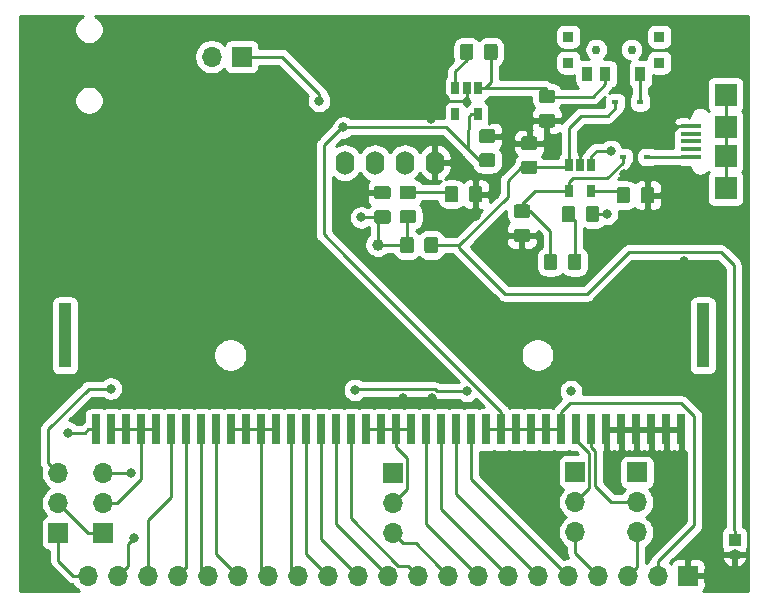
<source format=gbr>
G04 #@! TF.GenerationSoftware,KiCad,Pcbnew,5.1.5-52549c5~84~ubuntu16.04.1*
G04 #@! TF.CreationDate,2020-03-24T16:17:06-03:00*
G04 #@! TF.ProjectId,microbit_hat1_rd,6d696372-6f62-4697-945f-686174315f72,rev?*
G04 #@! TF.SameCoordinates,Original*
G04 #@! TF.FileFunction,Copper,L1,Top*
G04 #@! TF.FilePolarity,Positive*
%FSLAX46Y46*%
G04 Gerber Fmt 4.6, Leading zero omitted, Abs format (unit mm)*
G04 Created by KiCad (PCBNEW 5.1.5-52549c5~84~ubuntu16.04.1) date 2020-03-24 16:17:06*
%MOMM*%
%LPD*%
G04 APERTURE LIST*
%ADD10R,1.100000X5.500000*%
%ADD11R,0.500000X1.800000*%
%ADD12R,0.800000X2.500000*%
%ADD13O,1.600000X2.000000*%
%ADD14O,1.700000X1.700000*%
%ADD15R,1.700000X1.700000*%
%ADD16R,0.650000X1.060000*%
%ADD17R,0.900000X0.900000*%
%ADD18R,0.900000X1.250000*%
%ADD19C,0.750000*%
%ADD20C,0.100000*%
%ADD21O,1.000000X1.000000*%
%ADD22R,1.000000X1.000000*%
%ADD23R,1.900000X1.900000*%
%ADD24R,1.800000X0.400000*%
%ADD25R,0.600000X0.450000*%
%ADD26C,1.000000*%
%ADD27C,0.800000*%
%ADD28C,0.250000*%
%ADD29C,0.254000*%
G04 APERTURE END LIST*
D10*
X205148240Y-105901160D03*
X151148240Y-105901160D03*
D11*
X205148240Y-105901160D03*
X151148240Y-105901160D03*
D12*
X203313240Y-113861160D03*
X202043240Y-113861160D03*
X200773240Y-113861160D03*
X199503240Y-113861160D03*
X198233240Y-113861160D03*
X196963240Y-113861160D03*
X195693240Y-113861160D03*
X194423240Y-113861160D03*
X193153240Y-113861160D03*
X191883240Y-113861160D03*
X190613240Y-113861160D03*
X189343240Y-113861160D03*
X188073240Y-113861160D03*
X186803240Y-113861160D03*
X185533240Y-113861160D03*
X184263240Y-113861160D03*
X182993240Y-113861160D03*
X181723240Y-113861160D03*
X180453240Y-113861160D03*
X179183240Y-113861160D03*
X177913240Y-113861160D03*
X176643240Y-113861160D03*
X175373240Y-113861160D03*
X174103240Y-113861160D03*
X172833240Y-113852960D03*
X171563240Y-113861160D03*
X170293240Y-113861160D03*
X169023240Y-113861160D03*
X167753240Y-113861160D03*
X166483240Y-113861160D03*
X165213240Y-113861160D03*
X163943240Y-113861160D03*
X162673240Y-113861160D03*
X161403240Y-113861160D03*
X160133240Y-113861160D03*
X158863240Y-113861160D03*
X157593240Y-113861160D03*
X156323240Y-113861160D03*
X155053240Y-113861160D03*
X153783240Y-113861160D03*
D13*
X179929020Y-91269240D03*
X182469020Y-91269240D03*
X177389020Y-91269240D03*
X174849020Y-91269240D03*
D14*
X153090880Y-126232920D03*
X155630880Y-126232920D03*
X158170880Y-126232920D03*
X160710880Y-126232920D03*
X163250880Y-126232920D03*
X165790880Y-126232920D03*
X168330880Y-126232920D03*
X170870880Y-126232920D03*
X173410880Y-126232920D03*
X175950880Y-126232920D03*
X178490880Y-126232920D03*
X181030880Y-126232920D03*
X183570880Y-126232920D03*
X186110880Y-126232920D03*
X188650880Y-126232920D03*
X191190880Y-126232920D03*
X193730880Y-126232920D03*
X196270880Y-126232920D03*
X198810880Y-126232920D03*
X201350880Y-126232920D03*
D15*
X203890880Y-126232920D03*
D16*
X186093140Y-87162820D03*
X184193140Y-87162820D03*
X184193140Y-84962820D03*
X185143140Y-84962820D03*
X186093140Y-84962820D03*
X195719740Y-93667760D03*
X193819740Y-93667760D03*
X193819740Y-91467760D03*
X194769740Y-91467760D03*
X195719740Y-91467760D03*
D17*
X193762000Y-80606720D03*
X193762000Y-82806720D03*
X201462000Y-80606720D03*
X201462000Y-82806720D03*
D18*
X195362000Y-83756720D03*
X196862000Y-83756720D03*
X199862000Y-83756720D03*
D19*
X199112000Y-81706720D03*
X196112000Y-81706720D03*
G04 #@! TA.AperFunction,SMDPad,CuDef*
D20*
G36*
X180454445Y-97540784D02*
G01*
X180478713Y-97544384D01*
X180502512Y-97550345D01*
X180525611Y-97558610D01*
X180547790Y-97569100D01*
X180568833Y-97581712D01*
X180588539Y-97596327D01*
X180606717Y-97612803D01*
X180623193Y-97630981D01*
X180637808Y-97650687D01*
X180650420Y-97671730D01*
X180660910Y-97693909D01*
X180669175Y-97717008D01*
X180675136Y-97740807D01*
X180678736Y-97765075D01*
X180679940Y-97789579D01*
X180679940Y-98689581D01*
X180678736Y-98714085D01*
X180675136Y-98738353D01*
X180669175Y-98762152D01*
X180660910Y-98785251D01*
X180650420Y-98807430D01*
X180637808Y-98828473D01*
X180623193Y-98848179D01*
X180606717Y-98866357D01*
X180588539Y-98882833D01*
X180568833Y-98897448D01*
X180547790Y-98910060D01*
X180525611Y-98920550D01*
X180502512Y-98928815D01*
X180478713Y-98934776D01*
X180454445Y-98938376D01*
X180429941Y-98939580D01*
X179779939Y-98939580D01*
X179755435Y-98938376D01*
X179731167Y-98934776D01*
X179707368Y-98928815D01*
X179684269Y-98920550D01*
X179662090Y-98910060D01*
X179641047Y-98897448D01*
X179621341Y-98882833D01*
X179603163Y-98866357D01*
X179586687Y-98848179D01*
X179572072Y-98828473D01*
X179559460Y-98807430D01*
X179548970Y-98785251D01*
X179540705Y-98762152D01*
X179534744Y-98738353D01*
X179531144Y-98714085D01*
X179529940Y-98689581D01*
X179529940Y-97789579D01*
X179531144Y-97765075D01*
X179534744Y-97740807D01*
X179540705Y-97717008D01*
X179548970Y-97693909D01*
X179559460Y-97671730D01*
X179572072Y-97650687D01*
X179586687Y-97630981D01*
X179603163Y-97612803D01*
X179621341Y-97596327D01*
X179641047Y-97581712D01*
X179662090Y-97569100D01*
X179684269Y-97558610D01*
X179707368Y-97550345D01*
X179731167Y-97544384D01*
X179755435Y-97540784D01*
X179779939Y-97539580D01*
X180429941Y-97539580D01*
X180454445Y-97540784D01*
G37*
G04 #@! TD.AperFunction*
G04 #@! TA.AperFunction,SMDPad,CuDef*
G36*
X182504445Y-97540784D02*
G01*
X182528713Y-97544384D01*
X182552512Y-97550345D01*
X182575611Y-97558610D01*
X182597790Y-97569100D01*
X182618833Y-97581712D01*
X182638539Y-97596327D01*
X182656717Y-97612803D01*
X182673193Y-97630981D01*
X182687808Y-97650687D01*
X182700420Y-97671730D01*
X182710910Y-97693909D01*
X182719175Y-97717008D01*
X182725136Y-97740807D01*
X182728736Y-97765075D01*
X182729940Y-97789579D01*
X182729940Y-98689581D01*
X182728736Y-98714085D01*
X182725136Y-98738353D01*
X182719175Y-98762152D01*
X182710910Y-98785251D01*
X182700420Y-98807430D01*
X182687808Y-98828473D01*
X182673193Y-98848179D01*
X182656717Y-98866357D01*
X182638539Y-98882833D01*
X182618833Y-98897448D01*
X182597790Y-98910060D01*
X182575611Y-98920550D01*
X182552512Y-98928815D01*
X182528713Y-98934776D01*
X182504445Y-98938376D01*
X182479941Y-98939580D01*
X181829939Y-98939580D01*
X181805435Y-98938376D01*
X181781167Y-98934776D01*
X181757368Y-98928815D01*
X181734269Y-98920550D01*
X181712090Y-98910060D01*
X181691047Y-98897448D01*
X181671341Y-98882833D01*
X181653163Y-98866357D01*
X181636687Y-98848179D01*
X181622072Y-98828473D01*
X181609460Y-98807430D01*
X181598970Y-98785251D01*
X181590705Y-98762152D01*
X181584744Y-98738353D01*
X181581144Y-98714085D01*
X181579940Y-98689581D01*
X181579940Y-97789579D01*
X181581144Y-97765075D01*
X181584744Y-97740807D01*
X181590705Y-97717008D01*
X181598970Y-97693909D01*
X181609460Y-97671730D01*
X181622072Y-97650687D01*
X181636687Y-97630981D01*
X181653163Y-97612803D01*
X181671341Y-97596327D01*
X181691047Y-97581712D01*
X181712090Y-97569100D01*
X181734269Y-97558610D01*
X181757368Y-97550345D01*
X181781167Y-97544384D01*
X181805435Y-97540784D01*
X181829939Y-97539580D01*
X182479941Y-97539580D01*
X182504445Y-97540784D01*
G37*
G04 #@! TD.AperFunction*
G04 #@! TA.AperFunction,SMDPad,CuDef*
G36*
X180649405Y-93215704D02*
G01*
X180673673Y-93219304D01*
X180697472Y-93225265D01*
X180720571Y-93233530D01*
X180742750Y-93244020D01*
X180763793Y-93256632D01*
X180783499Y-93271247D01*
X180801677Y-93287723D01*
X180818153Y-93305901D01*
X180832768Y-93325607D01*
X180845380Y-93346650D01*
X180855870Y-93368829D01*
X180864135Y-93391928D01*
X180870096Y-93415727D01*
X180873696Y-93439995D01*
X180874900Y-93464499D01*
X180874900Y-94114501D01*
X180873696Y-94139005D01*
X180870096Y-94163273D01*
X180864135Y-94187072D01*
X180855870Y-94210171D01*
X180845380Y-94232350D01*
X180832768Y-94253393D01*
X180818153Y-94273099D01*
X180801677Y-94291277D01*
X180783499Y-94307753D01*
X180763793Y-94322368D01*
X180742750Y-94334980D01*
X180720571Y-94345470D01*
X180697472Y-94353735D01*
X180673673Y-94359696D01*
X180649405Y-94363296D01*
X180624901Y-94364500D01*
X179724899Y-94364500D01*
X179700395Y-94363296D01*
X179676127Y-94359696D01*
X179652328Y-94353735D01*
X179629229Y-94345470D01*
X179607050Y-94334980D01*
X179586007Y-94322368D01*
X179566301Y-94307753D01*
X179548123Y-94291277D01*
X179531647Y-94273099D01*
X179517032Y-94253393D01*
X179504420Y-94232350D01*
X179493930Y-94210171D01*
X179485665Y-94187072D01*
X179479704Y-94163273D01*
X179476104Y-94139005D01*
X179474900Y-94114501D01*
X179474900Y-93464499D01*
X179476104Y-93439995D01*
X179479704Y-93415727D01*
X179485665Y-93391928D01*
X179493930Y-93368829D01*
X179504420Y-93346650D01*
X179517032Y-93325607D01*
X179531647Y-93305901D01*
X179548123Y-93287723D01*
X179566301Y-93271247D01*
X179586007Y-93256632D01*
X179607050Y-93244020D01*
X179629229Y-93233530D01*
X179652328Y-93225265D01*
X179676127Y-93219304D01*
X179700395Y-93215704D01*
X179724899Y-93214500D01*
X180624901Y-93214500D01*
X180649405Y-93215704D01*
G37*
G04 #@! TD.AperFunction*
G04 #@! TA.AperFunction,SMDPad,CuDef*
G36*
X180649405Y-95265704D02*
G01*
X180673673Y-95269304D01*
X180697472Y-95275265D01*
X180720571Y-95283530D01*
X180742750Y-95294020D01*
X180763793Y-95306632D01*
X180783499Y-95321247D01*
X180801677Y-95337723D01*
X180818153Y-95355901D01*
X180832768Y-95375607D01*
X180845380Y-95396650D01*
X180855870Y-95418829D01*
X180864135Y-95441928D01*
X180870096Y-95465727D01*
X180873696Y-95489995D01*
X180874900Y-95514499D01*
X180874900Y-96164501D01*
X180873696Y-96189005D01*
X180870096Y-96213273D01*
X180864135Y-96237072D01*
X180855870Y-96260171D01*
X180845380Y-96282350D01*
X180832768Y-96303393D01*
X180818153Y-96323099D01*
X180801677Y-96341277D01*
X180783499Y-96357753D01*
X180763793Y-96372368D01*
X180742750Y-96384980D01*
X180720571Y-96395470D01*
X180697472Y-96403735D01*
X180673673Y-96409696D01*
X180649405Y-96413296D01*
X180624901Y-96414500D01*
X179724899Y-96414500D01*
X179700395Y-96413296D01*
X179676127Y-96409696D01*
X179652328Y-96403735D01*
X179629229Y-96395470D01*
X179607050Y-96384980D01*
X179586007Y-96372368D01*
X179566301Y-96357753D01*
X179548123Y-96341277D01*
X179531647Y-96323099D01*
X179517032Y-96303393D01*
X179504420Y-96282350D01*
X179493930Y-96260171D01*
X179485665Y-96237072D01*
X179479704Y-96213273D01*
X179476104Y-96189005D01*
X179474900Y-96164501D01*
X179474900Y-95514499D01*
X179476104Y-95489995D01*
X179479704Y-95465727D01*
X179485665Y-95441928D01*
X179493930Y-95418829D01*
X179504420Y-95396650D01*
X179517032Y-95375607D01*
X179531647Y-95355901D01*
X179548123Y-95337723D01*
X179566301Y-95321247D01*
X179586007Y-95306632D01*
X179607050Y-95294020D01*
X179629229Y-95283530D01*
X179652328Y-95275265D01*
X179676127Y-95269304D01*
X179700395Y-95265704D01*
X179724899Y-95264500D01*
X180624901Y-95264500D01*
X180649405Y-95265704D01*
G37*
G04 #@! TD.AperFunction*
G04 #@! TA.AperFunction,SMDPad,CuDef*
G36*
X186267345Y-93240564D02*
G01*
X186291613Y-93244164D01*
X186315412Y-93250125D01*
X186338511Y-93258390D01*
X186360690Y-93268880D01*
X186381733Y-93281492D01*
X186401439Y-93296107D01*
X186419617Y-93312583D01*
X186436093Y-93330761D01*
X186450708Y-93350467D01*
X186463320Y-93371510D01*
X186473810Y-93393689D01*
X186482075Y-93416788D01*
X186488036Y-93440587D01*
X186491636Y-93464855D01*
X186492840Y-93489359D01*
X186492840Y-94389361D01*
X186491636Y-94413865D01*
X186488036Y-94438133D01*
X186482075Y-94461932D01*
X186473810Y-94485031D01*
X186463320Y-94507210D01*
X186450708Y-94528253D01*
X186436093Y-94547959D01*
X186419617Y-94566137D01*
X186401439Y-94582613D01*
X186381733Y-94597228D01*
X186360690Y-94609840D01*
X186338511Y-94620330D01*
X186315412Y-94628595D01*
X186291613Y-94634556D01*
X186267345Y-94638156D01*
X186242841Y-94639360D01*
X185592839Y-94639360D01*
X185568335Y-94638156D01*
X185544067Y-94634556D01*
X185520268Y-94628595D01*
X185497169Y-94620330D01*
X185474990Y-94609840D01*
X185453947Y-94597228D01*
X185434241Y-94582613D01*
X185416063Y-94566137D01*
X185399587Y-94547959D01*
X185384972Y-94528253D01*
X185372360Y-94507210D01*
X185361870Y-94485031D01*
X185353605Y-94461932D01*
X185347644Y-94438133D01*
X185344044Y-94413865D01*
X185342840Y-94389361D01*
X185342840Y-93489359D01*
X185344044Y-93464855D01*
X185347644Y-93440587D01*
X185353605Y-93416788D01*
X185361870Y-93393689D01*
X185372360Y-93371510D01*
X185384972Y-93350467D01*
X185399587Y-93330761D01*
X185416063Y-93312583D01*
X185434241Y-93296107D01*
X185453947Y-93281492D01*
X185474990Y-93268880D01*
X185497169Y-93258390D01*
X185520268Y-93250125D01*
X185544067Y-93244164D01*
X185568335Y-93240564D01*
X185592839Y-93239360D01*
X186242841Y-93239360D01*
X186267345Y-93240564D01*
G37*
G04 #@! TD.AperFunction*
G04 #@! TA.AperFunction,SMDPad,CuDef*
G36*
X184217345Y-93240564D02*
G01*
X184241613Y-93244164D01*
X184265412Y-93250125D01*
X184288511Y-93258390D01*
X184310690Y-93268880D01*
X184331733Y-93281492D01*
X184351439Y-93296107D01*
X184369617Y-93312583D01*
X184386093Y-93330761D01*
X184400708Y-93350467D01*
X184413320Y-93371510D01*
X184423810Y-93393689D01*
X184432075Y-93416788D01*
X184438036Y-93440587D01*
X184441636Y-93464855D01*
X184442840Y-93489359D01*
X184442840Y-94389361D01*
X184441636Y-94413865D01*
X184438036Y-94438133D01*
X184432075Y-94461932D01*
X184423810Y-94485031D01*
X184413320Y-94507210D01*
X184400708Y-94528253D01*
X184386093Y-94547959D01*
X184369617Y-94566137D01*
X184351439Y-94582613D01*
X184331733Y-94597228D01*
X184310690Y-94609840D01*
X184288511Y-94620330D01*
X184265412Y-94628595D01*
X184241613Y-94634556D01*
X184217345Y-94638156D01*
X184192841Y-94639360D01*
X183542839Y-94639360D01*
X183518335Y-94638156D01*
X183494067Y-94634556D01*
X183470268Y-94628595D01*
X183447169Y-94620330D01*
X183424990Y-94609840D01*
X183403947Y-94597228D01*
X183384241Y-94582613D01*
X183366063Y-94566137D01*
X183349587Y-94547959D01*
X183334972Y-94528253D01*
X183322360Y-94507210D01*
X183311870Y-94485031D01*
X183303605Y-94461932D01*
X183297644Y-94438133D01*
X183294044Y-94413865D01*
X183292840Y-94389361D01*
X183292840Y-93489359D01*
X183294044Y-93464855D01*
X183297644Y-93440587D01*
X183303605Y-93416788D01*
X183311870Y-93393689D01*
X183322360Y-93371510D01*
X183334972Y-93350467D01*
X183349587Y-93330761D01*
X183366063Y-93312583D01*
X183384241Y-93296107D01*
X183403947Y-93281492D01*
X183424990Y-93268880D01*
X183447169Y-93258390D01*
X183470268Y-93250125D01*
X183494067Y-93244164D01*
X183518335Y-93240564D01*
X183542839Y-93239360D01*
X184192841Y-93239360D01*
X184217345Y-93240564D01*
G37*
G04 #@! TD.AperFunction*
G04 #@! TA.AperFunction,SMDPad,CuDef*
G36*
X187553965Y-81188264D02*
G01*
X187578233Y-81191864D01*
X187602032Y-81197825D01*
X187625131Y-81206090D01*
X187647310Y-81216580D01*
X187668353Y-81229192D01*
X187688059Y-81243807D01*
X187706237Y-81260283D01*
X187722713Y-81278461D01*
X187737328Y-81298167D01*
X187749940Y-81319210D01*
X187760430Y-81341389D01*
X187768695Y-81364488D01*
X187774656Y-81388287D01*
X187778256Y-81412555D01*
X187779460Y-81437059D01*
X187779460Y-82337061D01*
X187778256Y-82361565D01*
X187774656Y-82385833D01*
X187768695Y-82409632D01*
X187760430Y-82432731D01*
X187749940Y-82454910D01*
X187737328Y-82475953D01*
X187722713Y-82495659D01*
X187706237Y-82513837D01*
X187688059Y-82530313D01*
X187668353Y-82544928D01*
X187647310Y-82557540D01*
X187625131Y-82568030D01*
X187602032Y-82576295D01*
X187578233Y-82582256D01*
X187553965Y-82585856D01*
X187529461Y-82587060D01*
X186879459Y-82587060D01*
X186854955Y-82585856D01*
X186830687Y-82582256D01*
X186806888Y-82576295D01*
X186783789Y-82568030D01*
X186761610Y-82557540D01*
X186740567Y-82544928D01*
X186720861Y-82530313D01*
X186702683Y-82513837D01*
X186686207Y-82495659D01*
X186671592Y-82475953D01*
X186658980Y-82454910D01*
X186648490Y-82432731D01*
X186640225Y-82409632D01*
X186634264Y-82385833D01*
X186630664Y-82361565D01*
X186629460Y-82337061D01*
X186629460Y-81437059D01*
X186630664Y-81412555D01*
X186634264Y-81388287D01*
X186640225Y-81364488D01*
X186648490Y-81341389D01*
X186658980Y-81319210D01*
X186671592Y-81298167D01*
X186686207Y-81278461D01*
X186702683Y-81260283D01*
X186720861Y-81243807D01*
X186740567Y-81229192D01*
X186761610Y-81216580D01*
X186783789Y-81206090D01*
X186806888Y-81197825D01*
X186830687Y-81191864D01*
X186854955Y-81188264D01*
X186879459Y-81187060D01*
X187529461Y-81187060D01*
X187553965Y-81188264D01*
G37*
G04 #@! TD.AperFunction*
G04 #@! TA.AperFunction,SMDPad,CuDef*
G36*
X185503965Y-81188264D02*
G01*
X185528233Y-81191864D01*
X185552032Y-81197825D01*
X185575131Y-81206090D01*
X185597310Y-81216580D01*
X185618353Y-81229192D01*
X185638059Y-81243807D01*
X185656237Y-81260283D01*
X185672713Y-81278461D01*
X185687328Y-81298167D01*
X185699940Y-81319210D01*
X185710430Y-81341389D01*
X185718695Y-81364488D01*
X185724656Y-81388287D01*
X185728256Y-81412555D01*
X185729460Y-81437059D01*
X185729460Y-82337061D01*
X185728256Y-82361565D01*
X185724656Y-82385833D01*
X185718695Y-82409632D01*
X185710430Y-82432731D01*
X185699940Y-82454910D01*
X185687328Y-82475953D01*
X185672713Y-82495659D01*
X185656237Y-82513837D01*
X185638059Y-82530313D01*
X185618353Y-82544928D01*
X185597310Y-82557540D01*
X185575131Y-82568030D01*
X185552032Y-82576295D01*
X185528233Y-82582256D01*
X185503965Y-82585856D01*
X185479461Y-82587060D01*
X184829459Y-82587060D01*
X184804955Y-82585856D01*
X184780687Y-82582256D01*
X184756888Y-82576295D01*
X184733789Y-82568030D01*
X184711610Y-82557540D01*
X184690567Y-82544928D01*
X184670861Y-82530313D01*
X184652683Y-82513837D01*
X184636207Y-82495659D01*
X184621592Y-82475953D01*
X184608980Y-82454910D01*
X184598490Y-82432731D01*
X184590225Y-82409632D01*
X184584264Y-82385833D01*
X184580664Y-82361565D01*
X184579460Y-82337061D01*
X184579460Y-81437059D01*
X184580664Y-81412555D01*
X184584264Y-81388287D01*
X184590225Y-81364488D01*
X184598490Y-81341389D01*
X184608980Y-81319210D01*
X184621592Y-81298167D01*
X184636207Y-81278461D01*
X184652683Y-81260283D01*
X184670861Y-81243807D01*
X184690567Y-81229192D01*
X184711610Y-81216580D01*
X184733789Y-81206090D01*
X184756888Y-81197825D01*
X184780687Y-81191864D01*
X184804955Y-81188264D01*
X184829459Y-81187060D01*
X185479461Y-81187060D01*
X185503965Y-81188264D01*
G37*
G04 #@! TD.AperFunction*
G04 #@! TA.AperFunction,SMDPad,CuDef*
G36*
X200821545Y-93319304D02*
G01*
X200845813Y-93322904D01*
X200869612Y-93328865D01*
X200892711Y-93337130D01*
X200914890Y-93347620D01*
X200935933Y-93360232D01*
X200955639Y-93374847D01*
X200973817Y-93391323D01*
X200990293Y-93409501D01*
X201004908Y-93429207D01*
X201017520Y-93450250D01*
X201028010Y-93472429D01*
X201036275Y-93495528D01*
X201042236Y-93519327D01*
X201045836Y-93543595D01*
X201047040Y-93568099D01*
X201047040Y-94468101D01*
X201045836Y-94492605D01*
X201042236Y-94516873D01*
X201036275Y-94540672D01*
X201028010Y-94563771D01*
X201017520Y-94585950D01*
X201004908Y-94606993D01*
X200990293Y-94626699D01*
X200973817Y-94644877D01*
X200955639Y-94661353D01*
X200935933Y-94675968D01*
X200914890Y-94688580D01*
X200892711Y-94699070D01*
X200869612Y-94707335D01*
X200845813Y-94713296D01*
X200821545Y-94716896D01*
X200797041Y-94718100D01*
X200147039Y-94718100D01*
X200122535Y-94716896D01*
X200098267Y-94713296D01*
X200074468Y-94707335D01*
X200051369Y-94699070D01*
X200029190Y-94688580D01*
X200008147Y-94675968D01*
X199988441Y-94661353D01*
X199970263Y-94644877D01*
X199953787Y-94626699D01*
X199939172Y-94606993D01*
X199926560Y-94585950D01*
X199916070Y-94563771D01*
X199907805Y-94540672D01*
X199901844Y-94516873D01*
X199898244Y-94492605D01*
X199897040Y-94468101D01*
X199897040Y-93568099D01*
X199898244Y-93543595D01*
X199901844Y-93519327D01*
X199907805Y-93495528D01*
X199916070Y-93472429D01*
X199926560Y-93450250D01*
X199939172Y-93429207D01*
X199953787Y-93409501D01*
X199970263Y-93391323D01*
X199988441Y-93374847D01*
X200008147Y-93360232D01*
X200029190Y-93347620D01*
X200051369Y-93337130D01*
X200074468Y-93328865D01*
X200098267Y-93322904D01*
X200122535Y-93319304D01*
X200147039Y-93318100D01*
X200797041Y-93318100D01*
X200821545Y-93319304D01*
G37*
G04 #@! TD.AperFunction*
G04 #@! TA.AperFunction,SMDPad,CuDef*
G36*
X198771545Y-93319304D02*
G01*
X198795813Y-93322904D01*
X198819612Y-93328865D01*
X198842711Y-93337130D01*
X198864890Y-93347620D01*
X198885933Y-93360232D01*
X198905639Y-93374847D01*
X198923817Y-93391323D01*
X198940293Y-93409501D01*
X198954908Y-93429207D01*
X198967520Y-93450250D01*
X198978010Y-93472429D01*
X198986275Y-93495528D01*
X198992236Y-93519327D01*
X198995836Y-93543595D01*
X198997040Y-93568099D01*
X198997040Y-94468101D01*
X198995836Y-94492605D01*
X198992236Y-94516873D01*
X198986275Y-94540672D01*
X198978010Y-94563771D01*
X198967520Y-94585950D01*
X198954908Y-94606993D01*
X198940293Y-94626699D01*
X198923817Y-94644877D01*
X198905639Y-94661353D01*
X198885933Y-94675968D01*
X198864890Y-94688580D01*
X198842711Y-94699070D01*
X198819612Y-94707335D01*
X198795813Y-94713296D01*
X198771545Y-94716896D01*
X198747041Y-94718100D01*
X198097039Y-94718100D01*
X198072535Y-94716896D01*
X198048267Y-94713296D01*
X198024468Y-94707335D01*
X198001369Y-94699070D01*
X197979190Y-94688580D01*
X197958147Y-94675968D01*
X197938441Y-94661353D01*
X197920263Y-94644877D01*
X197903787Y-94626699D01*
X197889172Y-94606993D01*
X197876560Y-94585950D01*
X197866070Y-94563771D01*
X197857805Y-94540672D01*
X197851844Y-94516873D01*
X197848244Y-94492605D01*
X197847040Y-94468101D01*
X197847040Y-93568099D01*
X197848244Y-93543595D01*
X197851844Y-93519327D01*
X197857805Y-93495528D01*
X197866070Y-93472429D01*
X197876560Y-93450250D01*
X197889172Y-93429207D01*
X197903787Y-93409501D01*
X197920263Y-93391323D01*
X197938441Y-93374847D01*
X197958147Y-93360232D01*
X197979190Y-93347620D01*
X198001369Y-93337130D01*
X198024468Y-93328865D01*
X198048267Y-93322904D01*
X198072535Y-93319304D01*
X198097039Y-93318100D01*
X198747041Y-93318100D01*
X198771545Y-93319304D01*
G37*
G04 #@! TD.AperFunction*
G04 #@! TA.AperFunction,SMDPad,CuDef*
G36*
X196159485Y-94914424D02*
G01*
X196183753Y-94918024D01*
X196207552Y-94923985D01*
X196230651Y-94932250D01*
X196252830Y-94942740D01*
X196273873Y-94955352D01*
X196293579Y-94969967D01*
X196311757Y-94986443D01*
X196328233Y-95004621D01*
X196342848Y-95024327D01*
X196355460Y-95045370D01*
X196365950Y-95067549D01*
X196374215Y-95090648D01*
X196380176Y-95114447D01*
X196383776Y-95138715D01*
X196384980Y-95163219D01*
X196384980Y-96063221D01*
X196383776Y-96087725D01*
X196380176Y-96111993D01*
X196374215Y-96135792D01*
X196365950Y-96158891D01*
X196355460Y-96181070D01*
X196342848Y-96202113D01*
X196328233Y-96221819D01*
X196311757Y-96239997D01*
X196293579Y-96256473D01*
X196273873Y-96271088D01*
X196252830Y-96283700D01*
X196230651Y-96294190D01*
X196207552Y-96302455D01*
X196183753Y-96308416D01*
X196159485Y-96312016D01*
X196134981Y-96313220D01*
X195484979Y-96313220D01*
X195460475Y-96312016D01*
X195436207Y-96308416D01*
X195412408Y-96302455D01*
X195389309Y-96294190D01*
X195367130Y-96283700D01*
X195346087Y-96271088D01*
X195326381Y-96256473D01*
X195308203Y-96239997D01*
X195291727Y-96221819D01*
X195277112Y-96202113D01*
X195264500Y-96181070D01*
X195254010Y-96158891D01*
X195245745Y-96135792D01*
X195239784Y-96111993D01*
X195236184Y-96087725D01*
X195234980Y-96063221D01*
X195234980Y-95163219D01*
X195236184Y-95138715D01*
X195239784Y-95114447D01*
X195245745Y-95090648D01*
X195254010Y-95067549D01*
X195264500Y-95045370D01*
X195277112Y-95024327D01*
X195291727Y-95004621D01*
X195308203Y-94986443D01*
X195326381Y-94969967D01*
X195346087Y-94955352D01*
X195367130Y-94942740D01*
X195389309Y-94932250D01*
X195412408Y-94923985D01*
X195436207Y-94918024D01*
X195460475Y-94914424D01*
X195484979Y-94913220D01*
X196134981Y-94913220D01*
X196159485Y-94914424D01*
G37*
G04 #@! TD.AperFunction*
G04 #@! TA.AperFunction,SMDPad,CuDef*
G36*
X194109485Y-94914424D02*
G01*
X194133753Y-94918024D01*
X194157552Y-94923985D01*
X194180651Y-94932250D01*
X194202830Y-94942740D01*
X194223873Y-94955352D01*
X194243579Y-94969967D01*
X194261757Y-94986443D01*
X194278233Y-95004621D01*
X194292848Y-95024327D01*
X194305460Y-95045370D01*
X194315950Y-95067549D01*
X194324215Y-95090648D01*
X194330176Y-95114447D01*
X194333776Y-95138715D01*
X194334980Y-95163219D01*
X194334980Y-96063221D01*
X194333776Y-96087725D01*
X194330176Y-96111993D01*
X194324215Y-96135792D01*
X194315950Y-96158891D01*
X194305460Y-96181070D01*
X194292848Y-96202113D01*
X194278233Y-96221819D01*
X194261757Y-96239997D01*
X194243579Y-96256473D01*
X194223873Y-96271088D01*
X194202830Y-96283700D01*
X194180651Y-96294190D01*
X194157552Y-96302455D01*
X194133753Y-96308416D01*
X194109485Y-96312016D01*
X194084981Y-96313220D01*
X193434979Y-96313220D01*
X193410475Y-96312016D01*
X193386207Y-96308416D01*
X193362408Y-96302455D01*
X193339309Y-96294190D01*
X193317130Y-96283700D01*
X193296087Y-96271088D01*
X193276381Y-96256473D01*
X193258203Y-96239997D01*
X193241727Y-96221819D01*
X193227112Y-96202113D01*
X193214500Y-96181070D01*
X193204010Y-96158891D01*
X193195745Y-96135792D01*
X193189784Y-96111993D01*
X193186184Y-96087725D01*
X193184980Y-96063221D01*
X193184980Y-95163219D01*
X193186184Y-95138715D01*
X193189784Y-95114447D01*
X193195745Y-95090648D01*
X193204010Y-95067549D01*
X193214500Y-95045370D01*
X193227112Y-95024327D01*
X193241727Y-95004621D01*
X193258203Y-94986443D01*
X193276381Y-94969967D01*
X193296087Y-94955352D01*
X193317130Y-94942740D01*
X193339309Y-94932250D01*
X193362408Y-94923985D01*
X193386207Y-94918024D01*
X193410475Y-94914424D01*
X193434979Y-94913220D01*
X194084981Y-94913220D01*
X194109485Y-94914424D01*
G37*
G04 #@! TD.AperFunction*
D14*
X199572880Y-122557540D03*
X199572880Y-120017540D03*
D15*
X199572880Y-117477540D03*
D14*
X194358260Y-122532140D03*
X194358260Y-119992140D03*
D15*
X194358260Y-117452140D03*
D14*
X178889660Y-122648980D03*
X178889660Y-120108980D03*
D15*
X178889660Y-117568980D03*
D14*
X150576280Y-117546120D03*
X150576280Y-120086120D03*
D15*
X150576280Y-122626120D03*
D14*
X154358340Y-117546120D03*
X154358340Y-120086120D03*
D15*
X154358340Y-122626120D03*
D21*
X207835500Y-124452380D03*
D22*
X207835500Y-123182380D03*
D23*
X207077340Y-90668960D03*
X207077340Y-88268960D03*
X207077340Y-85518960D03*
X207077340Y-93418960D03*
D24*
X204177340Y-88168960D03*
X204177340Y-88818960D03*
X204177340Y-89468960D03*
X204177340Y-90768960D03*
X204177340Y-90118960D03*
D25*
X197745640Y-86161880D03*
X199845640Y-86161880D03*
G04 #@! TA.AperFunction,SMDPad,CuDef*
D20*
G36*
X192601885Y-98965724D02*
G01*
X192626153Y-98969324D01*
X192649952Y-98975285D01*
X192673051Y-98983550D01*
X192695230Y-98994040D01*
X192716273Y-99006652D01*
X192735979Y-99021267D01*
X192754157Y-99037743D01*
X192770633Y-99055921D01*
X192785248Y-99075627D01*
X192797860Y-99096670D01*
X192808350Y-99118849D01*
X192816615Y-99141948D01*
X192822576Y-99165747D01*
X192826176Y-99190015D01*
X192827380Y-99214519D01*
X192827380Y-100114521D01*
X192826176Y-100139025D01*
X192822576Y-100163293D01*
X192816615Y-100187092D01*
X192808350Y-100210191D01*
X192797860Y-100232370D01*
X192785248Y-100253413D01*
X192770633Y-100273119D01*
X192754157Y-100291297D01*
X192735979Y-100307773D01*
X192716273Y-100322388D01*
X192695230Y-100335000D01*
X192673051Y-100345490D01*
X192649952Y-100353755D01*
X192626153Y-100359716D01*
X192601885Y-100363316D01*
X192577381Y-100364520D01*
X191927379Y-100364520D01*
X191902875Y-100363316D01*
X191878607Y-100359716D01*
X191854808Y-100353755D01*
X191831709Y-100345490D01*
X191809530Y-100335000D01*
X191788487Y-100322388D01*
X191768781Y-100307773D01*
X191750603Y-100291297D01*
X191734127Y-100273119D01*
X191719512Y-100253413D01*
X191706900Y-100232370D01*
X191696410Y-100210191D01*
X191688145Y-100187092D01*
X191682184Y-100163293D01*
X191678584Y-100139025D01*
X191677380Y-100114521D01*
X191677380Y-99214519D01*
X191678584Y-99190015D01*
X191682184Y-99165747D01*
X191688145Y-99141948D01*
X191696410Y-99118849D01*
X191706900Y-99096670D01*
X191719512Y-99075627D01*
X191734127Y-99055921D01*
X191750603Y-99037743D01*
X191768781Y-99021267D01*
X191788487Y-99006652D01*
X191809530Y-98994040D01*
X191831709Y-98983550D01*
X191854808Y-98975285D01*
X191878607Y-98969324D01*
X191902875Y-98965724D01*
X191927379Y-98964520D01*
X192577381Y-98964520D01*
X192601885Y-98965724D01*
G37*
G04 #@! TD.AperFunction*
G04 #@! TA.AperFunction,SMDPad,CuDef*
G36*
X194651885Y-98965724D02*
G01*
X194676153Y-98969324D01*
X194699952Y-98975285D01*
X194723051Y-98983550D01*
X194745230Y-98994040D01*
X194766273Y-99006652D01*
X194785979Y-99021267D01*
X194804157Y-99037743D01*
X194820633Y-99055921D01*
X194835248Y-99075627D01*
X194847860Y-99096670D01*
X194858350Y-99118849D01*
X194866615Y-99141948D01*
X194872576Y-99165747D01*
X194876176Y-99190015D01*
X194877380Y-99214519D01*
X194877380Y-100114521D01*
X194876176Y-100139025D01*
X194872576Y-100163293D01*
X194866615Y-100187092D01*
X194858350Y-100210191D01*
X194847860Y-100232370D01*
X194835248Y-100253413D01*
X194820633Y-100273119D01*
X194804157Y-100291297D01*
X194785979Y-100307773D01*
X194766273Y-100322388D01*
X194745230Y-100335000D01*
X194723051Y-100345490D01*
X194699952Y-100353755D01*
X194676153Y-100359716D01*
X194651885Y-100363316D01*
X194627381Y-100364520D01*
X193977379Y-100364520D01*
X193952875Y-100363316D01*
X193928607Y-100359716D01*
X193904808Y-100353755D01*
X193881709Y-100345490D01*
X193859530Y-100335000D01*
X193838487Y-100322388D01*
X193818781Y-100307773D01*
X193800603Y-100291297D01*
X193784127Y-100273119D01*
X193769512Y-100253413D01*
X193756900Y-100232370D01*
X193746410Y-100210191D01*
X193738145Y-100187092D01*
X193732184Y-100163293D01*
X193728584Y-100139025D01*
X193727380Y-100114521D01*
X193727380Y-99214519D01*
X193728584Y-99190015D01*
X193732184Y-99165747D01*
X193738145Y-99141948D01*
X193746410Y-99118849D01*
X193756900Y-99096670D01*
X193769512Y-99075627D01*
X193784127Y-99055921D01*
X193800603Y-99037743D01*
X193818781Y-99021267D01*
X193838487Y-99006652D01*
X193859530Y-98994040D01*
X193881709Y-98983550D01*
X193904808Y-98975285D01*
X193928607Y-98969324D01*
X193952875Y-98965724D01*
X193977379Y-98964520D01*
X194627381Y-98964520D01*
X194651885Y-98965724D01*
G37*
G04 #@! TD.AperFunction*
D25*
X200460320Y-90782140D03*
X198360320Y-90782140D03*
G04 #@! TA.AperFunction,SMDPad,CuDef*
D20*
G36*
X178487865Y-93238344D02*
G01*
X178512133Y-93241944D01*
X178535932Y-93247905D01*
X178559031Y-93256170D01*
X178581210Y-93266660D01*
X178602253Y-93279272D01*
X178621959Y-93293887D01*
X178640137Y-93310363D01*
X178656613Y-93328541D01*
X178671228Y-93348247D01*
X178683840Y-93369290D01*
X178694330Y-93391469D01*
X178702595Y-93414568D01*
X178708556Y-93438367D01*
X178712156Y-93462635D01*
X178713360Y-93487139D01*
X178713360Y-94137141D01*
X178712156Y-94161645D01*
X178708556Y-94185913D01*
X178702595Y-94209712D01*
X178694330Y-94232811D01*
X178683840Y-94254990D01*
X178671228Y-94276033D01*
X178656613Y-94295739D01*
X178640137Y-94313917D01*
X178621959Y-94330393D01*
X178602253Y-94345008D01*
X178581210Y-94357620D01*
X178559031Y-94368110D01*
X178535932Y-94376375D01*
X178512133Y-94382336D01*
X178487865Y-94385936D01*
X178463361Y-94387140D01*
X177563359Y-94387140D01*
X177538855Y-94385936D01*
X177514587Y-94382336D01*
X177490788Y-94376375D01*
X177467689Y-94368110D01*
X177445510Y-94357620D01*
X177424467Y-94345008D01*
X177404761Y-94330393D01*
X177386583Y-94313917D01*
X177370107Y-94295739D01*
X177355492Y-94276033D01*
X177342880Y-94254990D01*
X177332390Y-94232811D01*
X177324125Y-94209712D01*
X177318164Y-94185913D01*
X177314564Y-94161645D01*
X177313360Y-94137141D01*
X177313360Y-93487139D01*
X177314564Y-93462635D01*
X177318164Y-93438367D01*
X177324125Y-93414568D01*
X177332390Y-93391469D01*
X177342880Y-93369290D01*
X177355492Y-93348247D01*
X177370107Y-93328541D01*
X177386583Y-93310363D01*
X177404761Y-93293887D01*
X177424467Y-93279272D01*
X177445510Y-93266660D01*
X177467689Y-93256170D01*
X177490788Y-93247905D01*
X177514587Y-93241944D01*
X177538855Y-93238344D01*
X177563359Y-93237140D01*
X178463361Y-93237140D01*
X178487865Y-93238344D01*
G37*
G04 #@! TD.AperFunction*
G04 #@! TA.AperFunction,SMDPad,CuDef*
G36*
X178487865Y-95288344D02*
G01*
X178512133Y-95291944D01*
X178535932Y-95297905D01*
X178559031Y-95306170D01*
X178581210Y-95316660D01*
X178602253Y-95329272D01*
X178621959Y-95343887D01*
X178640137Y-95360363D01*
X178656613Y-95378541D01*
X178671228Y-95398247D01*
X178683840Y-95419290D01*
X178694330Y-95441469D01*
X178702595Y-95464568D01*
X178708556Y-95488367D01*
X178712156Y-95512635D01*
X178713360Y-95537139D01*
X178713360Y-96187141D01*
X178712156Y-96211645D01*
X178708556Y-96235913D01*
X178702595Y-96259712D01*
X178694330Y-96282811D01*
X178683840Y-96304990D01*
X178671228Y-96326033D01*
X178656613Y-96345739D01*
X178640137Y-96363917D01*
X178621959Y-96380393D01*
X178602253Y-96395008D01*
X178581210Y-96407620D01*
X178559031Y-96418110D01*
X178535932Y-96426375D01*
X178512133Y-96432336D01*
X178487865Y-96435936D01*
X178463361Y-96437140D01*
X177563359Y-96437140D01*
X177538855Y-96435936D01*
X177514587Y-96432336D01*
X177490788Y-96426375D01*
X177467689Y-96418110D01*
X177445510Y-96407620D01*
X177424467Y-96395008D01*
X177404761Y-96380393D01*
X177386583Y-96363917D01*
X177370107Y-96345739D01*
X177355492Y-96326033D01*
X177342880Y-96304990D01*
X177332390Y-96282811D01*
X177324125Y-96259712D01*
X177318164Y-96235913D01*
X177314564Y-96211645D01*
X177313360Y-96187141D01*
X177313360Y-95537139D01*
X177314564Y-95512635D01*
X177318164Y-95488367D01*
X177324125Y-95464568D01*
X177332390Y-95441469D01*
X177342880Y-95419290D01*
X177355492Y-95398247D01*
X177370107Y-95378541D01*
X177386583Y-95360363D01*
X177404761Y-95343887D01*
X177424467Y-95329272D01*
X177445510Y-95316660D01*
X177467689Y-95306170D01*
X177490788Y-95297905D01*
X177514587Y-95291944D01*
X177538855Y-95288344D01*
X177563359Y-95287140D01*
X178463361Y-95287140D01*
X178487865Y-95288344D01*
G37*
G04 #@! TD.AperFunction*
G04 #@! TA.AperFunction,SMDPad,CuDef*
G36*
X192424845Y-87145104D02*
G01*
X192449113Y-87148704D01*
X192472912Y-87154665D01*
X192496011Y-87162930D01*
X192518190Y-87173420D01*
X192539233Y-87186032D01*
X192558939Y-87200647D01*
X192577117Y-87217123D01*
X192593593Y-87235301D01*
X192608208Y-87255007D01*
X192620820Y-87276050D01*
X192631310Y-87298229D01*
X192639575Y-87321328D01*
X192645536Y-87345127D01*
X192649136Y-87369395D01*
X192650340Y-87393899D01*
X192650340Y-88043901D01*
X192649136Y-88068405D01*
X192645536Y-88092673D01*
X192639575Y-88116472D01*
X192631310Y-88139571D01*
X192620820Y-88161750D01*
X192608208Y-88182793D01*
X192593593Y-88202499D01*
X192577117Y-88220677D01*
X192558939Y-88237153D01*
X192539233Y-88251768D01*
X192518190Y-88264380D01*
X192496011Y-88274870D01*
X192472912Y-88283135D01*
X192449113Y-88289096D01*
X192424845Y-88292696D01*
X192400341Y-88293900D01*
X191500339Y-88293900D01*
X191475835Y-88292696D01*
X191451567Y-88289096D01*
X191427768Y-88283135D01*
X191404669Y-88274870D01*
X191382490Y-88264380D01*
X191361447Y-88251768D01*
X191341741Y-88237153D01*
X191323563Y-88220677D01*
X191307087Y-88202499D01*
X191292472Y-88182793D01*
X191279860Y-88161750D01*
X191269370Y-88139571D01*
X191261105Y-88116472D01*
X191255144Y-88092673D01*
X191251544Y-88068405D01*
X191250340Y-88043901D01*
X191250340Y-87393899D01*
X191251544Y-87369395D01*
X191255144Y-87345127D01*
X191261105Y-87321328D01*
X191269370Y-87298229D01*
X191279860Y-87276050D01*
X191292472Y-87255007D01*
X191307087Y-87235301D01*
X191323563Y-87217123D01*
X191341741Y-87200647D01*
X191361447Y-87186032D01*
X191382490Y-87173420D01*
X191404669Y-87162930D01*
X191427768Y-87154665D01*
X191451567Y-87148704D01*
X191475835Y-87145104D01*
X191500339Y-87143900D01*
X192400341Y-87143900D01*
X192424845Y-87145104D01*
G37*
G04 #@! TD.AperFunction*
G04 #@! TA.AperFunction,SMDPad,CuDef*
G36*
X192424845Y-85095104D02*
G01*
X192449113Y-85098704D01*
X192472912Y-85104665D01*
X192496011Y-85112930D01*
X192518190Y-85123420D01*
X192539233Y-85136032D01*
X192558939Y-85150647D01*
X192577117Y-85167123D01*
X192593593Y-85185301D01*
X192608208Y-85205007D01*
X192620820Y-85226050D01*
X192631310Y-85248229D01*
X192639575Y-85271328D01*
X192645536Y-85295127D01*
X192649136Y-85319395D01*
X192650340Y-85343899D01*
X192650340Y-85993901D01*
X192649136Y-86018405D01*
X192645536Y-86042673D01*
X192639575Y-86066472D01*
X192631310Y-86089571D01*
X192620820Y-86111750D01*
X192608208Y-86132793D01*
X192593593Y-86152499D01*
X192577117Y-86170677D01*
X192558939Y-86187153D01*
X192539233Y-86201768D01*
X192518190Y-86214380D01*
X192496011Y-86224870D01*
X192472912Y-86233135D01*
X192449113Y-86239096D01*
X192424845Y-86242696D01*
X192400341Y-86243900D01*
X191500339Y-86243900D01*
X191475835Y-86242696D01*
X191451567Y-86239096D01*
X191427768Y-86233135D01*
X191404669Y-86224870D01*
X191382490Y-86214380D01*
X191361447Y-86201768D01*
X191341741Y-86187153D01*
X191323563Y-86170677D01*
X191307087Y-86152499D01*
X191292472Y-86132793D01*
X191279860Y-86111750D01*
X191269370Y-86089571D01*
X191261105Y-86066472D01*
X191255144Y-86042673D01*
X191251544Y-86018405D01*
X191250340Y-85993901D01*
X191250340Y-85343899D01*
X191251544Y-85319395D01*
X191255144Y-85295127D01*
X191261105Y-85271328D01*
X191269370Y-85248229D01*
X191279860Y-85226050D01*
X191292472Y-85205007D01*
X191307087Y-85185301D01*
X191323563Y-85167123D01*
X191341741Y-85150647D01*
X191361447Y-85136032D01*
X191382490Y-85123420D01*
X191404669Y-85112930D01*
X191427768Y-85104665D01*
X191451567Y-85098704D01*
X191475835Y-85095104D01*
X191500339Y-85093900D01*
X192400341Y-85093900D01*
X192424845Y-85095104D01*
G37*
G04 #@! TD.AperFunction*
G04 #@! TA.AperFunction,SMDPad,CuDef*
G36*
X187360085Y-88440504D02*
G01*
X187384353Y-88444104D01*
X187408152Y-88450065D01*
X187431251Y-88458330D01*
X187453430Y-88468820D01*
X187474473Y-88481432D01*
X187494179Y-88496047D01*
X187512357Y-88512523D01*
X187528833Y-88530701D01*
X187543448Y-88550407D01*
X187556060Y-88571450D01*
X187566550Y-88593629D01*
X187574815Y-88616728D01*
X187580776Y-88640527D01*
X187584376Y-88664795D01*
X187585580Y-88689299D01*
X187585580Y-89339301D01*
X187584376Y-89363805D01*
X187580776Y-89388073D01*
X187574815Y-89411872D01*
X187566550Y-89434971D01*
X187556060Y-89457150D01*
X187543448Y-89478193D01*
X187528833Y-89497899D01*
X187512357Y-89516077D01*
X187494179Y-89532553D01*
X187474473Y-89547168D01*
X187453430Y-89559780D01*
X187431251Y-89570270D01*
X187408152Y-89578535D01*
X187384353Y-89584496D01*
X187360085Y-89588096D01*
X187335581Y-89589300D01*
X186435579Y-89589300D01*
X186411075Y-89588096D01*
X186386807Y-89584496D01*
X186363008Y-89578535D01*
X186339909Y-89570270D01*
X186317730Y-89559780D01*
X186296687Y-89547168D01*
X186276981Y-89532553D01*
X186258803Y-89516077D01*
X186242327Y-89497899D01*
X186227712Y-89478193D01*
X186215100Y-89457150D01*
X186204610Y-89434971D01*
X186196345Y-89411872D01*
X186190384Y-89388073D01*
X186186784Y-89363805D01*
X186185580Y-89339301D01*
X186185580Y-88689299D01*
X186186784Y-88664795D01*
X186190384Y-88640527D01*
X186196345Y-88616728D01*
X186204610Y-88593629D01*
X186215100Y-88571450D01*
X186227712Y-88550407D01*
X186242327Y-88530701D01*
X186258803Y-88512523D01*
X186276981Y-88496047D01*
X186296687Y-88481432D01*
X186317730Y-88468820D01*
X186339909Y-88458330D01*
X186363008Y-88450065D01*
X186386807Y-88444104D01*
X186411075Y-88440504D01*
X186435579Y-88439300D01*
X187335581Y-88439300D01*
X187360085Y-88440504D01*
G37*
G04 #@! TD.AperFunction*
G04 #@! TA.AperFunction,SMDPad,CuDef*
G36*
X187360085Y-90490504D02*
G01*
X187384353Y-90494104D01*
X187408152Y-90500065D01*
X187431251Y-90508330D01*
X187453430Y-90518820D01*
X187474473Y-90531432D01*
X187494179Y-90546047D01*
X187512357Y-90562523D01*
X187528833Y-90580701D01*
X187543448Y-90600407D01*
X187556060Y-90621450D01*
X187566550Y-90643629D01*
X187574815Y-90666728D01*
X187580776Y-90690527D01*
X187584376Y-90714795D01*
X187585580Y-90739299D01*
X187585580Y-91389301D01*
X187584376Y-91413805D01*
X187580776Y-91438073D01*
X187574815Y-91461872D01*
X187566550Y-91484971D01*
X187556060Y-91507150D01*
X187543448Y-91528193D01*
X187528833Y-91547899D01*
X187512357Y-91566077D01*
X187494179Y-91582553D01*
X187474473Y-91597168D01*
X187453430Y-91609780D01*
X187431251Y-91620270D01*
X187408152Y-91628535D01*
X187384353Y-91634496D01*
X187360085Y-91638096D01*
X187335581Y-91639300D01*
X186435579Y-91639300D01*
X186411075Y-91638096D01*
X186386807Y-91634496D01*
X186363008Y-91628535D01*
X186339909Y-91620270D01*
X186317730Y-91609780D01*
X186296687Y-91597168D01*
X186276981Y-91582553D01*
X186258803Y-91566077D01*
X186242327Y-91547899D01*
X186227712Y-91528193D01*
X186215100Y-91507150D01*
X186204610Y-91484971D01*
X186196345Y-91461872D01*
X186190384Y-91438073D01*
X186186784Y-91413805D01*
X186185580Y-91389301D01*
X186185580Y-90739299D01*
X186186784Y-90714795D01*
X186190384Y-90690527D01*
X186196345Y-90666728D01*
X186204610Y-90643629D01*
X186215100Y-90621450D01*
X186227712Y-90600407D01*
X186242327Y-90580701D01*
X186258803Y-90562523D01*
X186276981Y-90546047D01*
X186296687Y-90531432D01*
X186317730Y-90518820D01*
X186339909Y-90508330D01*
X186363008Y-90500065D01*
X186386807Y-90494104D01*
X186411075Y-90490504D01*
X186435579Y-90489300D01*
X187335581Y-90489300D01*
X187360085Y-90490504D01*
G37*
G04 #@! TD.AperFunction*
G04 #@! TA.AperFunction,SMDPad,CuDef*
G36*
X190923705Y-89042264D02*
G01*
X190947973Y-89045864D01*
X190971772Y-89051825D01*
X190994871Y-89060090D01*
X191017050Y-89070580D01*
X191038093Y-89083192D01*
X191057799Y-89097807D01*
X191075977Y-89114283D01*
X191092453Y-89132461D01*
X191107068Y-89152167D01*
X191119680Y-89173210D01*
X191130170Y-89195389D01*
X191138435Y-89218488D01*
X191144396Y-89242287D01*
X191147996Y-89266555D01*
X191149200Y-89291059D01*
X191149200Y-89941061D01*
X191147996Y-89965565D01*
X191144396Y-89989833D01*
X191138435Y-90013632D01*
X191130170Y-90036731D01*
X191119680Y-90058910D01*
X191107068Y-90079953D01*
X191092453Y-90099659D01*
X191075977Y-90117837D01*
X191057799Y-90134313D01*
X191038093Y-90148928D01*
X191017050Y-90161540D01*
X190994871Y-90172030D01*
X190971772Y-90180295D01*
X190947973Y-90186256D01*
X190923705Y-90189856D01*
X190899201Y-90191060D01*
X189999199Y-90191060D01*
X189974695Y-90189856D01*
X189950427Y-90186256D01*
X189926628Y-90180295D01*
X189903529Y-90172030D01*
X189881350Y-90161540D01*
X189860307Y-90148928D01*
X189840601Y-90134313D01*
X189822423Y-90117837D01*
X189805947Y-90099659D01*
X189791332Y-90079953D01*
X189778720Y-90058910D01*
X189768230Y-90036731D01*
X189759965Y-90013632D01*
X189754004Y-89989833D01*
X189750404Y-89965565D01*
X189749200Y-89941061D01*
X189749200Y-89291059D01*
X189750404Y-89266555D01*
X189754004Y-89242287D01*
X189759965Y-89218488D01*
X189768230Y-89195389D01*
X189778720Y-89173210D01*
X189791332Y-89152167D01*
X189805947Y-89132461D01*
X189822423Y-89114283D01*
X189840601Y-89097807D01*
X189860307Y-89083192D01*
X189881350Y-89070580D01*
X189903529Y-89060090D01*
X189926628Y-89051825D01*
X189950427Y-89045864D01*
X189974695Y-89042264D01*
X189999199Y-89041060D01*
X190899201Y-89041060D01*
X190923705Y-89042264D01*
G37*
G04 #@! TD.AperFunction*
G04 #@! TA.AperFunction,SMDPad,CuDef*
G36*
X190923705Y-91092264D02*
G01*
X190947973Y-91095864D01*
X190971772Y-91101825D01*
X190994871Y-91110090D01*
X191017050Y-91120580D01*
X191038093Y-91133192D01*
X191057799Y-91147807D01*
X191075977Y-91164283D01*
X191092453Y-91182461D01*
X191107068Y-91202167D01*
X191119680Y-91223210D01*
X191130170Y-91245389D01*
X191138435Y-91268488D01*
X191144396Y-91292287D01*
X191147996Y-91316555D01*
X191149200Y-91341059D01*
X191149200Y-91991061D01*
X191147996Y-92015565D01*
X191144396Y-92039833D01*
X191138435Y-92063632D01*
X191130170Y-92086731D01*
X191119680Y-92108910D01*
X191107068Y-92129953D01*
X191092453Y-92149659D01*
X191075977Y-92167837D01*
X191057799Y-92184313D01*
X191038093Y-92198928D01*
X191017050Y-92211540D01*
X190994871Y-92222030D01*
X190971772Y-92230295D01*
X190947973Y-92236256D01*
X190923705Y-92239856D01*
X190899201Y-92241060D01*
X189999199Y-92241060D01*
X189974695Y-92239856D01*
X189950427Y-92236256D01*
X189926628Y-92230295D01*
X189903529Y-92222030D01*
X189881350Y-92211540D01*
X189860307Y-92198928D01*
X189840601Y-92184313D01*
X189822423Y-92167837D01*
X189805947Y-92149659D01*
X189791332Y-92129953D01*
X189778720Y-92108910D01*
X189768230Y-92086731D01*
X189759965Y-92063632D01*
X189754004Y-92039833D01*
X189750404Y-92015565D01*
X189749200Y-91991061D01*
X189749200Y-91341059D01*
X189750404Y-91316555D01*
X189754004Y-91292287D01*
X189759965Y-91268488D01*
X189768230Y-91245389D01*
X189778720Y-91223210D01*
X189791332Y-91202167D01*
X189805947Y-91182461D01*
X189822423Y-91164283D01*
X189840601Y-91147807D01*
X189860307Y-91133192D01*
X189881350Y-91120580D01*
X189903529Y-91110090D01*
X189926628Y-91101825D01*
X189950427Y-91095864D01*
X189974695Y-91092264D01*
X189999199Y-91091060D01*
X190899201Y-91091060D01*
X190923705Y-91092264D01*
G37*
G04 #@! TD.AperFunction*
G04 #@! TA.AperFunction,SMDPad,CuDef*
G36*
X190306485Y-96850664D02*
G01*
X190330753Y-96854264D01*
X190354552Y-96860225D01*
X190377651Y-96868490D01*
X190399830Y-96878980D01*
X190420873Y-96891592D01*
X190440579Y-96906207D01*
X190458757Y-96922683D01*
X190475233Y-96940861D01*
X190489848Y-96960567D01*
X190502460Y-96981610D01*
X190512950Y-97003789D01*
X190521215Y-97026888D01*
X190527176Y-97050687D01*
X190530776Y-97074955D01*
X190531980Y-97099459D01*
X190531980Y-97749461D01*
X190530776Y-97773965D01*
X190527176Y-97798233D01*
X190521215Y-97822032D01*
X190512950Y-97845131D01*
X190502460Y-97867310D01*
X190489848Y-97888353D01*
X190475233Y-97908059D01*
X190458757Y-97926237D01*
X190440579Y-97942713D01*
X190420873Y-97957328D01*
X190399830Y-97969940D01*
X190377651Y-97980430D01*
X190354552Y-97988695D01*
X190330753Y-97994656D01*
X190306485Y-97998256D01*
X190281981Y-97999460D01*
X189381979Y-97999460D01*
X189357475Y-97998256D01*
X189333207Y-97994656D01*
X189309408Y-97988695D01*
X189286309Y-97980430D01*
X189264130Y-97969940D01*
X189243087Y-97957328D01*
X189223381Y-97942713D01*
X189205203Y-97926237D01*
X189188727Y-97908059D01*
X189174112Y-97888353D01*
X189161500Y-97867310D01*
X189151010Y-97845131D01*
X189142745Y-97822032D01*
X189136784Y-97798233D01*
X189133184Y-97773965D01*
X189131980Y-97749461D01*
X189131980Y-97099459D01*
X189133184Y-97074955D01*
X189136784Y-97050687D01*
X189142745Y-97026888D01*
X189151010Y-97003789D01*
X189161500Y-96981610D01*
X189174112Y-96960567D01*
X189188727Y-96940861D01*
X189205203Y-96922683D01*
X189223381Y-96906207D01*
X189243087Y-96891592D01*
X189264130Y-96878980D01*
X189286309Y-96868490D01*
X189309408Y-96860225D01*
X189333207Y-96854264D01*
X189357475Y-96850664D01*
X189381979Y-96849460D01*
X190281981Y-96849460D01*
X190306485Y-96850664D01*
G37*
G04 #@! TD.AperFunction*
G04 #@! TA.AperFunction,SMDPad,CuDef*
G36*
X190306485Y-94800664D02*
G01*
X190330753Y-94804264D01*
X190354552Y-94810225D01*
X190377651Y-94818490D01*
X190399830Y-94828980D01*
X190420873Y-94841592D01*
X190440579Y-94856207D01*
X190458757Y-94872683D01*
X190475233Y-94890861D01*
X190489848Y-94910567D01*
X190502460Y-94931610D01*
X190512950Y-94953789D01*
X190521215Y-94976888D01*
X190527176Y-95000687D01*
X190530776Y-95024955D01*
X190531980Y-95049459D01*
X190531980Y-95699461D01*
X190530776Y-95723965D01*
X190527176Y-95748233D01*
X190521215Y-95772032D01*
X190512950Y-95795131D01*
X190502460Y-95817310D01*
X190489848Y-95838353D01*
X190475233Y-95858059D01*
X190458757Y-95876237D01*
X190440579Y-95892713D01*
X190420873Y-95907328D01*
X190399830Y-95919940D01*
X190377651Y-95930430D01*
X190354552Y-95938695D01*
X190330753Y-95944656D01*
X190306485Y-95948256D01*
X190281981Y-95949460D01*
X189381979Y-95949460D01*
X189357475Y-95948256D01*
X189333207Y-95944656D01*
X189309408Y-95938695D01*
X189286309Y-95930430D01*
X189264130Y-95919940D01*
X189243087Y-95907328D01*
X189223381Y-95892713D01*
X189205203Y-95876237D01*
X189188727Y-95858059D01*
X189174112Y-95838353D01*
X189161500Y-95817310D01*
X189151010Y-95795131D01*
X189142745Y-95772032D01*
X189136784Y-95748233D01*
X189133184Y-95723965D01*
X189131980Y-95699461D01*
X189131980Y-95049459D01*
X189133184Y-95024955D01*
X189136784Y-95000687D01*
X189142745Y-94976888D01*
X189151010Y-94953789D01*
X189161500Y-94931610D01*
X189174112Y-94910567D01*
X189188727Y-94890861D01*
X189205203Y-94872683D01*
X189223381Y-94856207D01*
X189243087Y-94841592D01*
X189264130Y-94828980D01*
X189286309Y-94818490D01*
X189309408Y-94810225D01*
X189333207Y-94804264D01*
X189357475Y-94800664D01*
X189381979Y-94799460D01*
X190281981Y-94799460D01*
X190306485Y-94800664D01*
G37*
G04 #@! TD.AperFunction*
D26*
X177639980Y-98209100D03*
D15*
X166100000Y-82300000D03*
D14*
X163560000Y-82300000D03*
D27*
X175700000Y-110500000D03*
X176222660Y-95910400D03*
X174724765Y-88276995D03*
X172671740Y-86028260D03*
X203954380Y-124264420D03*
X203311760Y-116055140D03*
X158112460Y-104952800D03*
X156311600Y-107391200D03*
X156352240Y-106408220D03*
X156367480Y-103347520D03*
X157972760Y-109176820D03*
X156497020Y-95656400D03*
X180233320Y-85907880D03*
X182031640Y-84251800D03*
X182100220Y-87563960D03*
X198508620Y-92202000D03*
X197096380Y-88656160D03*
X201579480Y-84782660D03*
X204840840Y-85803740D03*
X203332080Y-86537800D03*
X203575920Y-94084140D03*
X190240920Y-87843360D03*
X188688980Y-89392760D03*
X185958480Y-95755460D03*
X187548520Y-94040960D03*
X182275480Y-95841820D03*
X178742340Y-100116640D03*
X189964060Y-99113340D03*
X187909200Y-97416620D03*
X200484740Y-95796100D03*
X207360520Y-96034860D03*
X207137000Y-83510120D03*
X203070460Y-80606900D03*
X203001880Y-82773520D03*
X195163440Y-79471520D03*
X191726820Y-82186780D03*
X188770260Y-81843880D03*
X192247520Y-117396260D03*
X192072260Y-89618820D03*
X192519300Y-90540840D03*
X203418440Y-110291880D03*
X200667620Y-110309660D03*
X197210680Y-110398560D03*
X200853040Y-106667300D03*
X200736200Y-100007420D03*
X203555600Y-99562920D03*
X198843900Y-101676200D03*
X183121300Y-79994760D03*
X170815000Y-79783940D03*
X172928280Y-82054700D03*
X169986960Y-87932260D03*
X168094660Y-86039960D03*
X170075860Y-84457540D03*
X163299140Y-98407220D03*
X161325560Y-100091240D03*
X171183300Y-110924340D03*
X163410900Y-111178340D03*
X164914580Y-103586280D03*
X193824860Y-104828340D03*
X205813660Y-126235460D03*
X149164040Y-111282480D03*
X151899620Y-99326700D03*
X149072600Y-91660980D03*
X170939460Y-103286560D03*
X171048680Y-95620840D03*
X165572440Y-89816940D03*
X185569860Y-104383840D03*
X191686180Y-122471180D03*
X187286900Y-117172740D03*
X202582780Y-117678200D03*
X202575160Y-119258080D03*
X202575160Y-120870980D03*
X182186580Y-111213900D03*
X179743100Y-111191040D03*
X176154080Y-102560120D03*
X178450240Y-107795060D03*
X176428400Y-107904280D03*
X156992320Y-82049620D03*
X160141920Y-80180180D03*
X149618700Y-84472780D03*
X203316840Y-105204260D03*
X157002480Y-123042680D03*
X151399240Y-114129820D03*
X155021280Y-110406180D03*
X197355460Y-90266520D03*
X197017640Y-95613220D03*
X156761180Y-117553740D03*
X193977260Y-110622740D03*
X185200000Y-110600000D03*
D28*
X177670460Y-98239580D02*
X177639980Y-98209100D01*
X180104940Y-98239580D02*
X177670460Y-98239580D01*
X180104940Y-95909460D02*
X180174900Y-95839500D01*
X180104940Y-98239580D02*
X180104940Y-95909460D01*
X177639980Y-96235520D02*
X178013360Y-95862140D01*
X177639980Y-98209100D02*
X177639980Y-96235520D01*
X177965100Y-95910400D02*
X178013360Y-95862140D01*
X176222660Y-95910400D02*
X177965100Y-95910400D01*
X188073240Y-113861160D02*
X189343240Y-113861160D01*
X189343240Y-113861160D02*
X190613240Y-113861160D01*
X190613240Y-113861160D02*
X191883240Y-113861160D01*
X191883240Y-113861160D02*
X193153240Y-113861160D01*
X193153240Y-112361160D02*
X193909340Y-111605060D01*
X193153240Y-113861160D02*
X193153240Y-112361160D01*
X203292142Y-111605060D02*
X204444600Y-112757518D01*
X193909340Y-111605060D02*
X193977260Y-111605060D01*
X201350880Y-125030839D02*
X201350880Y-126232920D01*
X204444600Y-121937119D02*
X201350880Y-125030839D01*
X204444600Y-112757518D02*
X204444600Y-121937119D01*
X185518140Y-87162820D02*
X186093140Y-87162820D01*
X185310780Y-87370180D02*
X185518140Y-87162820D01*
X193977260Y-111605060D02*
X203292142Y-111605060D01*
X188073240Y-112361160D02*
X188073240Y-113861160D01*
X174947580Y-99235500D02*
X188073240Y-112361160D01*
X174947580Y-99235500D02*
X174947580Y-99225100D01*
X174947580Y-99225100D02*
X173060360Y-97337880D01*
X173060360Y-91266896D02*
X173065440Y-91261816D01*
X173060360Y-97337880D02*
X173060360Y-91266896D01*
X173065440Y-91261816D02*
X173065440Y-89794080D01*
X173065440Y-89794080D02*
X174619920Y-88239600D01*
X185280300Y-90159020D02*
X185280300Y-89639140D01*
X186885580Y-91064300D02*
X186185580Y-91064300D01*
X185280300Y-89639140D02*
X185310780Y-87370180D01*
X186803240Y-113861160D02*
X188073240Y-113861160D01*
X183373861Y-88288961D02*
X185310780Y-90225880D01*
X186185580Y-91064300D02*
X185310780Y-90225880D01*
X185310780Y-90225880D02*
X185280300Y-90159020D01*
X181702858Y-88239600D02*
X181752219Y-88288961D01*
X176532540Y-88239600D02*
X181702858Y-88239600D01*
X176532540Y-88239600D02*
X176899380Y-88239600D01*
X181752219Y-88288961D02*
X183373861Y-88288961D01*
X174619920Y-88239600D02*
X176532540Y-88239600D01*
X167200000Y-82300000D02*
X166100000Y-82300000D01*
X169509165Y-82300000D02*
X167200000Y-82300000D01*
X172671740Y-85462575D02*
X169509165Y-82300000D01*
X172671740Y-86028260D02*
X172671740Y-85462575D01*
X203890880Y-126232920D02*
X203890880Y-123578620D01*
X203890880Y-123578620D02*
X203890880Y-123578620D01*
X202540140Y-88656160D02*
X197096380Y-88656160D01*
X196401406Y-88656160D02*
X195694300Y-88656160D01*
X203027340Y-88168960D02*
X202540140Y-88656160D01*
X204177340Y-88168960D02*
X203027340Y-88168960D01*
X203313240Y-115361160D02*
X203311760Y-115362640D01*
X203313240Y-113861160D02*
X203313240Y-115361160D01*
X203311760Y-115362640D02*
X203311760Y-116055140D01*
X203311760Y-116055140D02*
X203311760Y-116055140D01*
X191149200Y-89616060D02*
X191151960Y-89618820D01*
X190449200Y-89616060D02*
X191149200Y-89616060D01*
X191151960Y-89618820D02*
X192072260Y-89618820D01*
X192072260Y-89618820D02*
X192072260Y-89618820D01*
X191950340Y-89496900D02*
X192072260Y-89618820D01*
X191950340Y-87718900D02*
X191950340Y-89496900D01*
X197096380Y-88656160D02*
X196401406Y-88656160D01*
X192072260Y-89618820D02*
X192072260Y-89618820D01*
X185143140Y-85742820D02*
X184815520Y-86070440D01*
X185143140Y-84962820D02*
X185143140Y-85742820D01*
X184815520Y-86070440D02*
X183558180Y-86070440D01*
X183558180Y-85778340D02*
X182031640Y-84251800D01*
X183558180Y-86070440D02*
X183558180Y-85778340D01*
X194769740Y-89380060D02*
X194769740Y-91467760D01*
X195693240Y-115344750D02*
X196004180Y-115655690D01*
X195693240Y-113861160D02*
X195693240Y-115344750D01*
X196004180Y-115655690D02*
X196004180Y-118612920D01*
X197408800Y-120017540D02*
X199572880Y-120017540D01*
X196004180Y-118612920D02*
X197408800Y-120017540D01*
X194423240Y-114711160D02*
X194423240Y-113861160D01*
X195533261Y-115821181D02*
X194423240Y-114711160D01*
X195533261Y-118817139D02*
X195533261Y-115821181D01*
X194358260Y-119992140D02*
X195533261Y-118817139D01*
X185533240Y-118035280D02*
X193730880Y-126232920D01*
X185533240Y-113861160D02*
X185533240Y-118035280D01*
X184263240Y-119305280D02*
X191190880Y-126232920D01*
X184263240Y-113861160D02*
X184263240Y-119305280D01*
X182993240Y-120575280D02*
X188650880Y-126232920D01*
X182993240Y-113861160D02*
X182993240Y-120575280D01*
X181723240Y-121845280D02*
X186110880Y-126232920D01*
X181723240Y-113861160D02*
X181723240Y-121845280D01*
X180453240Y-113861160D02*
X179183240Y-113861160D01*
X177913240Y-113861160D02*
X179183240Y-113861160D01*
X176643240Y-113861160D02*
X177913240Y-113861160D01*
X179739659Y-119258981D02*
X178889660Y-120108980D01*
X180064661Y-116242581D02*
X180064661Y-118933979D01*
X180064661Y-118933979D02*
X179739659Y-119258981D01*
X179183240Y-115361160D02*
X180064661Y-116242581D01*
X179183240Y-113861160D02*
X179183240Y-115361160D01*
X180180881Y-125382921D02*
X181030880Y-126232920D01*
X179379883Y-125382921D02*
X180180881Y-125382921D01*
X175373240Y-121376278D02*
X179379883Y-125382921D01*
X175373240Y-113861160D02*
X175373240Y-121376278D01*
X174103240Y-121845280D02*
X178490880Y-126232920D01*
X174103240Y-113861160D02*
X174103240Y-121845280D01*
X172833240Y-123115280D02*
X175950880Y-126232920D01*
X172833240Y-113852960D02*
X172833240Y-123115280D01*
X171563240Y-124385280D02*
X173410880Y-126232920D01*
X171563240Y-113861160D02*
X171563240Y-124385280D01*
X170293240Y-125655280D02*
X170870880Y-126232920D01*
X170293240Y-113861160D02*
X170293240Y-125655280D01*
X163943240Y-124385280D02*
X165790880Y-126232920D01*
X163943240Y-113861160D02*
X163943240Y-124385280D01*
X162673240Y-125655280D02*
X163250880Y-126232920D01*
X162673240Y-113861160D02*
X162673240Y-125655280D01*
X161403240Y-125540560D02*
X160710880Y-126232920D01*
X161403240Y-113861160D02*
X161403240Y-125540560D01*
X160133240Y-113861160D02*
X160133240Y-119566480D01*
X158170880Y-121528840D02*
X158170880Y-126232920D01*
X160133240Y-119566480D02*
X158170880Y-121528840D01*
X158863240Y-113861160D02*
X157593240Y-113861160D01*
X156323240Y-113861160D02*
X157593240Y-113861160D01*
X155053240Y-113861160D02*
X156323240Y-113861160D01*
X157593240Y-118053301D02*
X157593240Y-115361160D01*
X155560421Y-120086120D02*
X157593240Y-118053301D01*
X157593240Y-115361160D02*
X157593240Y-113861160D01*
X154358340Y-120086120D02*
X155560421Y-120086120D01*
X156480879Y-125382921D02*
X156480879Y-123564281D01*
X155630880Y-126232920D02*
X156480879Y-125382921D01*
X156480879Y-123564281D02*
X157002480Y-123042680D01*
X157002480Y-123042680D02*
X157038040Y-123007120D01*
X153133240Y-113861160D02*
X152864580Y-114129820D01*
X153783240Y-113861160D02*
X153133240Y-113861160D01*
X152864580Y-114129820D02*
X151399240Y-114129820D01*
X151399240Y-114129820D02*
X151251920Y-114129820D01*
X193244740Y-93667760D02*
X193819740Y-93667760D01*
X190963680Y-93667760D02*
X193244740Y-93667760D01*
X189831980Y-94799460D02*
X190963680Y-93667760D01*
X189831980Y-95374460D02*
X189831980Y-94799460D01*
X190531980Y-95374460D02*
X189831980Y-95374460D01*
X192252380Y-97094860D02*
X190531980Y-95374460D01*
X192252380Y-99664520D02*
X192252380Y-97094860D01*
X198360320Y-91257140D02*
X197072560Y-92544900D01*
X198360320Y-90782140D02*
X198360320Y-91257140D01*
X193819740Y-92887760D02*
X193819740Y-93667760D01*
X194162600Y-92544900D02*
X193819740Y-92887760D01*
X197072560Y-92544900D02*
X194162600Y-92544900D01*
X197745640Y-86636880D02*
X197745640Y-86161880D01*
X197080180Y-87302340D02*
X197745640Y-86636880D01*
X193819740Y-88310060D02*
X194827460Y-87302340D01*
X193819740Y-91467760D02*
X193819740Y-88310060D01*
X193621440Y-91666060D02*
X193819740Y-91467760D01*
X190449200Y-91666060D02*
X193621440Y-91666060D01*
X189749200Y-91666060D02*
X190449200Y-91666060D01*
X188616759Y-94170183D02*
X188616759Y-92798501D01*
X188616759Y-92798501D02*
X189749200Y-91666060D01*
X184547362Y-98239580D02*
X188616759Y-94170183D01*
X182154940Y-98239580D02*
X184547362Y-98239580D01*
X207835500Y-122432380D02*
X207751680Y-122348560D01*
X207835500Y-123182380D02*
X207835500Y-122432380D01*
X207751680Y-122348560D02*
X207751680Y-99936300D01*
X206653299Y-98837919D02*
X198872941Y-98837919D01*
X207751680Y-99936300D02*
X206653299Y-98837919D01*
X198872941Y-98837919D02*
X195318380Y-102392480D01*
X195318380Y-102392480D02*
X188417200Y-102392480D01*
X184547362Y-98522642D02*
X184547362Y-98239580D01*
X188417200Y-102392480D02*
X184547362Y-98522642D01*
X197080180Y-87302340D02*
X194827460Y-87302340D01*
X196862000Y-84631720D02*
X196862000Y-83756720D01*
X195824820Y-85668900D02*
X196862000Y-84631720D01*
X191950340Y-85668900D02*
X195824820Y-85668900D01*
X191950340Y-85093900D02*
X191950340Y-85668900D01*
X191819260Y-84962820D02*
X191950340Y-85093900D01*
X186093140Y-84962820D02*
X191819260Y-84962820D01*
X186668140Y-84962820D02*
X186093140Y-84962820D01*
X187204460Y-84426500D02*
X186668140Y-84962820D01*
X187204460Y-81887060D02*
X187204460Y-84426500D01*
X149726281Y-116696121D02*
X149726281Y-113824119D01*
X150576280Y-117546120D02*
X149726281Y-116696121D01*
X149726281Y-113824119D02*
X149726281Y-113824119D01*
X153144220Y-110406180D02*
X149726281Y-113824119D01*
X155021280Y-110406180D02*
X153144220Y-110406180D01*
X204164160Y-90782140D02*
X204177340Y-90768960D01*
X200460320Y-90782140D02*
X204164160Y-90782140D01*
X194302380Y-96155620D02*
X193759980Y-95613220D01*
X194302380Y-99664520D02*
X194302380Y-96155620D01*
X199845640Y-83773080D02*
X199862000Y-83756720D01*
X199845640Y-86161880D02*
X199845640Y-83773080D01*
X207077340Y-86718960D02*
X207077340Y-88268960D01*
X207077340Y-85518960D02*
X207077340Y-86718960D01*
X207077340Y-88268960D02*
X207077340Y-90668960D01*
X207077340Y-90668960D02*
X207077340Y-93418960D01*
X150576280Y-122626120D02*
X150576280Y-124955300D01*
X151853900Y-126232920D02*
X153090880Y-126232920D01*
X150576280Y-124955300D02*
X151853900Y-126232920D01*
X182720881Y-125382921D02*
X183570880Y-126232920D01*
X180836939Y-123498979D02*
X182720881Y-125382921D01*
X179739659Y-123498979D02*
X180836939Y-123498979D01*
X178889660Y-122648980D02*
X179739659Y-123498979D01*
X194358260Y-124320300D02*
X196270880Y-126232920D01*
X194358260Y-122532140D02*
X194358260Y-124320300D01*
X199572880Y-125470920D02*
X198810880Y-126232920D01*
X199572880Y-122557540D02*
X199572880Y-125470920D01*
X153116280Y-122626120D02*
X154358340Y-122626120D01*
X150576280Y-120086120D02*
X153116280Y-122626120D01*
X195719740Y-90687760D02*
X196161300Y-90246200D01*
X195719740Y-91467760D02*
X195719740Y-90687760D01*
X196161300Y-90246200D02*
X196639180Y-90246200D01*
X196639180Y-90246200D02*
X196639180Y-90246200D01*
X195809980Y-95613220D02*
X196384980Y-95613220D01*
X196384980Y-95613220D02*
X197017640Y-95613220D01*
X197017640Y-95613220D02*
X197017640Y-95613220D01*
X196659500Y-90266520D02*
X196639180Y-90246200D01*
X197355460Y-90266520D02*
X196659500Y-90266520D01*
X197017640Y-95613220D02*
X197017640Y-95613220D01*
X198071700Y-93667760D02*
X198422040Y-94018100D01*
X195719740Y-93667760D02*
X198071700Y-93667760D01*
X184193140Y-84182820D02*
X184193140Y-84962820D01*
X184193140Y-83548380D02*
X184193140Y-84182820D01*
X185154460Y-82587060D02*
X184193140Y-83548380D01*
X185154460Y-81887060D02*
X185154460Y-82587060D01*
X183717980Y-93789500D02*
X183867840Y-93939360D01*
X180174900Y-93789500D02*
X183717980Y-93789500D01*
X169023240Y-113861160D02*
X167753240Y-113861160D01*
X167753240Y-113861160D02*
X166483240Y-113861160D01*
X166483240Y-113861160D02*
X165213240Y-113861160D01*
X167753240Y-125655280D02*
X168330880Y-126232920D01*
X167753240Y-113861160D02*
X167753240Y-125655280D01*
X155560421Y-117546120D02*
X155568041Y-117553740D01*
X154358340Y-117546120D02*
X155560421Y-117546120D01*
X155568041Y-117553740D02*
X156761180Y-117553740D01*
X156761180Y-117553740D02*
X156761180Y-117553740D01*
X175633961Y-110466039D02*
X175525001Y-110574999D01*
X182511721Y-110466039D02*
X175633961Y-110466039D01*
X182645682Y-110600000D02*
X182511721Y-110466039D01*
X185200000Y-110600000D02*
X182645682Y-110600000D01*
D29*
G36*
X152594788Y-78905397D02*
G01*
X152392513Y-79040553D01*
X152220493Y-79212573D01*
X152085337Y-79414848D01*
X151992240Y-79639604D01*
X151944780Y-79878203D01*
X151944780Y-80121477D01*
X151992240Y-80360076D01*
X152085337Y-80584832D01*
X152220493Y-80787107D01*
X152392513Y-80959127D01*
X152594788Y-81094283D01*
X152819544Y-81187380D01*
X153058143Y-81234840D01*
X153301417Y-81234840D01*
X153540016Y-81187380D01*
X153764772Y-81094283D01*
X153967047Y-80959127D01*
X154139067Y-80787107D01*
X154274223Y-80584832D01*
X154367320Y-80360076D01*
X154407769Y-80156720D01*
X192673928Y-80156720D01*
X192673928Y-81056720D01*
X192686188Y-81181202D01*
X192722498Y-81300900D01*
X192781463Y-81411214D01*
X192860815Y-81507905D01*
X192957506Y-81587257D01*
X193067820Y-81646222D01*
X193187518Y-81682532D01*
X193312000Y-81694792D01*
X194212000Y-81694792D01*
X194336482Y-81682532D01*
X194456180Y-81646222D01*
X194566494Y-81587257D01*
X194663185Y-81507905D01*
X194742537Y-81411214D01*
X194801502Y-81300900D01*
X194837812Y-81181202D01*
X194850072Y-81056720D01*
X194850072Y-80156720D01*
X200373928Y-80156720D01*
X200373928Y-81056720D01*
X200386188Y-81181202D01*
X200422498Y-81300900D01*
X200481463Y-81411214D01*
X200560815Y-81507905D01*
X200657506Y-81587257D01*
X200767820Y-81646222D01*
X200887518Y-81682532D01*
X201012000Y-81694792D01*
X201912000Y-81694792D01*
X202036482Y-81682532D01*
X202156180Y-81646222D01*
X202266494Y-81587257D01*
X202363185Y-81507905D01*
X202442537Y-81411214D01*
X202501502Y-81300900D01*
X202537812Y-81181202D01*
X202550072Y-81056720D01*
X202550072Y-80156720D01*
X202537812Y-80032238D01*
X202501502Y-79912540D01*
X202442537Y-79802226D01*
X202363185Y-79705535D01*
X202266494Y-79626183D01*
X202156180Y-79567218D01*
X202036482Y-79530908D01*
X201912000Y-79518648D01*
X201012000Y-79518648D01*
X200887518Y-79530908D01*
X200767820Y-79567218D01*
X200657506Y-79626183D01*
X200560815Y-79705535D01*
X200481463Y-79802226D01*
X200422498Y-79912540D01*
X200386188Y-80032238D01*
X200373928Y-80156720D01*
X194850072Y-80156720D01*
X194837812Y-80032238D01*
X194801502Y-79912540D01*
X194742537Y-79802226D01*
X194663185Y-79705535D01*
X194566494Y-79626183D01*
X194456180Y-79567218D01*
X194336482Y-79530908D01*
X194212000Y-79518648D01*
X193312000Y-79518648D01*
X193187518Y-79530908D01*
X193067820Y-79567218D01*
X192957506Y-79626183D01*
X192860815Y-79705535D01*
X192781463Y-79802226D01*
X192722498Y-79912540D01*
X192686188Y-80032238D01*
X192673928Y-80156720D01*
X154407769Y-80156720D01*
X154414780Y-80121477D01*
X154414780Y-79878203D01*
X154367320Y-79639604D01*
X154274223Y-79414848D01*
X154139067Y-79212573D01*
X153967047Y-79040553D01*
X153764772Y-78905397D01*
X153655174Y-78860000D01*
X209000000Y-78860000D01*
X209000001Y-127540000D01*
X205184882Y-127540000D01*
X205192065Y-127534105D01*
X205271417Y-127437414D01*
X205330382Y-127327100D01*
X205366692Y-127207402D01*
X205378952Y-127082920D01*
X205375880Y-126518670D01*
X205217130Y-126359920D01*
X204017880Y-126359920D01*
X204017880Y-126379920D01*
X203763880Y-126379920D01*
X203763880Y-126359920D01*
X203743880Y-126359920D01*
X203743880Y-126105920D01*
X203763880Y-126105920D01*
X203763880Y-124906670D01*
X204017880Y-124906670D01*
X204017880Y-126105920D01*
X205217130Y-126105920D01*
X205375880Y-125947170D01*
X205378952Y-125382920D01*
X205366692Y-125258438D01*
X205330382Y-125138740D01*
X205271417Y-125028426D01*
X205192065Y-124931735D01*
X205095374Y-124852383D01*
X204985060Y-124793418D01*
X204865362Y-124757108D01*
X204836384Y-124754254D01*
X206741381Y-124754254D01*
X206758054Y-124809244D01*
X206848377Y-125012586D01*
X206976635Y-125194400D01*
X207137899Y-125347698D01*
X207325971Y-125466590D01*
X207533624Y-125546506D01*
X207708500Y-125421509D01*
X207708500Y-124579380D01*
X207962500Y-124579380D01*
X207962500Y-125421509D01*
X208137376Y-125546506D01*
X208345029Y-125466590D01*
X208533101Y-125347698D01*
X208694365Y-125194400D01*
X208822623Y-125012586D01*
X208912946Y-124809244D01*
X208929619Y-124754254D01*
X208803454Y-124579380D01*
X207962500Y-124579380D01*
X207708500Y-124579380D01*
X206867546Y-124579380D01*
X206741381Y-124754254D01*
X204836384Y-124754254D01*
X204740880Y-124744848D01*
X204176630Y-124747920D01*
X204017880Y-124906670D01*
X203763880Y-124906670D01*
X203605130Y-124747920D01*
X203040880Y-124744848D01*
X202916398Y-124757108D01*
X202796700Y-124793418D01*
X202686386Y-124852383D01*
X202589695Y-124931735D01*
X202510343Y-125028426D01*
X202451378Y-125138740D01*
X202429367Y-125211300D01*
X202337294Y-125119227D01*
X204955603Y-122500918D01*
X204984601Y-122477120D01*
X205079574Y-122361395D01*
X205150146Y-122229366D01*
X205193603Y-122086105D01*
X205204600Y-121974452D01*
X205204600Y-121974444D01*
X205208276Y-121937119D01*
X205204600Y-121899794D01*
X205204600Y-112794843D01*
X205208276Y-112757518D01*
X205204600Y-112720193D01*
X205204600Y-112720185D01*
X205193603Y-112608532D01*
X205150146Y-112465271D01*
X205079574Y-112333242D01*
X204984601Y-112217517D01*
X204955604Y-112193720D01*
X203855946Y-111094063D01*
X203832143Y-111065059D01*
X203716418Y-110970086D01*
X203584389Y-110899514D01*
X203441128Y-110856057D01*
X203329475Y-110845060D01*
X203329464Y-110845060D01*
X203292142Y-110841384D01*
X203254820Y-110845060D01*
X194988315Y-110845060D01*
X195012260Y-110724679D01*
X195012260Y-110520801D01*
X194972486Y-110320842D01*
X194894465Y-110132484D01*
X194781197Y-109962966D01*
X194637034Y-109818803D01*
X194467516Y-109705535D01*
X194279158Y-109627514D01*
X194079199Y-109587740D01*
X193875321Y-109587740D01*
X193675362Y-109627514D01*
X193487004Y-109705535D01*
X193317486Y-109818803D01*
X193173323Y-109962966D01*
X193060055Y-110132484D01*
X192982034Y-110320842D01*
X192942260Y-110520801D01*
X192942260Y-110724679D01*
X192982034Y-110924638D01*
X193060055Y-111112996D01*
X193166819Y-111272780D01*
X192642238Y-111797361D01*
X192613240Y-111821159D01*
X192589443Y-111850156D01*
X192589441Y-111850158D01*
X192518266Y-111936884D01*
X192480552Y-112007441D01*
X192407722Y-111985348D01*
X192283240Y-111973088D01*
X191483240Y-111973088D01*
X191358758Y-111985348D01*
X191248240Y-112018873D01*
X191137722Y-111985348D01*
X191013240Y-111973088D01*
X190213240Y-111973088D01*
X190088758Y-111985348D01*
X189978240Y-112018873D01*
X189867722Y-111985348D01*
X189743240Y-111973088D01*
X188943240Y-111973088D01*
X188818758Y-111985348D01*
X188745928Y-112007441D01*
X188708214Y-111936884D01*
X188675733Y-111897306D01*
X188637039Y-111850156D01*
X188637035Y-111850152D01*
X188613241Y-111821159D01*
X188584250Y-111797367D01*
X184206708Y-107419825D01*
X189713240Y-107419825D01*
X189713240Y-107702495D01*
X189768387Y-107979734D01*
X189876560Y-108240887D01*
X190033603Y-108475919D01*
X190233481Y-108675797D01*
X190468513Y-108832840D01*
X190729666Y-108941013D01*
X191006905Y-108996160D01*
X191289575Y-108996160D01*
X191566814Y-108941013D01*
X191827967Y-108832840D01*
X192062999Y-108675797D01*
X192262877Y-108475919D01*
X192419920Y-108240887D01*
X192528093Y-107979734D01*
X192583240Y-107702495D01*
X192583240Y-107419825D01*
X192528093Y-107142586D01*
X192419920Y-106881433D01*
X192262877Y-106646401D01*
X192062999Y-106446523D01*
X191827967Y-106289480D01*
X191566814Y-106181307D01*
X191289575Y-106126160D01*
X191006905Y-106126160D01*
X190729666Y-106181307D01*
X190468513Y-106289480D01*
X190233481Y-106446523D01*
X190033603Y-106646401D01*
X189876560Y-106881433D01*
X189768387Y-107142586D01*
X189713240Y-107419825D01*
X184206708Y-107419825D01*
X175558983Y-98772102D01*
X175511379Y-98714097D01*
X175511378Y-98714096D01*
X175487581Y-98685099D01*
X175458583Y-98661301D01*
X173820360Y-97023079D01*
X173820360Y-92477817D01*
X173829413Y-92488848D01*
X174047920Y-92668172D01*
X174297213Y-92801422D01*
X174567712Y-92883476D01*
X174849020Y-92911183D01*
X175130329Y-92883476D01*
X175400828Y-92801422D01*
X175650121Y-92668172D01*
X175868628Y-92488848D01*
X176047952Y-92270341D01*
X176119020Y-92137382D01*
X176190088Y-92270341D01*
X176369413Y-92488848D01*
X176587920Y-92668172D01*
X176837213Y-92801422D01*
X176847036Y-92804402D01*
X176782823Y-92882646D01*
X176723858Y-92992960D01*
X176687548Y-93112658D01*
X176675288Y-93237140D01*
X176678360Y-93526390D01*
X176837110Y-93685140D01*
X177886360Y-93685140D01*
X177886360Y-93665140D01*
X178140360Y-93665140D01*
X178140360Y-93685140D01*
X178160360Y-93685140D01*
X178160360Y-93939140D01*
X178140360Y-93939140D01*
X178140360Y-93959140D01*
X177886360Y-93959140D01*
X177886360Y-93939140D01*
X176837110Y-93939140D01*
X176678360Y-94097890D01*
X176675288Y-94387140D01*
X176687548Y-94511622D01*
X176723858Y-94631320D01*
X176782823Y-94741634D01*
X176862175Y-94838325D01*
X176941954Y-94903798D01*
X176935398Y-94909178D01*
X176824955Y-95043753D01*
X176815383Y-95061661D01*
X176712916Y-94993195D01*
X176524558Y-94915174D01*
X176324599Y-94875400D01*
X176120721Y-94875400D01*
X175920762Y-94915174D01*
X175732404Y-94993195D01*
X175562886Y-95106463D01*
X175418723Y-95250626D01*
X175305455Y-95420144D01*
X175227434Y-95608502D01*
X175187660Y-95808461D01*
X175187660Y-96012339D01*
X175227434Y-96212298D01*
X175305455Y-96400656D01*
X175418723Y-96570174D01*
X175562886Y-96714337D01*
X175732404Y-96827605D01*
X175920762Y-96905626D01*
X176120721Y-96945400D01*
X176324599Y-96945400D01*
X176524558Y-96905626D01*
X176712916Y-96827605D01*
X176863232Y-96727167D01*
X176879981Y-96747576D01*
X176879980Y-97363968D01*
X176758368Y-97485580D01*
X176634156Y-97671476D01*
X176548597Y-97878033D01*
X176504980Y-98097312D01*
X176504980Y-98320888D01*
X176548597Y-98540167D01*
X176634156Y-98746724D01*
X176758368Y-98932620D01*
X176916460Y-99090712D01*
X177102356Y-99214924D01*
X177308913Y-99300483D01*
X177528192Y-99344100D01*
X177751768Y-99344100D01*
X177971047Y-99300483D01*
X178177604Y-99214924D01*
X178363500Y-99090712D01*
X178454632Y-98999580D01*
X178950413Y-98999580D01*
X178959468Y-99029431D01*
X179041535Y-99182967D01*
X179151978Y-99317542D01*
X179286553Y-99427985D01*
X179440089Y-99510052D01*
X179606685Y-99560588D01*
X179779939Y-99577652D01*
X180429941Y-99577652D01*
X180603195Y-99560588D01*
X180769791Y-99510052D01*
X180923327Y-99427985D01*
X181057902Y-99317542D01*
X181129940Y-99229764D01*
X181201978Y-99317542D01*
X181336553Y-99427985D01*
X181490089Y-99510052D01*
X181656685Y-99560588D01*
X181829939Y-99577652D01*
X182479941Y-99577652D01*
X182653195Y-99560588D01*
X182819791Y-99510052D01*
X182973327Y-99427985D01*
X183107902Y-99317542D01*
X183218345Y-99182967D01*
X183300412Y-99029431D01*
X183309467Y-98999580D01*
X183955607Y-98999580D01*
X184007361Y-99062643D01*
X184036365Y-99086446D01*
X187853405Y-102903488D01*
X187877199Y-102932481D01*
X187906192Y-102956275D01*
X187906196Y-102956279D01*
X187976885Y-103014291D01*
X187992924Y-103027454D01*
X188124953Y-103098026D01*
X188268214Y-103141483D01*
X188379867Y-103152480D01*
X188379876Y-103152480D01*
X188417199Y-103156156D01*
X188454522Y-103152480D01*
X195281058Y-103152480D01*
X195318380Y-103156156D01*
X195355702Y-103152480D01*
X195355713Y-103152480D01*
X195369115Y-103151160D01*
X203960168Y-103151160D01*
X203960168Y-108651160D01*
X203972428Y-108775642D01*
X204008738Y-108895340D01*
X204067703Y-109005654D01*
X204147055Y-109102345D01*
X204243746Y-109181697D01*
X204354060Y-109240662D01*
X204473758Y-109276972D01*
X204598240Y-109289232D01*
X205698240Y-109289232D01*
X205822722Y-109276972D01*
X205942420Y-109240662D01*
X206052734Y-109181697D01*
X206149425Y-109102345D01*
X206228777Y-109005654D01*
X206287742Y-108895340D01*
X206324052Y-108775642D01*
X206336312Y-108651160D01*
X206336312Y-103151160D01*
X206324052Y-103026678D01*
X206287742Y-102906980D01*
X206228777Y-102796666D01*
X206149425Y-102699975D01*
X206052734Y-102620623D01*
X205942420Y-102561658D01*
X205822722Y-102525348D01*
X205698240Y-102513088D01*
X204598240Y-102513088D01*
X204473758Y-102525348D01*
X204354060Y-102561658D01*
X204243746Y-102620623D01*
X204147055Y-102699975D01*
X204067703Y-102796666D01*
X204008738Y-102906980D01*
X203972428Y-103026678D01*
X203960168Y-103151160D01*
X195369115Y-103151160D01*
X195467366Y-103141483D01*
X195610627Y-103098026D01*
X195742656Y-103027454D01*
X195858381Y-102932481D01*
X195882184Y-102903477D01*
X199187744Y-99597919D01*
X206338498Y-99597919D01*
X206991681Y-100251103D01*
X206991680Y-122146138D01*
X206981006Y-122151843D01*
X206884315Y-122231195D01*
X206804963Y-122327886D01*
X206745998Y-122438200D01*
X206709688Y-122557898D01*
X206697428Y-122682380D01*
X206697428Y-123682380D01*
X206709688Y-123806862D01*
X206745998Y-123926560D01*
X206793570Y-124015560D01*
X206758054Y-124095516D01*
X206741381Y-124150506D01*
X206867546Y-124325380D01*
X207708500Y-124325380D01*
X207708500Y-124320452D01*
X207962500Y-124320452D01*
X207962500Y-124325380D01*
X208803454Y-124325380D01*
X208929619Y-124150506D01*
X208912946Y-124095516D01*
X208877430Y-124015560D01*
X208925002Y-123926560D01*
X208961312Y-123806862D01*
X208973572Y-123682380D01*
X208973572Y-122682380D01*
X208961312Y-122557898D01*
X208925002Y-122438200D01*
X208866037Y-122327886D01*
X208786685Y-122231195D01*
X208689994Y-122151843D01*
X208579680Y-122092878D01*
X208511680Y-122072250D01*
X208511680Y-99973622D01*
X208515356Y-99936299D01*
X208511680Y-99898976D01*
X208511680Y-99898967D01*
X208500683Y-99787314D01*
X208457226Y-99644053D01*
X208386654Y-99512024D01*
X208291681Y-99396299D01*
X208262683Y-99372501D01*
X207217103Y-98326921D01*
X207193300Y-98297918D01*
X207077575Y-98202945D01*
X206945546Y-98132373D01*
X206802285Y-98088916D01*
X206690632Y-98077919D01*
X206690621Y-98077919D01*
X206653299Y-98074243D01*
X206615977Y-98077919D01*
X198910263Y-98077919D01*
X198872940Y-98074243D01*
X198835617Y-98077919D01*
X198835608Y-98077919D01*
X198723955Y-98088916D01*
X198580694Y-98132373D01*
X198448665Y-98202945D01*
X198448663Y-98202946D01*
X198448664Y-98202946D01*
X198361937Y-98274120D01*
X198361933Y-98274124D01*
X198332940Y-98297918D01*
X198309146Y-98326911D01*
X195003579Y-101632480D01*
X188732003Y-101632480D01*
X185480632Y-98381111D01*
X185862283Y-97999460D01*
X188493908Y-97999460D01*
X188506168Y-98123942D01*
X188542478Y-98243640D01*
X188601443Y-98353954D01*
X188680795Y-98450645D01*
X188777486Y-98529997D01*
X188887800Y-98588962D01*
X189007498Y-98625272D01*
X189131980Y-98637532D01*
X189546230Y-98634460D01*
X189704980Y-98475710D01*
X189704980Y-97551460D01*
X189958980Y-97551460D01*
X189958980Y-98475710D01*
X190117730Y-98634460D01*
X190531980Y-98637532D01*
X190656462Y-98625272D01*
X190776160Y-98588962D01*
X190886474Y-98529997D01*
X190983165Y-98450645D01*
X191062517Y-98353954D01*
X191121482Y-98243640D01*
X191157792Y-98123942D01*
X191170052Y-97999460D01*
X191166980Y-97710210D01*
X191008230Y-97551460D01*
X189958980Y-97551460D01*
X189704980Y-97551460D01*
X188655730Y-97551460D01*
X188496980Y-97710210D01*
X188493908Y-97999460D01*
X185862283Y-97999460D01*
X188493908Y-95367837D01*
X188493908Y-95699461D01*
X188510972Y-95872715D01*
X188561508Y-96039311D01*
X188643575Y-96192847D01*
X188754018Y-96327422D01*
X188760574Y-96332802D01*
X188680795Y-96398275D01*
X188601443Y-96494966D01*
X188542478Y-96605280D01*
X188506168Y-96724978D01*
X188493908Y-96849460D01*
X188496980Y-97138710D01*
X188655730Y-97297460D01*
X189704980Y-97297460D01*
X189704980Y-97277460D01*
X189958980Y-97277460D01*
X189958980Y-97297460D01*
X191008230Y-97297460D01*
X191166980Y-97138710D01*
X191167552Y-97084834D01*
X191492381Y-97409663D01*
X191492380Y-98444906D01*
X191433993Y-98476115D01*
X191299418Y-98586558D01*
X191188975Y-98721133D01*
X191106908Y-98874669D01*
X191056372Y-99041265D01*
X191039308Y-99214519D01*
X191039308Y-100114521D01*
X191056372Y-100287775D01*
X191106908Y-100454371D01*
X191188975Y-100607907D01*
X191299418Y-100742482D01*
X191433993Y-100852925D01*
X191587529Y-100934992D01*
X191754125Y-100985528D01*
X191927379Y-101002592D01*
X192577381Y-101002592D01*
X192750635Y-100985528D01*
X192917231Y-100934992D01*
X193070767Y-100852925D01*
X193205342Y-100742482D01*
X193277380Y-100654704D01*
X193349418Y-100742482D01*
X193483993Y-100852925D01*
X193637529Y-100934992D01*
X193804125Y-100985528D01*
X193977379Y-101002592D01*
X194627381Y-101002592D01*
X194800635Y-100985528D01*
X194967231Y-100934992D01*
X195120767Y-100852925D01*
X195255342Y-100742482D01*
X195365785Y-100607907D01*
X195447852Y-100454371D01*
X195498388Y-100287775D01*
X195515452Y-100114521D01*
X195515452Y-99214519D01*
X195498388Y-99041265D01*
X195447852Y-98874669D01*
X195365785Y-98721133D01*
X195255342Y-98586558D01*
X195120767Y-98476115D01*
X195062380Y-98444906D01*
X195062380Y-96839462D01*
X195145129Y-96883692D01*
X195311725Y-96934228D01*
X195484979Y-96951292D01*
X196134981Y-96951292D01*
X196308235Y-96934228D01*
X196474831Y-96883692D01*
X196628367Y-96801625D01*
X196762942Y-96691182D01*
X196814689Y-96628128D01*
X196915701Y-96648220D01*
X197119579Y-96648220D01*
X197319538Y-96608446D01*
X197507896Y-96530425D01*
X197677414Y-96417157D01*
X197821577Y-96272994D01*
X197934845Y-96103476D01*
X198012866Y-95915118D01*
X198052640Y-95715159D01*
X198052640Y-95511281D01*
X198020283Y-95348612D01*
X198097039Y-95356172D01*
X198747041Y-95356172D01*
X198920295Y-95339108D01*
X199086891Y-95288572D01*
X199240427Y-95206505D01*
X199375002Y-95096062D01*
X199380382Y-95089506D01*
X199445855Y-95169285D01*
X199542546Y-95248637D01*
X199652860Y-95307602D01*
X199772558Y-95343912D01*
X199897040Y-95356172D01*
X200186290Y-95353100D01*
X200345040Y-95194350D01*
X200345040Y-94145100D01*
X200599040Y-94145100D01*
X200599040Y-95194350D01*
X200757790Y-95353100D01*
X201047040Y-95356172D01*
X201171522Y-95343912D01*
X201291220Y-95307602D01*
X201401534Y-95248637D01*
X201498225Y-95169285D01*
X201577577Y-95072594D01*
X201636542Y-94962280D01*
X201672852Y-94842582D01*
X201685112Y-94718100D01*
X201682040Y-94303850D01*
X201523290Y-94145100D01*
X200599040Y-94145100D01*
X200345040Y-94145100D01*
X200325040Y-94145100D01*
X200325040Y-93891100D01*
X200345040Y-93891100D01*
X200345040Y-92841850D01*
X200599040Y-92841850D01*
X200599040Y-93891100D01*
X201523290Y-93891100D01*
X201682040Y-93732350D01*
X201685112Y-93318100D01*
X201672852Y-93193618D01*
X201636542Y-93073920D01*
X201577577Y-92963606D01*
X201498225Y-92866915D01*
X201401534Y-92787563D01*
X201291220Y-92728598D01*
X201171522Y-92692288D01*
X201047040Y-92680028D01*
X200757790Y-92683100D01*
X200599040Y-92841850D01*
X200345040Y-92841850D01*
X200186290Y-92683100D01*
X199897040Y-92680028D01*
X199772558Y-92692288D01*
X199652860Y-92728598D01*
X199542546Y-92787563D01*
X199445855Y-92866915D01*
X199380382Y-92946694D01*
X199375002Y-92940138D01*
X199240427Y-92829695D01*
X199086891Y-92747628D01*
X198920295Y-92697092D01*
X198747041Y-92680028D01*
X198097039Y-92680028D01*
X198002968Y-92689293D01*
X198871323Y-91820939D01*
X198900321Y-91797141D01*
X198995294Y-91681416D01*
X199065866Y-91549387D01*
X199087517Y-91478011D01*
X199111505Y-91458325D01*
X199190857Y-91361634D01*
X199249822Y-91251320D01*
X199286132Y-91131622D01*
X199298392Y-91007140D01*
X199298392Y-90557140D01*
X199522248Y-90557140D01*
X199522248Y-91007140D01*
X199534508Y-91131622D01*
X199570818Y-91251320D01*
X199629783Y-91361634D01*
X199709135Y-91458325D01*
X199805826Y-91537677D01*
X199916140Y-91596642D01*
X200035838Y-91632952D01*
X200160320Y-91645212D01*
X200760320Y-91645212D01*
X200884802Y-91632952D01*
X201004500Y-91596642D01*
X201106464Y-91542140D01*
X203002624Y-91542140D01*
X203033160Y-91558462D01*
X203152858Y-91594772D01*
X203277340Y-91607032D01*
X204026976Y-91607032D01*
X204052311Y-91734397D01*
X204120909Y-91900007D01*
X204220497Y-92049051D01*
X204347249Y-92175803D01*
X204496293Y-92275391D01*
X204661903Y-92343989D01*
X204837713Y-92378960D01*
X205016967Y-92378960D01*
X205192777Y-92343989D01*
X205358387Y-92275391D01*
X205507431Y-92175803D01*
X205634183Y-92049051D01*
X205645250Y-92032487D01*
X205654666Y-92043960D01*
X205596803Y-92114466D01*
X205537838Y-92224780D01*
X205501528Y-92344478D01*
X205489268Y-92468960D01*
X205489268Y-94368960D01*
X205501528Y-94493442D01*
X205537838Y-94613140D01*
X205596803Y-94723454D01*
X205676155Y-94820145D01*
X205772846Y-94899497D01*
X205883160Y-94958462D01*
X206002858Y-94994772D01*
X206127340Y-95007032D01*
X208027340Y-95007032D01*
X208151822Y-94994772D01*
X208271520Y-94958462D01*
X208381834Y-94899497D01*
X208478525Y-94820145D01*
X208557877Y-94723454D01*
X208616842Y-94613140D01*
X208653152Y-94493442D01*
X208665412Y-94368960D01*
X208665412Y-92468960D01*
X208653152Y-92344478D01*
X208616842Y-92224780D01*
X208557877Y-92114466D01*
X208500014Y-92043960D01*
X208557877Y-91973454D01*
X208616842Y-91863140D01*
X208653152Y-91743442D01*
X208665412Y-91618960D01*
X208665412Y-89718960D01*
X208653152Y-89594478D01*
X208616842Y-89474780D01*
X208613731Y-89468960D01*
X208616842Y-89463140D01*
X208653152Y-89343442D01*
X208665412Y-89218960D01*
X208665412Y-87318960D01*
X208653152Y-87194478D01*
X208616842Y-87074780D01*
X208557877Y-86964466D01*
X208500014Y-86893960D01*
X208557877Y-86823454D01*
X208616842Y-86713140D01*
X208653152Y-86593442D01*
X208665412Y-86468960D01*
X208665412Y-84568960D01*
X208653152Y-84444478D01*
X208616842Y-84324780D01*
X208557877Y-84214466D01*
X208478525Y-84117775D01*
X208381834Y-84038423D01*
X208271520Y-83979458D01*
X208151822Y-83943148D01*
X208027340Y-83930888D01*
X206127340Y-83930888D01*
X206002858Y-83943148D01*
X205883160Y-83979458D01*
X205772846Y-84038423D01*
X205676155Y-84117775D01*
X205596803Y-84214466D01*
X205537838Y-84324780D01*
X205501528Y-84444478D01*
X205489268Y-84568960D01*
X205489268Y-86468960D01*
X205501528Y-86593442D01*
X205537838Y-86713140D01*
X205596803Y-86823454D01*
X205654666Y-86893960D01*
X205645250Y-86905433D01*
X205634183Y-86888869D01*
X205507431Y-86762117D01*
X205358387Y-86662529D01*
X205192777Y-86593931D01*
X205016967Y-86558960D01*
X204837713Y-86558960D01*
X204661903Y-86593931D01*
X204496293Y-86662529D01*
X204347249Y-86762117D01*
X204220497Y-86888869D01*
X204120909Y-87037913D01*
X204052311Y-87203523D01*
X204017340Y-87379333D01*
X204017340Y-87459710D01*
X203891590Y-87333960D01*
X203285659Y-87330942D01*
X203161028Y-87341579D01*
X203040867Y-87376325D01*
X202929793Y-87433846D01*
X202832076Y-87511931D01*
X202751469Y-87607579D01*
X202691072Y-87717115D01*
X202653205Y-87836330D01*
X202642340Y-87937210D01*
X202801090Y-88095960D01*
X202913662Y-88095960D01*
X202826155Y-88167775D01*
X202746803Y-88264466D01*
X202710308Y-88332742D01*
X202642340Y-88400710D01*
X202652200Y-88492262D01*
X202651528Y-88494478D01*
X202639268Y-88618960D01*
X202639268Y-89018960D01*
X202651528Y-89143442D01*
X202651685Y-89143960D01*
X202651528Y-89144478D01*
X202639268Y-89268960D01*
X202639268Y-89668960D01*
X202651528Y-89793442D01*
X202651685Y-89793960D01*
X202651528Y-89794478D01*
X202639268Y-89918960D01*
X202639268Y-90022140D01*
X201106464Y-90022140D01*
X201004500Y-89967638D01*
X200884802Y-89931328D01*
X200760320Y-89919068D01*
X200160320Y-89919068D01*
X200035838Y-89931328D01*
X199916140Y-89967638D01*
X199805826Y-90026603D01*
X199709135Y-90105955D01*
X199629783Y-90202646D01*
X199570818Y-90312960D01*
X199534508Y-90432658D01*
X199522248Y-90557140D01*
X199298392Y-90557140D01*
X199286132Y-90432658D01*
X199249822Y-90312960D01*
X199190857Y-90202646D01*
X199111505Y-90105955D01*
X199014814Y-90026603D01*
X198904500Y-89967638D01*
X198784802Y-89931328D01*
X198660320Y-89919068D01*
X198331817Y-89919068D01*
X198272665Y-89776264D01*
X198159397Y-89606746D01*
X198015234Y-89462583D01*
X197845716Y-89349315D01*
X197657358Y-89271294D01*
X197457399Y-89231520D01*
X197253521Y-89231520D01*
X197053562Y-89271294D01*
X196865204Y-89349315D01*
X196695686Y-89462583D01*
X196672467Y-89485802D01*
X196639180Y-89482524D01*
X196601858Y-89486200D01*
X196198622Y-89486200D01*
X196161299Y-89482524D01*
X196123976Y-89486200D01*
X196123967Y-89486200D01*
X196012314Y-89497197D01*
X195915061Y-89526698D01*
X195869053Y-89540654D01*
X195737023Y-89611226D01*
X195717441Y-89627297D01*
X195621299Y-89706199D01*
X195597496Y-89735203D01*
X195208738Y-90123961D01*
X195179740Y-90147759D01*
X195155942Y-90176757D01*
X195155941Y-90176758D01*
X195084766Y-90263484D01*
X195064134Y-90302083D01*
X195055490Y-90302760D01*
X194896740Y-90461510D01*
X194896740Y-90543619D01*
X194864203Y-90583266D01*
X194805238Y-90693580D01*
X194769740Y-90810601D01*
X194734242Y-90693580D01*
X194675277Y-90583266D01*
X194642740Y-90543619D01*
X194642740Y-90461510D01*
X194579740Y-90398510D01*
X194579740Y-88624861D01*
X195142262Y-88062340D01*
X197042858Y-88062340D01*
X197080180Y-88066016D01*
X197117502Y-88062340D01*
X197117513Y-88062340D01*
X197229166Y-88051343D01*
X197372427Y-88007886D01*
X197504456Y-87937314D01*
X197620181Y-87842341D01*
X197643983Y-87813338D01*
X198256644Y-87200678D01*
X198285641Y-87176881D01*
X198380614Y-87061156D01*
X198451186Y-86929127D01*
X198472837Y-86857751D01*
X198496825Y-86838065D01*
X198576177Y-86741374D01*
X198635142Y-86631060D01*
X198671452Y-86511362D01*
X198683712Y-86386880D01*
X198683712Y-85936880D01*
X198671452Y-85812398D01*
X198635142Y-85692700D01*
X198576177Y-85582386D01*
X198496825Y-85485695D01*
X198400134Y-85406343D01*
X198289820Y-85347378D01*
X198170122Y-85311068D01*
X198045640Y-85298808D01*
X197445640Y-85298808D01*
X197321158Y-85311068D01*
X197229715Y-85338807D01*
X197373004Y-85195518D01*
X197402001Y-85171721D01*
X197451173Y-85111805D01*
X197496974Y-85055997D01*
X197539599Y-84976252D01*
X197556180Y-84971222D01*
X197666494Y-84912257D01*
X197763185Y-84832905D01*
X197842537Y-84736214D01*
X197901502Y-84625900D01*
X197937812Y-84506202D01*
X197950072Y-84381720D01*
X197950072Y-83131720D01*
X197937812Y-83007238D01*
X197901502Y-82887540D01*
X197842537Y-82777226D01*
X197763185Y-82680535D01*
X197666494Y-82601183D01*
X197556180Y-82542218D01*
X197436482Y-82505908D01*
X197312000Y-82493648D01*
X196752230Y-82493648D01*
X196755837Y-82491238D01*
X196896518Y-82350557D01*
X197007050Y-82185134D01*
X197083186Y-82001326D01*
X197122000Y-81806196D01*
X197122000Y-81607244D01*
X198102000Y-81607244D01*
X198102000Y-81806196D01*
X198140814Y-82001326D01*
X198216950Y-82185134D01*
X198327482Y-82350557D01*
X198468163Y-82491238D01*
X198633586Y-82601770D01*
X198817394Y-82677906D01*
X198942543Y-82702800D01*
X198881463Y-82777226D01*
X198822498Y-82887540D01*
X198786188Y-83007238D01*
X198773928Y-83131720D01*
X198773928Y-84381720D01*
X198786188Y-84506202D01*
X198822498Y-84625900D01*
X198881463Y-84736214D01*
X198960815Y-84832905D01*
X199057506Y-84912257D01*
X199085641Y-84927295D01*
X199085640Y-85496436D01*
X199015103Y-85582386D01*
X198956138Y-85692700D01*
X198919828Y-85812398D01*
X198907568Y-85936880D01*
X198907568Y-86386880D01*
X198919828Y-86511362D01*
X198956138Y-86631060D01*
X199015103Y-86741374D01*
X199094455Y-86838065D01*
X199191146Y-86917417D01*
X199301460Y-86976382D01*
X199421158Y-87012692D01*
X199545640Y-87024952D01*
X200145640Y-87024952D01*
X200270122Y-87012692D01*
X200389820Y-86976382D01*
X200500134Y-86917417D01*
X200596825Y-86838065D01*
X200676177Y-86741374D01*
X200735142Y-86631060D01*
X200771452Y-86511362D01*
X200783712Y-86386880D01*
X200783712Y-85936880D01*
X200771452Y-85812398D01*
X200735142Y-85692700D01*
X200676177Y-85582386D01*
X200605640Y-85496436D01*
X200605640Y-84944785D01*
X200666494Y-84912257D01*
X200763185Y-84832905D01*
X200842537Y-84736214D01*
X200901502Y-84625900D01*
X200937812Y-84506202D01*
X200950072Y-84381720D01*
X200950072Y-83888693D01*
X201012000Y-83894792D01*
X201912000Y-83894792D01*
X202036482Y-83882532D01*
X202156180Y-83846222D01*
X202266494Y-83787257D01*
X202363185Y-83707905D01*
X202442537Y-83611214D01*
X202501502Y-83500900D01*
X202537812Y-83381202D01*
X202550072Y-83256720D01*
X202550072Y-82356720D01*
X202537812Y-82232238D01*
X202501502Y-82112540D01*
X202442537Y-82002226D01*
X202363185Y-81905535D01*
X202266494Y-81826183D01*
X202156180Y-81767218D01*
X202036482Y-81730908D01*
X201912000Y-81718648D01*
X201012000Y-81718648D01*
X200887518Y-81730908D01*
X200767820Y-81767218D01*
X200657506Y-81826183D01*
X200560815Y-81905535D01*
X200481463Y-82002226D01*
X200422498Y-82112540D01*
X200386188Y-82232238D01*
X200373928Y-82356720D01*
X200373928Y-82499747D01*
X200312000Y-82493648D01*
X199752230Y-82493648D01*
X199755837Y-82491238D01*
X199896518Y-82350557D01*
X200007050Y-82185134D01*
X200083186Y-82001326D01*
X200122000Y-81806196D01*
X200122000Y-81607244D01*
X200083186Y-81412114D01*
X200007050Y-81228306D01*
X199896518Y-81062883D01*
X199755837Y-80922202D01*
X199590414Y-80811670D01*
X199406606Y-80735534D01*
X199211476Y-80696720D01*
X199012524Y-80696720D01*
X198817394Y-80735534D01*
X198633586Y-80811670D01*
X198468163Y-80922202D01*
X198327482Y-81062883D01*
X198216950Y-81228306D01*
X198140814Y-81412114D01*
X198102000Y-81607244D01*
X197122000Y-81607244D01*
X197083186Y-81412114D01*
X197007050Y-81228306D01*
X196896518Y-81062883D01*
X196755837Y-80922202D01*
X196590414Y-80811670D01*
X196406606Y-80735534D01*
X196211476Y-80696720D01*
X196012524Y-80696720D01*
X195817394Y-80735534D01*
X195633586Y-80811670D01*
X195468163Y-80922202D01*
X195327482Y-81062883D01*
X195216950Y-81228306D01*
X195140814Y-81412114D01*
X195102000Y-81607244D01*
X195102000Y-81806196D01*
X195140814Y-82001326D01*
X195216950Y-82185134D01*
X195327482Y-82350557D01*
X195468163Y-82491238D01*
X195471770Y-82493648D01*
X194912000Y-82493648D01*
X194850072Y-82499747D01*
X194850072Y-82356720D01*
X194837812Y-82232238D01*
X194801502Y-82112540D01*
X194742537Y-82002226D01*
X194663185Y-81905535D01*
X194566494Y-81826183D01*
X194456180Y-81767218D01*
X194336482Y-81730908D01*
X194212000Y-81718648D01*
X193312000Y-81718648D01*
X193187518Y-81730908D01*
X193067820Y-81767218D01*
X192957506Y-81826183D01*
X192860815Y-81905535D01*
X192781463Y-82002226D01*
X192722498Y-82112540D01*
X192686188Y-82232238D01*
X192673928Y-82356720D01*
X192673928Y-83256720D01*
X192686188Y-83381202D01*
X192722498Y-83500900D01*
X192781463Y-83611214D01*
X192860815Y-83707905D01*
X192957506Y-83787257D01*
X193067820Y-83846222D01*
X193187518Y-83882532D01*
X193312000Y-83894792D01*
X194212000Y-83894792D01*
X194273928Y-83888693D01*
X194273928Y-84381720D01*
X194286188Y-84506202D01*
X194322498Y-84625900D01*
X194381463Y-84736214D01*
X194460815Y-84832905D01*
X194553415Y-84908900D01*
X193169954Y-84908900D01*
X193138745Y-84850513D01*
X193028302Y-84715938D01*
X192893727Y-84605495D01*
X192740191Y-84523428D01*
X192573595Y-84472892D01*
X192400341Y-84455828D01*
X192387069Y-84455828D01*
X192383064Y-84451823D01*
X192359261Y-84422819D01*
X192243536Y-84327846D01*
X192111507Y-84257274D01*
X191968246Y-84213817D01*
X191856593Y-84202820D01*
X191856582Y-84202820D01*
X191819260Y-84199144D01*
X191781938Y-84202820D01*
X187964460Y-84202820D01*
X187964460Y-83106674D01*
X188022847Y-83075465D01*
X188157422Y-82965022D01*
X188267865Y-82830447D01*
X188349932Y-82676911D01*
X188400468Y-82510315D01*
X188417532Y-82337061D01*
X188417532Y-81437059D01*
X188400468Y-81263805D01*
X188349932Y-81097209D01*
X188267865Y-80943673D01*
X188157422Y-80809098D01*
X188022847Y-80698655D01*
X187869311Y-80616588D01*
X187702715Y-80566052D01*
X187529461Y-80548988D01*
X186879459Y-80548988D01*
X186706205Y-80566052D01*
X186539609Y-80616588D01*
X186386073Y-80698655D01*
X186251498Y-80809098D01*
X186179460Y-80896876D01*
X186107422Y-80809098D01*
X185972847Y-80698655D01*
X185819311Y-80616588D01*
X185652715Y-80566052D01*
X185479461Y-80548988D01*
X184829459Y-80548988D01*
X184656205Y-80566052D01*
X184489609Y-80616588D01*
X184336073Y-80698655D01*
X184201498Y-80809098D01*
X184091055Y-80943673D01*
X184008988Y-81097209D01*
X183958452Y-81263805D01*
X183941388Y-81437059D01*
X183941388Y-82337061D01*
X183958452Y-82510315D01*
X184004524Y-82662195D01*
X183682142Y-82984576D01*
X183653139Y-83008379D01*
X183610775Y-83060000D01*
X183558166Y-83124104D01*
X183513286Y-83208068D01*
X183487594Y-83256134D01*
X183444137Y-83399395D01*
X183433140Y-83511048D01*
X183433140Y-83511058D01*
X183429464Y-83548380D01*
X183433140Y-83585702D01*
X183433140Y-83968352D01*
X183416955Y-83981635D01*
X183337603Y-84078326D01*
X183278638Y-84188640D01*
X183242328Y-84308338D01*
X183230068Y-84432820D01*
X183230068Y-85492820D01*
X183242328Y-85617302D01*
X183278638Y-85737000D01*
X183337603Y-85847314D01*
X183416955Y-85944005D01*
X183513646Y-86023357D01*
X183587475Y-86062820D01*
X183513646Y-86102283D01*
X183416955Y-86181635D01*
X183337603Y-86278326D01*
X183278638Y-86388640D01*
X183242328Y-86508338D01*
X183230068Y-86632820D01*
X183230068Y-87528961D01*
X181978315Y-87528961D01*
X181851844Y-87490597D01*
X181740191Y-87479600D01*
X181740180Y-87479600D01*
X181702858Y-87475924D01*
X181665536Y-87479600D01*
X175391081Y-87479600D01*
X175384539Y-87473058D01*
X175215021Y-87359790D01*
X175026663Y-87281769D01*
X174826704Y-87241995D01*
X174622826Y-87241995D01*
X174422867Y-87281769D01*
X174234509Y-87359790D01*
X174064991Y-87473058D01*
X173920828Y-87617221D01*
X173807560Y-87786739D01*
X173729539Y-87975097D01*
X173709655Y-88075064D01*
X172554438Y-89230281D01*
X172525440Y-89254079D01*
X172501642Y-89283077D01*
X172501641Y-89283078D01*
X172430466Y-89369804D01*
X172359894Y-89501834D01*
X172316438Y-89645095D01*
X172301764Y-89794080D01*
X172305441Y-89831412D01*
X172305440Y-91177995D01*
X172300361Y-91229563D01*
X172296684Y-91266896D01*
X172300361Y-91304228D01*
X172300360Y-97300557D01*
X172296684Y-97337880D01*
X172300360Y-97375202D01*
X172300360Y-97375212D01*
X172311357Y-97486865D01*
X172337827Y-97574126D01*
X172354814Y-97630126D01*
X172425386Y-97762156D01*
X172447892Y-97789579D01*
X172520359Y-97877881D01*
X172549363Y-97901684D01*
X174336186Y-99688508D01*
X174347137Y-99701852D01*
X174407579Y-99775501D01*
X174436583Y-99799304D01*
X184477277Y-109840000D01*
X182946884Y-109840000D01*
X182935997Y-109831065D01*
X182803968Y-109760493D01*
X182660707Y-109717036D01*
X182549054Y-109706039D01*
X182549043Y-109706039D01*
X182511721Y-109702363D01*
X182474399Y-109706039D01*
X176369750Y-109706039D01*
X176359774Y-109696063D01*
X176190256Y-109582795D01*
X176001898Y-109504774D01*
X175801939Y-109465000D01*
X175598061Y-109465000D01*
X175398102Y-109504774D01*
X175209744Y-109582795D01*
X175040226Y-109696063D01*
X174896063Y-109840226D01*
X174782795Y-110009744D01*
X174704774Y-110198102D01*
X174665000Y-110398061D01*
X174665000Y-110601939D01*
X174704774Y-110801898D01*
X174782795Y-110990256D01*
X174896063Y-111159774D01*
X175040226Y-111303937D01*
X175209744Y-111417205D01*
X175398102Y-111495226D01*
X175598061Y-111535000D01*
X175801939Y-111535000D01*
X176001898Y-111495226D01*
X176190256Y-111417205D01*
X176359774Y-111303937D01*
X176437672Y-111226039D01*
X182210519Y-111226039D01*
X182221406Y-111234974D01*
X182353435Y-111305546D01*
X182496696Y-111349003D01*
X182608349Y-111360000D01*
X182608359Y-111360000D01*
X182645681Y-111363676D01*
X182683004Y-111360000D01*
X184496289Y-111360000D01*
X184540226Y-111403937D01*
X184709744Y-111517205D01*
X184898102Y-111595226D01*
X185098061Y-111635000D01*
X185301939Y-111635000D01*
X185501898Y-111595226D01*
X185690256Y-111517205D01*
X185859774Y-111403937D01*
X185950494Y-111313217D01*
X186610365Y-111973088D01*
X186403240Y-111973088D01*
X186278758Y-111985348D01*
X186168240Y-112018873D01*
X186057722Y-111985348D01*
X185933240Y-111973088D01*
X185133240Y-111973088D01*
X185008758Y-111985348D01*
X184898240Y-112018873D01*
X184787722Y-111985348D01*
X184663240Y-111973088D01*
X183863240Y-111973088D01*
X183738758Y-111985348D01*
X183628240Y-112018873D01*
X183517722Y-111985348D01*
X183393240Y-111973088D01*
X182593240Y-111973088D01*
X182468758Y-111985348D01*
X182358240Y-112018873D01*
X182247722Y-111985348D01*
X182123240Y-111973088D01*
X181323240Y-111973088D01*
X181198758Y-111985348D01*
X181088240Y-112018873D01*
X180977722Y-111985348D01*
X180853240Y-111973088D01*
X180053240Y-111973088D01*
X179928758Y-111985348D01*
X179818240Y-112018873D01*
X179707722Y-111985348D01*
X179583240Y-111973088D01*
X178783240Y-111973088D01*
X178658758Y-111985348D01*
X178548240Y-112018873D01*
X178437722Y-111985348D01*
X178313240Y-111973088D01*
X177513240Y-111973088D01*
X177388758Y-111985348D01*
X177278240Y-112018873D01*
X177167722Y-111985348D01*
X177043240Y-111973088D01*
X176243240Y-111973088D01*
X176118758Y-111985348D01*
X176008240Y-112018873D01*
X175897722Y-111985348D01*
X175773240Y-111973088D01*
X174973240Y-111973088D01*
X174848758Y-111985348D01*
X174738240Y-112018873D01*
X174627722Y-111985348D01*
X174503240Y-111973088D01*
X173703240Y-111973088D01*
X173578758Y-111985348D01*
X173480560Y-112015136D01*
X173477420Y-112013458D01*
X173357722Y-111977148D01*
X173233240Y-111964888D01*
X172433240Y-111964888D01*
X172308758Y-111977148D01*
X172189060Y-112013458D01*
X172185920Y-112015136D01*
X172087722Y-111985348D01*
X171963240Y-111973088D01*
X171163240Y-111973088D01*
X171038758Y-111985348D01*
X170928240Y-112018873D01*
X170817722Y-111985348D01*
X170693240Y-111973088D01*
X169893240Y-111973088D01*
X169768758Y-111985348D01*
X169658240Y-112018873D01*
X169547722Y-111985348D01*
X169423240Y-111973088D01*
X168623240Y-111973088D01*
X168498758Y-111985348D01*
X168388240Y-112018873D01*
X168277722Y-111985348D01*
X168153240Y-111973088D01*
X167353240Y-111973088D01*
X167228758Y-111985348D01*
X167118240Y-112018873D01*
X167007722Y-111985348D01*
X166883240Y-111973088D01*
X166083240Y-111973088D01*
X165958758Y-111985348D01*
X165848240Y-112018873D01*
X165737722Y-111985348D01*
X165613240Y-111973088D01*
X164813240Y-111973088D01*
X164688758Y-111985348D01*
X164578240Y-112018873D01*
X164467722Y-111985348D01*
X164343240Y-111973088D01*
X163543240Y-111973088D01*
X163418758Y-111985348D01*
X163308240Y-112018873D01*
X163197722Y-111985348D01*
X163073240Y-111973088D01*
X162273240Y-111973088D01*
X162148758Y-111985348D01*
X162038240Y-112018873D01*
X161927722Y-111985348D01*
X161803240Y-111973088D01*
X161003240Y-111973088D01*
X160878758Y-111985348D01*
X160768240Y-112018873D01*
X160657722Y-111985348D01*
X160533240Y-111973088D01*
X159733240Y-111973088D01*
X159608758Y-111985348D01*
X159498240Y-112018873D01*
X159387722Y-111985348D01*
X159263240Y-111973088D01*
X158463240Y-111973088D01*
X158338758Y-111985348D01*
X158228240Y-112018873D01*
X158117722Y-111985348D01*
X157993240Y-111973088D01*
X157193240Y-111973088D01*
X157068758Y-111985348D01*
X156958240Y-112018873D01*
X156847722Y-111985348D01*
X156723240Y-111973088D01*
X155923240Y-111973088D01*
X155798758Y-111985348D01*
X155688240Y-112018873D01*
X155577722Y-111985348D01*
X155453240Y-111973088D01*
X154653240Y-111973088D01*
X154528758Y-111985348D01*
X154418240Y-112018873D01*
X154307722Y-111985348D01*
X154183240Y-111973088D01*
X153383240Y-111973088D01*
X153258758Y-111985348D01*
X153139060Y-112021658D01*
X153028746Y-112080623D01*
X152932055Y-112159975D01*
X152852703Y-112256666D01*
X152793738Y-112366980D01*
X152757428Y-112486678D01*
X152745168Y-112611160D01*
X152745168Y-113206834D01*
X152708964Y-113226186D01*
X152593239Y-113321159D01*
X152569436Y-113350163D01*
X152549779Y-113369820D01*
X152102951Y-113369820D01*
X152059014Y-113325883D01*
X151889496Y-113212615D01*
X151701138Y-113134594D01*
X151525536Y-113099665D01*
X153459022Y-111166180D01*
X154317569Y-111166180D01*
X154361506Y-111210117D01*
X154531024Y-111323385D01*
X154719382Y-111401406D01*
X154919341Y-111441180D01*
X155123219Y-111441180D01*
X155323178Y-111401406D01*
X155511536Y-111323385D01*
X155681054Y-111210117D01*
X155825217Y-111065954D01*
X155938485Y-110896436D01*
X156016506Y-110708078D01*
X156056280Y-110508119D01*
X156056280Y-110304241D01*
X156016506Y-110104282D01*
X155938485Y-109915924D01*
X155825217Y-109746406D01*
X155681054Y-109602243D01*
X155511536Y-109488975D01*
X155323178Y-109410954D01*
X155123219Y-109371180D01*
X154919341Y-109371180D01*
X154719382Y-109410954D01*
X154531024Y-109488975D01*
X154361506Y-109602243D01*
X154317569Y-109646180D01*
X153181545Y-109646180D01*
X153144220Y-109642504D01*
X153106895Y-109646180D01*
X153106887Y-109646180D01*
X152995234Y-109657177D01*
X152851973Y-109700634D01*
X152719944Y-109771206D01*
X152604219Y-109866179D01*
X152580421Y-109895177D01*
X149215284Y-113260315D01*
X149186280Y-113284118D01*
X149091307Y-113399843D01*
X149020735Y-113531872D01*
X148977278Y-113675133D01*
X148962604Y-113824119D01*
X148966282Y-113861462D01*
X148966281Y-116658798D01*
X148962605Y-116696121D01*
X148966281Y-116733443D01*
X148966281Y-116733453D01*
X148977278Y-116845106D01*
X149008529Y-116948127D01*
X149020735Y-116988367D01*
X149091307Y-117120397D01*
X149131152Y-117168947D01*
X149136029Y-117174891D01*
X149091280Y-117399860D01*
X149091280Y-117692380D01*
X149148348Y-117979278D01*
X149260290Y-118249531D01*
X149422805Y-118492752D01*
X149629648Y-118699595D01*
X149804040Y-118816120D01*
X149629648Y-118932645D01*
X149422805Y-119139488D01*
X149260290Y-119382709D01*
X149148348Y-119652962D01*
X149091280Y-119939860D01*
X149091280Y-120232380D01*
X149148348Y-120519278D01*
X149260290Y-120789531D01*
X149422805Y-121032752D01*
X149554660Y-121164607D01*
X149482100Y-121186618D01*
X149371786Y-121245583D01*
X149275095Y-121324935D01*
X149195743Y-121421626D01*
X149136778Y-121531940D01*
X149100468Y-121651638D01*
X149088208Y-121776120D01*
X149088208Y-123476120D01*
X149100468Y-123600602D01*
X149136778Y-123720300D01*
X149195743Y-123830614D01*
X149275095Y-123927305D01*
X149371786Y-124006657D01*
X149482100Y-124065622D01*
X149601798Y-124101932D01*
X149726280Y-124114192D01*
X149816281Y-124114192D01*
X149816281Y-124917968D01*
X149812604Y-124955300D01*
X149816281Y-124992633D01*
X149827278Y-125104286D01*
X149836377Y-125134283D01*
X149870734Y-125247546D01*
X149941306Y-125379576D01*
X150003300Y-125455115D01*
X150036280Y-125495301D01*
X150065278Y-125519099D01*
X151290101Y-126743923D01*
X151313899Y-126772921D01*
X151342897Y-126796719D01*
X151429624Y-126867894D01*
X151561653Y-126938466D01*
X151704914Y-126981923D01*
X151812429Y-126992512D01*
X151937405Y-127179552D01*
X152144248Y-127386395D01*
X152374134Y-127540000D01*
X147320000Y-127540000D01*
X147320000Y-103151160D01*
X149960168Y-103151160D01*
X149960168Y-108651160D01*
X149972428Y-108775642D01*
X150008738Y-108895340D01*
X150067703Y-109005654D01*
X150147055Y-109102345D01*
X150243746Y-109181697D01*
X150354060Y-109240662D01*
X150473758Y-109276972D01*
X150598240Y-109289232D01*
X151698240Y-109289232D01*
X151822722Y-109276972D01*
X151942420Y-109240662D01*
X152052734Y-109181697D01*
X152149425Y-109102345D01*
X152228777Y-109005654D01*
X152287742Y-108895340D01*
X152324052Y-108775642D01*
X152336312Y-108651160D01*
X152336312Y-107419825D01*
X163713240Y-107419825D01*
X163713240Y-107702495D01*
X163768387Y-107979734D01*
X163876560Y-108240887D01*
X164033603Y-108475919D01*
X164233481Y-108675797D01*
X164468513Y-108832840D01*
X164729666Y-108941013D01*
X165006905Y-108996160D01*
X165289575Y-108996160D01*
X165566814Y-108941013D01*
X165827967Y-108832840D01*
X166062999Y-108675797D01*
X166262877Y-108475919D01*
X166419920Y-108240887D01*
X166528093Y-107979734D01*
X166583240Y-107702495D01*
X166583240Y-107419825D01*
X166528093Y-107142586D01*
X166419920Y-106881433D01*
X166262877Y-106646401D01*
X166062999Y-106446523D01*
X165827967Y-106289480D01*
X165566814Y-106181307D01*
X165289575Y-106126160D01*
X165006905Y-106126160D01*
X164729666Y-106181307D01*
X164468513Y-106289480D01*
X164233481Y-106446523D01*
X164033603Y-106646401D01*
X163876560Y-106881433D01*
X163768387Y-107142586D01*
X163713240Y-107419825D01*
X152336312Y-107419825D01*
X152336312Y-103151160D01*
X152324052Y-103026678D01*
X152287742Y-102906980D01*
X152228777Y-102796666D01*
X152149425Y-102699975D01*
X152052734Y-102620623D01*
X151942420Y-102561658D01*
X151822722Y-102525348D01*
X151698240Y-102513088D01*
X150598240Y-102513088D01*
X150473758Y-102525348D01*
X150354060Y-102561658D01*
X150243746Y-102620623D01*
X150147055Y-102699975D01*
X150067703Y-102796666D01*
X150008738Y-102906980D01*
X149972428Y-103026678D01*
X149960168Y-103151160D01*
X147320000Y-103151160D01*
X147320000Y-85878203D01*
X151944780Y-85878203D01*
X151944780Y-86121477D01*
X151992240Y-86360076D01*
X152085337Y-86584832D01*
X152220493Y-86787107D01*
X152392513Y-86959127D01*
X152594788Y-87094283D01*
X152819544Y-87187380D01*
X153058143Y-87234840D01*
X153301417Y-87234840D01*
X153540016Y-87187380D01*
X153764772Y-87094283D01*
X153967047Y-86959127D01*
X154139067Y-86787107D01*
X154274223Y-86584832D01*
X154367320Y-86360076D01*
X154414780Y-86121477D01*
X154414780Y-85878203D01*
X154367320Y-85639604D01*
X154274223Y-85414848D01*
X154139067Y-85212573D01*
X153967047Y-85040553D01*
X153764772Y-84905397D01*
X153540016Y-84812300D01*
X153301417Y-84764840D01*
X153058143Y-84764840D01*
X152819544Y-84812300D01*
X152594788Y-84905397D01*
X152392513Y-85040553D01*
X152220493Y-85212573D01*
X152085337Y-85414848D01*
X151992240Y-85639604D01*
X151944780Y-85878203D01*
X147320000Y-85878203D01*
X147320000Y-82153740D01*
X162075000Y-82153740D01*
X162075000Y-82446260D01*
X162132068Y-82733158D01*
X162244010Y-83003411D01*
X162406525Y-83246632D01*
X162613368Y-83453475D01*
X162856589Y-83615990D01*
X163126842Y-83727932D01*
X163413740Y-83785000D01*
X163706260Y-83785000D01*
X163993158Y-83727932D01*
X164263411Y-83615990D01*
X164506632Y-83453475D01*
X164638487Y-83321620D01*
X164660498Y-83394180D01*
X164719463Y-83504494D01*
X164798815Y-83601185D01*
X164895506Y-83680537D01*
X165005820Y-83739502D01*
X165125518Y-83775812D01*
X165250000Y-83788072D01*
X166950000Y-83788072D01*
X167074482Y-83775812D01*
X167194180Y-83739502D01*
X167304494Y-83680537D01*
X167401185Y-83601185D01*
X167480537Y-83504494D01*
X167539502Y-83394180D01*
X167575812Y-83274482D01*
X167588072Y-83150000D01*
X167588072Y-83060000D01*
X169194364Y-83060000D01*
X171730468Y-85596106D01*
X171676514Y-85726362D01*
X171636740Y-85926321D01*
X171636740Y-86130199D01*
X171676514Y-86330158D01*
X171754535Y-86518516D01*
X171867803Y-86688034D01*
X172011966Y-86832197D01*
X172181484Y-86945465D01*
X172369842Y-87023486D01*
X172569801Y-87063260D01*
X172773679Y-87063260D01*
X172973638Y-87023486D01*
X173161996Y-86945465D01*
X173331514Y-86832197D01*
X173475677Y-86688034D01*
X173588945Y-86518516D01*
X173666966Y-86330158D01*
X173706740Y-86130199D01*
X173706740Y-85926321D01*
X173666966Y-85726362D01*
X173588945Y-85538004D01*
X173475677Y-85368486D01*
X173420727Y-85313536D01*
X173377286Y-85170328D01*
X173306714Y-85038299D01*
X173278606Y-85004049D01*
X173235539Y-84951571D01*
X173235535Y-84951567D01*
X173211741Y-84922574D01*
X173182748Y-84898780D01*
X170072969Y-81789003D01*
X170049166Y-81759999D01*
X169933441Y-81665026D01*
X169801412Y-81594454D01*
X169658151Y-81550997D01*
X169546498Y-81540000D01*
X169546487Y-81540000D01*
X169509165Y-81536324D01*
X169471843Y-81540000D01*
X167588072Y-81540000D01*
X167588072Y-81450000D01*
X167575812Y-81325518D01*
X167539502Y-81205820D01*
X167480537Y-81095506D01*
X167401185Y-80998815D01*
X167304494Y-80919463D01*
X167194180Y-80860498D01*
X167074482Y-80824188D01*
X166950000Y-80811928D01*
X165250000Y-80811928D01*
X165125518Y-80824188D01*
X165005820Y-80860498D01*
X164895506Y-80919463D01*
X164798815Y-80998815D01*
X164719463Y-81095506D01*
X164660498Y-81205820D01*
X164638487Y-81278380D01*
X164506632Y-81146525D01*
X164263411Y-80984010D01*
X163993158Y-80872068D01*
X163706260Y-80815000D01*
X163413740Y-80815000D01*
X163126842Y-80872068D01*
X162856589Y-80984010D01*
X162613368Y-81146525D01*
X162406525Y-81353368D01*
X162244010Y-81596589D01*
X162132068Y-81866842D01*
X162075000Y-82153740D01*
X147320000Y-82153740D01*
X147320000Y-78860000D01*
X152704386Y-78860000D01*
X152594788Y-78905397D01*
G37*
X152594788Y-78905397D02*
X152392513Y-79040553D01*
X152220493Y-79212573D01*
X152085337Y-79414848D01*
X151992240Y-79639604D01*
X151944780Y-79878203D01*
X151944780Y-80121477D01*
X151992240Y-80360076D01*
X152085337Y-80584832D01*
X152220493Y-80787107D01*
X152392513Y-80959127D01*
X152594788Y-81094283D01*
X152819544Y-81187380D01*
X153058143Y-81234840D01*
X153301417Y-81234840D01*
X153540016Y-81187380D01*
X153764772Y-81094283D01*
X153967047Y-80959127D01*
X154139067Y-80787107D01*
X154274223Y-80584832D01*
X154367320Y-80360076D01*
X154407769Y-80156720D01*
X192673928Y-80156720D01*
X192673928Y-81056720D01*
X192686188Y-81181202D01*
X192722498Y-81300900D01*
X192781463Y-81411214D01*
X192860815Y-81507905D01*
X192957506Y-81587257D01*
X193067820Y-81646222D01*
X193187518Y-81682532D01*
X193312000Y-81694792D01*
X194212000Y-81694792D01*
X194336482Y-81682532D01*
X194456180Y-81646222D01*
X194566494Y-81587257D01*
X194663185Y-81507905D01*
X194742537Y-81411214D01*
X194801502Y-81300900D01*
X194837812Y-81181202D01*
X194850072Y-81056720D01*
X194850072Y-80156720D01*
X200373928Y-80156720D01*
X200373928Y-81056720D01*
X200386188Y-81181202D01*
X200422498Y-81300900D01*
X200481463Y-81411214D01*
X200560815Y-81507905D01*
X200657506Y-81587257D01*
X200767820Y-81646222D01*
X200887518Y-81682532D01*
X201012000Y-81694792D01*
X201912000Y-81694792D01*
X202036482Y-81682532D01*
X202156180Y-81646222D01*
X202266494Y-81587257D01*
X202363185Y-81507905D01*
X202442537Y-81411214D01*
X202501502Y-81300900D01*
X202537812Y-81181202D01*
X202550072Y-81056720D01*
X202550072Y-80156720D01*
X202537812Y-80032238D01*
X202501502Y-79912540D01*
X202442537Y-79802226D01*
X202363185Y-79705535D01*
X202266494Y-79626183D01*
X202156180Y-79567218D01*
X202036482Y-79530908D01*
X201912000Y-79518648D01*
X201012000Y-79518648D01*
X200887518Y-79530908D01*
X200767820Y-79567218D01*
X200657506Y-79626183D01*
X200560815Y-79705535D01*
X200481463Y-79802226D01*
X200422498Y-79912540D01*
X200386188Y-80032238D01*
X200373928Y-80156720D01*
X194850072Y-80156720D01*
X194837812Y-80032238D01*
X194801502Y-79912540D01*
X194742537Y-79802226D01*
X194663185Y-79705535D01*
X194566494Y-79626183D01*
X194456180Y-79567218D01*
X194336482Y-79530908D01*
X194212000Y-79518648D01*
X193312000Y-79518648D01*
X193187518Y-79530908D01*
X193067820Y-79567218D01*
X192957506Y-79626183D01*
X192860815Y-79705535D01*
X192781463Y-79802226D01*
X192722498Y-79912540D01*
X192686188Y-80032238D01*
X192673928Y-80156720D01*
X154407769Y-80156720D01*
X154414780Y-80121477D01*
X154414780Y-79878203D01*
X154367320Y-79639604D01*
X154274223Y-79414848D01*
X154139067Y-79212573D01*
X153967047Y-79040553D01*
X153764772Y-78905397D01*
X153655174Y-78860000D01*
X209000000Y-78860000D01*
X209000001Y-127540000D01*
X205184882Y-127540000D01*
X205192065Y-127534105D01*
X205271417Y-127437414D01*
X205330382Y-127327100D01*
X205366692Y-127207402D01*
X205378952Y-127082920D01*
X205375880Y-126518670D01*
X205217130Y-126359920D01*
X204017880Y-126359920D01*
X204017880Y-126379920D01*
X203763880Y-126379920D01*
X203763880Y-126359920D01*
X203743880Y-126359920D01*
X203743880Y-126105920D01*
X203763880Y-126105920D01*
X203763880Y-124906670D01*
X204017880Y-124906670D01*
X204017880Y-126105920D01*
X205217130Y-126105920D01*
X205375880Y-125947170D01*
X205378952Y-125382920D01*
X205366692Y-125258438D01*
X205330382Y-125138740D01*
X205271417Y-125028426D01*
X205192065Y-124931735D01*
X205095374Y-124852383D01*
X204985060Y-124793418D01*
X204865362Y-124757108D01*
X204836384Y-124754254D01*
X206741381Y-124754254D01*
X206758054Y-124809244D01*
X206848377Y-125012586D01*
X206976635Y-125194400D01*
X207137899Y-125347698D01*
X207325971Y-125466590D01*
X207533624Y-125546506D01*
X207708500Y-125421509D01*
X207708500Y-124579380D01*
X207962500Y-124579380D01*
X207962500Y-125421509D01*
X208137376Y-125546506D01*
X208345029Y-125466590D01*
X208533101Y-125347698D01*
X208694365Y-125194400D01*
X208822623Y-125012586D01*
X208912946Y-124809244D01*
X208929619Y-124754254D01*
X208803454Y-124579380D01*
X207962500Y-124579380D01*
X207708500Y-124579380D01*
X206867546Y-124579380D01*
X206741381Y-124754254D01*
X204836384Y-124754254D01*
X204740880Y-124744848D01*
X204176630Y-124747920D01*
X204017880Y-124906670D01*
X203763880Y-124906670D01*
X203605130Y-124747920D01*
X203040880Y-124744848D01*
X202916398Y-124757108D01*
X202796700Y-124793418D01*
X202686386Y-124852383D01*
X202589695Y-124931735D01*
X202510343Y-125028426D01*
X202451378Y-125138740D01*
X202429367Y-125211300D01*
X202337294Y-125119227D01*
X204955603Y-122500918D01*
X204984601Y-122477120D01*
X205079574Y-122361395D01*
X205150146Y-122229366D01*
X205193603Y-122086105D01*
X205204600Y-121974452D01*
X205204600Y-121974444D01*
X205208276Y-121937119D01*
X205204600Y-121899794D01*
X205204600Y-112794843D01*
X205208276Y-112757518D01*
X205204600Y-112720193D01*
X205204600Y-112720185D01*
X205193603Y-112608532D01*
X205150146Y-112465271D01*
X205079574Y-112333242D01*
X204984601Y-112217517D01*
X204955604Y-112193720D01*
X203855946Y-111094063D01*
X203832143Y-111065059D01*
X203716418Y-110970086D01*
X203584389Y-110899514D01*
X203441128Y-110856057D01*
X203329475Y-110845060D01*
X203329464Y-110845060D01*
X203292142Y-110841384D01*
X203254820Y-110845060D01*
X194988315Y-110845060D01*
X195012260Y-110724679D01*
X195012260Y-110520801D01*
X194972486Y-110320842D01*
X194894465Y-110132484D01*
X194781197Y-109962966D01*
X194637034Y-109818803D01*
X194467516Y-109705535D01*
X194279158Y-109627514D01*
X194079199Y-109587740D01*
X193875321Y-109587740D01*
X193675362Y-109627514D01*
X193487004Y-109705535D01*
X193317486Y-109818803D01*
X193173323Y-109962966D01*
X193060055Y-110132484D01*
X192982034Y-110320842D01*
X192942260Y-110520801D01*
X192942260Y-110724679D01*
X192982034Y-110924638D01*
X193060055Y-111112996D01*
X193166819Y-111272780D01*
X192642238Y-111797361D01*
X192613240Y-111821159D01*
X192589443Y-111850156D01*
X192589441Y-111850158D01*
X192518266Y-111936884D01*
X192480552Y-112007441D01*
X192407722Y-111985348D01*
X192283240Y-111973088D01*
X191483240Y-111973088D01*
X191358758Y-111985348D01*
X191248240Y-112018873D01*
X191137722Y-111985348D01*
X191013240Y-111973088D01*
X190213240Y-111973088D01*
X190088758Y-111985348D01*
X189978240Y-112018873D01*
X189867722Y-111985348D01*
X189743240Y-111973088D01*
X188943240Y-111973088D01*
X188818758Y-111985348D01*
X188745928Y-112007441D01*
X188708214Y-111936884D01*
X188675733Y-111897306D01*
X188637039Y-111850156D01*
X188637035Y-111850152D01*
X188613241Y-111821159D01*
X188584250Y-111797367D01*
X184206708Y-107419825D01*
X189713240Y-107419825D01*
X189713240Y-107702495D01*
X189768387Y-107979734D01*
X189876560Y-108240887D01*
X190033603Y-108475919D01*
X190233481Y-108675797D01*
X190468513Y-108832840D01*
X190729666Y-108941013D01*
X191006905Y-108996160D01*
X191289575Y-108996160D01*
X191566814Y-108941013D01*
X191827967Y-108832840D01*
X192062999Y-108675797D01*
X192262877Y-108475919D01*
X192419920Y-108240887D01*
X192528093Y-107979734D01*
X192583240Y-107702495D01*
X192583240Y-107419825D01*
X192528093Y-107142586D01*
X192419920Y-106881433D01*
X192262877Y-106646401D01*
X192062999Y-106446523D01*
X191827967Y-106289480D01*
X191566814Y-106181307D01*
X191289575Y-106126160D01*
X191006905Y-106126160D01*
X190729666Y-106181307D01*
X190468513Y-106289480D01*
X190233481Y-106446523D01*
X190033603Y-106646401D01*
X189876560Y-106881433D01*
X189768387Y-107142586D01*
X189713240Y-107419825D01*
X184206708Y-107419825D01*
X175558983Y-98772102D01*
X175511379Y-98714097D01*
X175511378Y-98714096D01*
X175487581Y-98685099D01*
X175458583Y-98661301D01*
X173820360Y-97023079D01*
X173820360Y-92477817D01*
X173829413Y-92488848D01*
X174047920Y-92668172D01*
X174297213Y-92801422D01*
X174567712Y-92883476D01*
X174849020Y-92911183D01*
X175130329Y-92883476D01*
X175400828Y-92801422D01*
X175650121Y-92668172D01*
X175868628Y-92488848D01*
X176047952Y-92270341D01*
X176119020Y-92137382D01*
X176190088Y-92270341D01*
X176369413Y-92488848D01*
X176587920Y-92668172D01*
X176837213Y-92801422D01*
X176847036Y-92804402D01*
X176782823Y-92882646D01*
X176723858Y-92992960D01*
X176687548Y-93112658D01*
X176675288Y-93237140D01*
X176678360Y-93526390D01*
X176837110Y-93685140D01*
X177886360Y-93685140D01*
X177886360Y-93665140D01*
X178140360Y-93665140D01*
X178140360Y-93685140D01*
X178160360Y-93685140D01*
X178160360Y-93939140D01*
X178140360Y-93939140D01*
X178140360Y-93959140D01*
X177886360Y-93959140D01*
X177886360Y-93939140D01*
X176837110Y-93939140D01*
X176678360Y-94097890D01*
X176675288Y-94387140D01*
X176687548Y-94511622D01*
X176723858Y-94631320D01*
X176782823Y-94741634D01*
X176862175Y-94838325D01*
X176941954Y-94903798D01*
X176935398Y-94909178D01*
X176824955Y-95043753D01*
X176815383Y-95061661D01*
X176712916Y-94993195D01*
X176524558Y-94915174D01*
X176324599Y-94875400D01*
X176120721Y-94875400D01*
X175920762Y-94915174D01*
X175732404Y-94993195D01*
X175562886Y-95106463D01*
X175418723Y-95250626D01*
X175305455Y-95420144D01*
X175227434Y-95608502D01*
X175187660Y-95808461D01*
X175187660Y-96012339D01*
X175227434Y-96212298D01*
X175305455Y-96400656D01*
X175418723Y-96570174D01*
X175562886Y-96714337D01*
X175732404Y-96827605D01*
X175920762Y-96905626D01*
X176120721Y-96945400D01*
X176324599Y-96945400D01*
X176524558Y-96905626D01*
X176712916Y-96827605D01*
X176863232Y-96727167D01*
X176879981Y-96747576D01*
X176879980Y-97363968D01*
X176758368Y-97485580D01*
X176634156Y-97671476D01*
X176548597Y-97878033D01*
X176504980Y-98097312D01*
X176504980Y-98320888D01*
X176548597Y-98540167D01*
X176634156Y-98746724D01*
X176758368Y-98932620D01*
X176916460Y-99090712D01*
X177102356Y-99214924D01*
X177308913Y-99300483D01*
X177528192Y-99344100D01*
X177751768Y-99344100D01*
X177971047Y-99300483D01*
X178177604Y-99214924D01*
X178363500Y-99090712D01*
X178454632Y-98999580D01*
X178950413Y-98999580D01*
X178959468Y-99029431D01*
X179041535Y-99182967D01*
X179151978Y-99317542D01*
X179286553Y-99427985D01*
X179440089Y-99510052D01*
X179606685Y-99560588D01*
X179779939Y-99577652D01*
X180429941Y-99577652D01*
X180603195Y-99560588D01*
X180769791Y-99510052D01*
X180923327Y-99427985D01*
X181057902Y-99317542D01*
X181129940Y-99229764D01*
X181201978Y-99317542D01*
X181336553Y-99427985D01*
X181490089Y-99510052D01*
X181656685Y-99560588D01*
X181829939Y-99577652D01*
X182479941Y-99577652D01*
X182653195Y-99560588D01*
X182819791Y-99510052D01*
X182973327Y-99427985D01*
X183107902Y-99317542D01*
X183218345Y-99182967D01*
X183300412Y-99029431D01*
X183309467Y-98999580D01*
X183955607Y-98999580D01*
X184007361Y-99062643D01*
X184036365Y-99086446D01*
X187853405Y-102903488D01*
X187877199Y-102932481D01*
X187906192Y-102956275D01*
X187906196Y-102956279D01*
X187976885Y-103014291D01*
X187992924Y-103027454D01*
X188124953Y-103098026D01*
X188268214Y-103141483D01*
X188379867Y-103152480D01*
X188379876Y-103152480D01*
X188417199Y-103156156D01*
X188454522Y-103152480D01*
X195281058Y-103152480D01*
X195318380Y-103156156D01*
X195355702Y-103152480D01*
X195355713Y-103152480D01*
X195369115Y-103151160D01*
X203960168Y-103151160D01*
X203960168Y-108651160D01*
X203972428Y-108775642D01*
X204008738Y-108895340D01*
X204067703Y-109005654D01*
X204147055Y-109102345D01*
X204243746Y-109181697D01*
X204354060Y-109240662D01*
X204473758Y-109276972D01*
X204598240Y-109289232D01*
X205698240Y-109289232D01*
X205822722Y-109276972D01*
X205942420Y-109240662D01*
X206052734Y-109181697D01*
X206149425Y-109102345D01*
X206228777Y-109005654D01*
X206287742Y-108895340D01*
X206324052Y-108775642D01*
X206336312Y-108651160D01*
X206336312Y-103151160D01*
X206324052Y-103026678D01*
X206287742Y-102906980D01*
X206228777Y-102796666D01*
X206149425Y-102699975D01*
X206052734Y-102620623D01*
X205942420Y-102561658D01*
X205822722Y-102525348D01*
X205698240Y-102513088D01*
X204598240Y-102513088D01*
X204473758Y-102525348D01*
X204354060Y-102561658D01*
X204243746Y-102620623D01*
X204147055Y-102699975D01*
X204067703Y-102796666D01*
X204008738Y-102906980D01*
X203972428Y-103026678D01*
X203960168Y-103151160D01*
X195369115Y-103151160D01*
X195467366Y-103141483D01*
X195610627Y-103098026D01*
X195742656Y-103027454D01*
X195858381Y-102932481D01*
X195882184Y-102903477D01*
X199187744Y-99597919D01*
X206338498Y-99597919D01*
X206991681Y-100251103D01*
X206991680Y-122146138D01*
X206981006Y-122151843D01*
X206884315Y-122231195D01*
X206804963Y-122327886D01*
X206745998Y-122438200D01*
X206709688Y-122557898D01*
X206697428Y-122682380D01*
X206697428Y-123682380D01*
X206709688Y-123806862D01*
X206745998Y-123926560D01*
X206793570Y-124015560D01*
X206758054Y-124095516D01*
X206741381Y-124150506D01*
X206867546Y-124325380D01*
X207708500Y-124325380D01*
X207708500Y-124320452D01*
X207962500Y-124320452D01*
X207962500Y-124325380D01*
X208803454Y-124325380D01*
X208929619Y-124150506D01*
X208912946Y-124095516D01*
X208877430Y-124015560D01*
X208925002Y-123926560D01*
X208961312Y-123806862D01*
X208973572Y-123682380D01*
X208973572Y-122682380D01*
X208961312Y-122557898D01*
X208925002Y-122438200D01*
X208866037Y-122327886D01*
X208786685Y-122231195D01*
X208689994Y-122151843D01*
X208579680Y-122092878D01*
X208511680Y-122072250D01*
X208511680Y-99973622D01*
X208515356Y-99936299D01*
X208511680Y-99898976D01*
X208511680Y-99898967D01*
X208500683Y-99787314D01*
X208457226Y-99644053D01*
X208386654Y-99512024D01*
X208291681Y-99396299D01*
X208262683Y-99372501D01*
X207217103Y-98326921D01*
X207193300Y-98297918D01*
X207077575Y-98202945D01*
X206945546Y-98132373D01*
X206802285Y-98088916D01*
X206690632Y-98077919D01*
X206690621Y-98077919D01*
X206653299Y-98074243D01*
X206615977Y-98077919D01*
X198910263Y-98077919D01*
X198872940Y-98074243D01*
X198835617Y-98077919D01*
X198835608Y-98077919D01*
X198723955Y-98088916D01*
X198580694Y-98132373D01*
X198448665Y-98202945D01*
X198448663Y-98202946D01*
X198448664Y-98202946D01*
X198361937Y-98274120D01*
X198361933Y-98274124D01*
X198332940Y-98297918D01*
X198309146Y-98326911D01*
X195003579Y-101632480D01*
X188732003Y-101632480D01*
X185480632Y-98381111D01*
X185862283Y-97999460D01*
X188493908Y-97999460D01*
X188506168Y-98123942D01*
X188542478Y-98243640D01*
X188601443Y-98353954D01*
X188680795Y-98450645D01*
X188777486Y-98529997D01*
X188887800Y-98588962D01*
X189007498Y-98625272D01*
X189131980Y-98637532D01*
X189546230Y-98634460D01*
X189704980Y-98475710D01*
X189704980Y-97551460D01*
X189958980Y-97551460D01*
X189958980Y-98475710D01*
X190117730Y-98634460D01*
X190531980Y-98637532D01*
X190656462Y-98625272D01*
X190776160Y-98588962D01*
X190886474Y-98529997D01*
X190983165Y-98450645D01*
X191062517Y-98353954D01*
X191121482Y-98243640D01*
X191157792Y-98123942D01*
X191170052Y-97999460D01*
X191166980Y-97710210D01*
X191008230Y-97551460D01*
X189958980Y-97551460D01*
X189704980Y-97551460D01*
X188655730Y-97551460D01*
X188496980Y-97710210D01*
X188493908Y-97999460D01*
X185862283Y-97999460D01*
X188493908Y-95367837D01*
X188493908Y-95699461D01*
X188510972Y-95872715D01*
X188561508Y-96039311D01*
X188643575Y-96192847D01*
X188754018Y-96327422D01*
X188760574Y-96332802D01*
X188680795Y-96398275D01*
X188601443Y-96494966D01*
X188542478Y-96605280D01*
X188506168Y-96724978D01*
X188493908Y-96849460D01*
X188496980Y-97138710D01*
X188655730Y-97297460D01*
X189704980Y-97297460D01*
X189704980Y-97277460D01*
X189958980Y-97277460D01*
X189958980Y-97297460D01*
X191008230Y-97297460D01*
X191166980Y-97138710D01*
X191167552Y-97084834D01*
X191492381Y-97409663D01*
X191492380Y-98444906D01*
X191433993Y-98476115D01*
X191299418Y-98586558D01*
X191188975Y-98721133D01*
X191106908Y-98874669D01*
X191056372Y-99041265D01*
X191039308Y-99214519D01*
X191039308Y-100114521D01*
X191056372Y-100287775D01*
X191106908Y-100454371D01*
X191188975Y-100607907D01*
X191299418Y-100742482D01*
X191433993Y-100852925D01*
X191587529Y-100934992D01*
X191754125Y-100985528D01*
X191927379Y-101002592D01*
X192577381Y-101002592D01*
X192750635Y-100985528D01*
X192917231Y-100934992D01*
X193070767Y-100852925D01*
X193205342Y-100742482D01*
X193277380Y-100654704D01*
X193349418Y-100742482D01*
X193483993Y-100852925D01*
X193637529Y-100934992D01*
X193804125Y-100985528D01*
X193977379Y-101002592D01*
X194627381Y-101002592D01*
X194800635Y-100985528D01*
X194967231Y-100934992D01*
X195120767Y-100852925D01*
X195255342Y-100742482D01*
X195365785Y-100607907D01*
X195447852Y-100454371D01*
X195498388Y-100287775D01*
X195515452Y-100114521D01*
X195515452Y-99214519D01*
X195498388Y-99041265D01*
X195447852Y-98874669D01*
X195365785Y-98721133D01*
X195255342Y-98586558D01*
X195120767Y-98476115D01*
X195062380Y-98444906D01*
X195062380Y-96839462D01*
X195145129Y-96883692D01*
X195311725Y-96934228D01*
X195484979Y-96951292D01*
X196134981Y-96951292D01*
X196308235Y-96934228D01*
X196474831Y-96883692D01*
X196628367Y-96801625D01*
X196762942Y-96691182D01*
X196814689Y-96628128D01*
X196915701Y-96648220D01*
X197119579Y-96648220D01*
X197319538Y-96608446D01*
X197507896Y-96530425D01*
X197677414Y-96417157D01*
X197821577Y-96272994D01*
X197934845Y-96103476D01*
X198012866Y-95915118D01*
X198052640Y-95715159D01*
X198052640Y-95511281D01*
X198020283Y-95348612D01*
X198097039Y-95356172D01*
X198747041Y-95356172D01*
X198920295Y-95339108D01*
X199086891Y-95288572D01*
X199240427Y-95206505D01*
X199375002Y-95096062D01*
X199380382Y-95089506D01*
X199445855Y-95169285D01*
X199542546Y-95248637D01*
X199652860Y-95307602D01*
X199772558Y-95343912D01*
X199897040Y-95356172D01*
X200186290Y-95353100D01*
X200345040Y-95194350D01*
X200345040Y-94145100D01*
X200599040Y-94145100D01*
X200599040Y-95194350D01*
X200757790Y-95353100D01*
X201047040Y-95356172D01*
X201171522Y-95343912D01*
X201291220Y-95307602D01*
X201401534Y-95248637D01*
X201498225Y-95169285D01*
X201577577Y-95072594D01*
X201636542Y-94962280D01*
X201672852Y-94842582D01*
X201685112Y-94718100D01*
X201682040Y-94303850D01*
X201523290Y-94145100D01*
X200599040Y-94145100D01*
X200345040Y-94145100D01*
X200325040Y-94145100D01*
X200325040Y-93891100D01*
X200345040Y-93891100D01*
X200345040Y-92841850D01*
X200599040Y-92841850D01*
X200599040Y-93891100D01*
X201523290Y-93891100D01*
X201682040Y-93732350D01*
X201685112Y-93318100D01*
X201672852Y-93193618D01*
X201636542Y-93073920D01*
X201577577Y-92963606D01*
X201498225Y-92866915D01*
X201401534Y-92787563D01*
X201291220Y-92728598D01*
X201171522Y-92692288D01*
X201047040Y-92680028D01*
X200757790Y-92683100D01*
X200599040Y-92841850D01*
X200345040Y-92841850D01*
X200186290Y-92683100D01*
X199897040Y-92680028D01*
X199772558Y-92692288D01*
X199652860Y-92728598D01*
X199542546Y-92787563D01*
X199445855Y-92866915D01*
X199380382Y-92946694D01*
X199375002Y-92940138D01*
X199240427Y-92829695D01*
X199086891Y-92747628D01*
X198920295Y-92697092D01*
X198747041Y-92680028D01*
X198097039Y-92680028D01*
X198002968Y-92689293D01*
X198871323Y-91820939D01*
X198900321Y-91797141D01*
X198995294Y-91681416D01*
X199065866Y-91549387D01*
X199087517Y-91478011D01*
X199111505Y-91458325D01*
X199190857Y-91361634D01*
X199249822Y-91251320D01*
X199286132Y-91131622D01*
X199298392Y-91007140D01*
X199298392Y-90557140D01*
X199522248Y-90557140D01*
X199522248Y-91007140D01*
X199534508Y-91131622D01*
X199570818Y-91251320D01*
X199629783Y-91361634D01*
X199709135Y-91458325D01*
X199805826Y-91537677D01*
X199916140Y-91596642D01*
X200035838Y-91632952D01*
X200160320Y-91645212D01*
X200760320Y-91645212D01*
X200884802Y-91632952D01*
X201004500Y-91596642D01*
X201106464Y-91542140D01*
X203002624Y-91542140D01*
X203033160Y-91558462D01*
X203152858Y-91594772D01*
X203277340Y-91607032D01*
X204026976Y-91607032D01*
X204052311Y-91734397D01*
X204120909Y-91900007D01*
X204220497Y-92049051D01*
X204347249Y-92175803D01*
X204496293Y-92275391D01*
X204661903Y-92343989D01*
X204837713Y-92378960D01*
X205016967Y-92378960D01*
X205192777Y-92343989D01*
X205358387Y-92275391D01*
X205507431Y-92175803D01*
X205634183Y-92049051D01*
X205645250Y-92032487D01*
X205654666Y-92043960D01*
X205596803Y-92114466D01*
X205537838Y-92224780D01*
X205501528Y-92344478D01*
X205489268Y-92468960D01*
X205489268Y-94368960D01*
X205501528Y-94493442D01*
X205537838Y-94613140D01*
X205596803Y-94723454D01*
X205676155Y-94820145D01*
X205772846Y-94899497D01*
X205883160Y-94958462D01*
X206002858Y-94994772D01*
X206127340Y-95007032D01*
X208027340Y-95007032D01*
X208151822Y-94994772D01*
X208271520Y-94958462D01*
X208381834Y-94899497D01*
X208478525Y-94820145D01*
X208557877Y-94723454D01*
X208616842Y-94613140D01*
X208653152Y-94493442D01*
X208665412Y-94368960D01*
X208665412Y-92468960D01*
X208653152Y-92344478D01*
X208616842Y-92224780D01*
X208557877Y-92114466D01*
X208500014Y-92043960D01*
X208557877Y-91973454D01*
X208616842Y-91863140D01*
X208653152Y-91743442D01*
X208665412Y-91618960D01*
X208665412Y-89718960D01*
X208653152Y-89594478D01*
X208616842Y-89474780D01*
X208613731Y-89468960D01*
X208616842Y-89463140D01*
X208653152Y-89343442D01*
X208665412Y-89218960D01*
X208665412Y-87318960D01*
X208653152Y-87194478D01*
X208616842Y-87074780D01*
X208557877Y-86964466D01*
X208500014Y-86893960D01*
X208557877Y-86823454D01*
X208616842Y-86713140D01*
X208653152Y-86593442D01*
X208665412Y-86468960D01*
X208665412Y-84568960D01*
X208653152Y-84444478D01*
X208616842Y-84324780D01*
X208557877Y-84214466D01*
X208478525Y-84117775D01*
X208381834Y-84038423D01*
X208271520Y-83979458D01*
X208151822Y-83943148D01*
X208027340Y-83930888D01*
X206127340Y-83930888D01*
X206002858Y-83943148D01*
X205883160Y-83979458D01*
X205772846Y-84038423D01*
X205676155Y-84117775D01*
X205596803Y-84214466D01*
X205537838Y-84324780D01*
X205501528Y-84444478D01*
X205489268Y-84568960D01*
X205489268Y-86468960D01*
X205501528Y-86593442D01*
X205537838Y-86713140D01*
X205596803Y-86823454D01*
X205654666Y-86893960D01*
X205645250Y-86905433D01*
X205634183Y-86888869D01*
X205507431Y-86762117D01*
X205358387Y-86662529D01*
X205192777Y-86593931D01*
X205016967Y-86558960D01*
X204837713Y-86558960D01*
X204661903Y-86593931D01*
X204496293Y-86662529D01*
X204347249Y-86762117D01*
X204220497Y-86888869D01*
X204120909Y-87037913D01*
X204052311Y-87203523D01*
X204017340Y-87379333D01*
X204017340Y-87459710D01*
X203891590Y-87333960D01*
X203285659Y-87330942D01*
X203161028Y-87341579D01*
X203040867Y-87376325D01*
X202929793Y-87433846D01*
X202832076Y-87511931D01*
X202751469Y-87607579D01*
X202691072Y-87717115D01*
X202653205Y-87836330D01*
X202642340Y-87937210D01*
X202801090Y-88095960D01*
X202913662Y-88095960D01*
X202826155Y-88167775D01*
X202746803Y-88264466D01*
X202710308Y-88332742D01*
X202642340Y-88400710D01*
X202652200Y-88492262D01*
X202651528Y-88494478D01*
X202639268Y-88618960D01*
X202639268Y-89018960D01*
X202651528Y-89143442D01*
X202651685Y-89143960D01*
X202651528Y-89144478D01*
X202639268Y-89268960D01*
X202639268Y-89668960D01*
X202651528Y-89793442D01*
X202651685Y-89793960D01*
X202651528Y-89794478D01*
X202639268Y-89918960D01*
X202639268Y-90022140D01*
X201106464Y-90022140D01*
X201004500Y-89967638D01*
X200884802Y-89931328D01*
X200760320Y-89919068D01*
X200160320Y-89919068D01*
X200035838Y-89931328D01*
X199916140Y-89967638D01*
X199805826Y-90026603D01*
X199709135Y-90105955D01*
X199629783Y-90202646D01*
X199570818Y-90312960D01*
X199534508Y-90432658D01*
X199522248Y-90557140D01*
X199298392Y-90557140D01*
X199286132Y-90432658D01*
X199249822Y-90312960D01*
X199190857Y-90202646D01*
X199111505Y-90105955D01*
X199014814Y-90026603D01*
X198904500Y-89967638D01*
X198784802Y-89931328D01*
X198660320Y-89919068D01*
X198331817Y-89919068D01*
X198272665Y-89776264D01*
X198159397Y-89606746D01*
X198015234Y-89462583D01*
X197845716Y-89349315D01*
X197657358Y-89271294D01*
X197457399Y-89231520D01*
X197253521Y-89231520D01*
X197053562Y-89271294D01*
X196865204Y-89349315D01*
X196695686Y-89462583D01*
X196672467Y-89485802D01*
X196639180Y-89482524D01*
X196601858Y-89486200D01*
X196198622Y-89486200D01*
X196161299Y-89482524D01*
X196123976Y-89486200D01*
X196123967Y-89486200D01*
X196012314Y-89497197D01*
X195915061Y-89526698D01*
X195869053Y-89540654D01*
X195737023Y-89611226D01*
X195717441Y-89627297D01*
X195621299Y-89706199D01*
X195597496Y-89735203D01*
X195208738Y-90123961D01*
X195179740Y-90147759D01*
X195155942Y-90176757D01*
X195155941Y-90176758D01*
X195084766Y-90263484D01*
X195064134Y-90302083D01*
X195055490Y-90302760D01*
X194896740Y-90461510D01*
X194896740Y-90543619D01*
X194864203Y-90583266D01*
X194805238Y-90693580D01*
X194769740Y-90810601D01*
X194734242Y-90693580D01*
X194675277Y-90583266D01*
X194642740Y-90543619D01*
X194642740Y-90461510D01*
X194579740Y-90398510D01*
X194579740Y-88624861D01*
X195142262Y-88062340D01*
X197042858Y-88062340D01*
X197080180Y-88066016D01*
X197117502Y-88062340D01*
X197117513Y-88062340D01*
X197229166Y-88051343D01*
X197372427Y-88007886D01*
X197504456Y-87937314D01*
X197620181Y-87842341D01*
X197643983Y-87813338D01*
X198256644Y-87200678D01*
X198285641Y-87176881D01*
X198380614Y-87061156D01*
X198451186Y-86929127D01*
X198472837Y-86857751D01*
X198496825Y-86838065D01*
X198576177Y-86741374D01*
X198635142Y-86631060D01*
X198671452Y-86511362D01*
X198683712Y-86386880D01*
X198683712Y-85936880D01*
X198671452Y-85812398D01*
X198635142Y-85692700D01*
X198576177Y-85582386D01*
X198496825Y-85485695D01*
X198400134Y-85406343D01*
X198289820Y-85347378D01*
X198170122Y-85311068D01*
X198045640Y-85298808D01*
X197445640Y-85298808D01*
X197321158Y-85311068D01*
X197229715Y-85338807D01*
X197373004Y-85195518D01*
X197402001Y-85171721D01*
X197451173Y-85111805D01*
X197496974Y-85055997D01*
X197539599Y-84976252D01*
X197556180Y-84971222D01*
X197666494Y-84912257D01*
X197763185Y-84832905D01*
X197842537Y-84736214D01*
X197901502Y-84625900D01*
X197937812Y-84506202D01*
X197950072Y-84381720D01*
X197950072Y-83131720D01*
X197937812Y-83007238D01*
X197901502Y-82887540D01*
X197842537Y-82777226D01*
X197763185Y-82680535D01*
X197666494Y-82601183D01*
X197556180Y-82542218D01*
X197436482Y-82505908D01*
X197312000Y-82493648D01*
X196752230Y-82493648D01*
X196755837Y-82491238D01*
X196896518Y-82350557D01*
X197007050Y-82185134D01*
X197083186Y-82001326D01*
X197122000Y-81806196D01*
X197122000Y-81607244D01*
X198102000Y-81607244D01*
X198102000Y-81806196D01*
X198140814Y-82001326D01*
X198216950Y-82185134D01*
X198327482Y-82350557D01*
X198468163Y-82491238D01*
X198633586Y-82601770D01*
X198817394Y-82677906D01*
X198942543Y-82702800D01*
X198881463Y-82777226D01*
X198822498Y-82887540D01*
X198786188Y-83007238D01*
X198773928Y-83131720D01*
X198773928Y-84381720D01*
X198786188Y-84506202D01*
X198822498Y-84625900D01*
X198881463Y-84736214D01*
X198960815Y-84832905D01*
X199057506Y-84912257D01*
X199085641Y-84927295D01*
X199085640Y-85496436D01*
X199015103Y-85582386D01*
X198956138Y-85692700D01*
X198919828Y-85812398D01*
X198907568Y-85936880D01*
X198907568Y-86386880D01*
X198919828Y-86511362D01*
X198956138Y-86631060D01*
X199015103Y-86741374D01*
X199094455Y-86838065D01*
X199191146Y-86917417D01*
X199301460Y-86976382D01*
X199421158Y-87012692D01*
X199545640Y-87024952D01*
X200145640Y-87024952D01*
X200270122Y-87012692D01*
X200389820Y-86976382D01*
X200500134Y-86917417D01*
X200596825Y-86838065D01*
X200676177Y-86741374D01*
X200735142Y-86631060D01*
X200771452Y-86511362D01*
X200783712Y-86386880D01*
X200783712Y-85936880D01*
X200771452Y-85812398D01*
X200735142Y-85692700D01*
X200676177Y-85582386D01*
X200605640Y-85496436D01*
X200605640Y-84944785D01*
X200666494Y-84912257D01*
X200763185Y-84832905D01*
X200842537Y-84736214D01*
X200901502Y-84625900D01*
X200937812Y-84506202D01*
X200950072Y-84381720D01*
X200950072Y-83888693D01*
X201012000Y-83894792D01*
X201912000Y-83894792D01*
X202036482Y-83882532D01*
X202156180Y-83846222D01*
X202266494Y-83787257D01*
X202363185Y-83707905D01*
X202442537Y-83611214D01*
X202501502Y-83500900D01*
X202537812Y-83381202D01*
X202550072Y-83256720D01*
X202550072Y-82356720D01*
X202537812Y-82232238D01*
X202501502Y-82112540D01*
X202442537Y-82002226D01*
X202363185Y-81905535D01*
X202266494Y-81826183D01*
X202156180Y-81767218D01*
X202036482Y-81730908D01*
X201912000Y-81718648D01*
X201012000Y-81718648D01*
X200887518Y-81730908D01*
X200767820Y-81767218D01*
X200657506Y-81826183D01*
X200560815Y-81905535D01*
X200481463Y-82002226D01*
X200422498Y-82112540D01*
X200386188Y-82232238D01*
X200373928Y-82356720D01*
X200373928Y-82499747D01*
X200312000Y-82493648D01*
X199752230Y-82493648D01*
X199755837Y-82491238D01*
X199896518Y-82350557D01*
X200007050Y-82185134D01*
X200083186Y-82001326D01*
X200122000Y-81806196D01*
X200122000Y-81607244D01*
X200083186Y-81412114D01*
X200007050Y-81228306D01*
X199896518Y-81062883D01*
X199755837Y-80922202D01*
X199590414Y-80811670D01*
X199406606Y-80735534D01*
X199211476Y-80696720D01*
X199012524Y-80696720D01*
X198817394Y-80735534D01*
X198633586Y-80811670D01*
X198468163Y-80922202D01*
X198327482Y-81062883D01*
X198216950Y-81228306D01*
X198140814Y-81412114D01*
X198102000Y-81607244D01*
X197122000Y-81607244D01*
X197083186Y-81412114D01*
X197007050Y-81228306D01*
X196896518Y-81062883D01*
X196755837Y-80922202D01*
X196590414Y-80811670D01*
X196406606Y-80735534D01*
X196211476Y-80696720D01*
X196012524Y-80696720D01*
X195817394Y-80735534D01*
X195633586Y-80811670D01*
X195468163Y-80922202D01*
X195327482Y-81062883D01*
X195216950Y-81228306D01*
X195140814Y-81412114D01*
X195102000Y-81607244D01*
X195102000Y-81806196D01*
X195140814Y-82001326D01*
X195216950Y-82185134D01*
X195327482Y-82350557D01*
X195468163Y-82491238D01*
X195471770Y-82493648D01*
X194912000Y-82493648D01*
X194850072Y-82499747D01*
X194850072Y-82356720D01*
X194837812Y-82232238D01*
X194801502Y-82112540D01*
X194742537Y-82002226D01*
X194663185Y-81905535D01*
X194566494Y-81826183D01*
X194456180Y-81767218D01*
X194336482Y-81730908D01*
X194212000Y-81718648D01*
X193312000Y-81718648D01*
X193187518Y-81730908D01*
X193067820Y-81767218D01*
X192957506Y-81826183D01*
X192860815Y-81905535D01*
X192781463Y-82002226D01*
X192722498Y-82112540D01*
X192686188Y-82232238D01*
X192673928Y-82356720D01*
X192673928Y-83256720D01*
X192686188Y-83381202D01*
X192722498Y-83500900D01*
X192781463Y-83611214D01*
X192860815Y-83707905D01*
X192957506Y-83787257D01*
X193067820Y-83846222D01*
X193187518Y-83882532D01*
X193312000Y-83894792D01*
X194212000Y-83894792D01*
X194273928Y-83888693D01*
X194273928Y-84381720D01*
X194286188Y-84506202D01*
X194322498Y-84625900D01*
X194381463Y-84736214D01*
X194460815Y-84832905D01*
X194553415Y-84908900D01*
X193169954Y-84908900D01*
X193138745Y-84850513D01*
X193028302Y-84715938D01*
X192893727Y-84605495D01*
X192740191Y-84523428D01*
X192573595Y-84472892D01*
X192400341Y-84455828D01*
X192387069Y-84455828D01*
X192383064Y-84451823D01*
X192359261Y-84422819D01*
X192243536Y-84327846D01*
X192111507Y-84257274D01*
X191968246Y-84213817D01*
X191856593Y-84202820D01*
X191856582Y-84202820D01*
X191819260Y-84199144D01*
X191781938Y-84202820D01*
X187964460Y-84202820D01*
X187964460Y-83106674D01*
X188022847Y-83075465D01*
X188157422Y-82965022D01*
X188267865Y-82830447D01*
X188349932Y-82676911D01*
X188400468Y-82510315D01*
X188417532Y-82337061D01*
X188417532Y-81437059D01*
X188400468Y-81263805D01*
X188349932Y-81097209D01*
X188267865Y-80943673D01*
X188157422Y-80809098D01*
X188022847Y-80698655D01*
X187869311Y-80616588D01*
X187702715Y-80566052D01*
X187529461Y-80548988D01*
X186879459Y-80548988D01*
X186706205Y-80566052D01*
X186539609Y-80616588D01*
X186386073Y-80698655D01*
X186251498Y-80809098D01*
X186179460Y-80896876D01*
X186107422Y-80809098D01*
X185972847Y-80698655D01*
X185819311Y-80616588D01*
X185652715Y-80566052D01*
X185479461Y-80548988D01*
X184829459Y-80548988D01*
X184656205Y-80566052D01*
X184489609Y-80616588D01*
X184336073Y-80698655D01*
X184201498Y-80809098D01*
X184091055Y-80943673D01*
X184008988Y-81097209D01*
X183958452Y-81263805D01*
X183941388Y-81437059D01*
X183941388Y-82337061D01*
X183958452Y-82510315D01*
X184004524Y-82662195D01*
X183682142Y-82984576D01*
X183653139Y-83008379D01*
X183610775Y-83060000D01*
X183558166Y-83124104D01*
X183513286Y-83208068D01*
X183487594Y-83256134D01*
X183444137Y-83399395D01*
X183433140Y-83511048D01*
X183433140Y-83511058D01*
X183429464Y-83548380D01*
X183433140Y-83585702D01*
X183433140Y-83968352D01*
X183416955Y-83981635D01*
X183337603Y-84078326D01*
X183278638Y-84188640D01*
X183242328Y-84308338D01*
X183230068Y-84432820D01*
X183230068Y-85492820D01*
X183242328Y-85617302D01*
X183278638Y-85737000D01*
X183337603Y-85847314D01*
X183416955Y-85944005D01*
X183513646Y-86023357D01*
X183587475Y-86062820D01*
X183513646Y-86102283D01*
X183416955Y-86181635D01*
X183337603Y-86278326D01*
X183278638Y-86388640D01*
X183242328Y-86508338D01*
X183230068Y-86632820D01*
X183230068Y-87528961D01*
X181978315Y-87528961D01*
X181851844Y-87490597D01*
X181740191Y-87479600D01*
X181740180Y-87479600D01*
X181702858Y-87475924D01*
X181665536Y-87479600D01*
X175391081Y-87479600D01*
X175384539Y-87473058D01*
X175215021Y-87359790D01*
X175026663Y-87281769D01*
X174826704Y-87241995D01*
X174622826Y-87241995D01*
X174422867Y-87281769D01*
X174234509Y-87359790D01*
X174064991Y-87473058D01*
X173920828Y-87617221D01*
X173807560Y-87786739D01*
X173729539Y-87975097D01*
X173709655Y-88075064D01*
X172554438Y-89230281D01*
X172525440Y-89254079D01*
X172501642Y-89283077D01*
X172501641Y-89283078D01*
X172430466Y-89369804D01*
X172359894Y-89501834D01*
X172316438Y-89645095D01*
X172301764Y-89794080D01*
X172305441Y-89831412D01*
X172305440Y-91177995D01*
X172300361Y-91229563D01*
X172296684Y-91266896D01*
X172300361Y-91304228D01*
X172300360Y-97300557D01*
X172296684Y-97337880D01*
X172300360Y-97375202D01*
X172300360Y-97375212D01*
X172311357Y-97486865D01*
X172337827Y-97574126D01*
X172354814Y-97630126D01*
X172425386Y-97762156D01*
X172447892Y-97789579D01*
X172520359Y-97877881D01*
X172549363Y-97901684D01*
X174336186Y-99688508D01*
X174347137Y-99701852D01*
X174407579Y-99775501D01*
X174436583Y-99799304D01*
X184477277Y-109840000D01*
X182946884Y-109840000D01*
X182935997Y-109831065D01*
X182803968Y-109760493D01*
X182660707Y-109717036D01*
X182549054Y-109706039D01*
X182549043Y-109706039D01*
X182511721Y-109702363D01*
X182474399Y-109706039D01*
X176369750Y-109706039D01*
X176359774Y-109696063D01*
X176190256Y-109582795D01*
X176001898Y-109504774D01*
X175801939Y-109465000D01*
X175598061Y-109465000D01*
X175398102Y-109504774D01*
X175209744Y-109582795D01*
X175040226Y-109696063D01*
X174896063Y-109840226D01*
X174782795Y-110009744D01*
X174704774Y-110198102D01*
X174665000Y-110398061D01*
X174665000Y-110601939D01*
X174704774Y-110801898D01*
X174782795Y-110990256D01*
X174896063Y-111159774D01*
X175040226Y-111303937D01*
X175209744Y-111417205D01*
X175398102Y-111495226D01*
X175598061Y-111535000D01*
X175801939Y-111535000D01*
X176001898Y-111495226D01*
X176190256Y-111417205D01*
X176359774Y-111303937D01*
X176437672Y-111226039D01*
X182210519Y-111226039D01*
X182221406Y-111234974D01*
X182353435Y-111305546D01*
X182496696Y-111349003D01*
X182608349Y-111360000D01*
X182608359Y-111360000D01*
X182645681Y-111363676D01*
X182683004Y-111360000D01*
X184496289Y-111360000D01*
X184540226Y-111403937D01*
X184709744Y-111517205D01*
X184898102Y-111595226D01*
X185098061Y-111635000D01*
X185301939Y-111635000D01*
X185501898Y-111595226D01*
X185690256Y-111517205D01*
X185859774Y-111403937D01*
X185950494Y-111313217D01*
X186610365Y-111973088D01*
X186403240Y-111973088D01*
X186278758Y-111985348D01*
X186168240Y-112018873D01*
X186057722Y-111985348D01*
X185933240Y-111973088D01*
X185133240Y-111973088D01*
X185008758Y-111985348D01*
X184898240Y-112018873D01*
X184787722Y-111985348D01*
X184663240Y-111973088D01*
X183863240Y-111973088D01*
X183738758Y-111985348D01*
X183628240Y-112018873D01*
X183517722Y-111985348D01*
X183393240Y-111973088D01*
X182593240Y-111973088D01*
X182468758Y-111985348D01*
X182358240Y-112018873D01*
X182247722Y-111985348D01*
X182123240Y-111973088D01*
X181323240Y-111973088D01*
X181198758Y-111985348D01*
X181088240Y-112018873D01*
X180977722Y-111985348D01*
X180853240Y-111973088D01*
X180053240Y-111973088D01*
X179928758Y-111985348D01*
X179818240Y-112018873D01*
X179707722Y-111985348D01*
X179583240Y-111973088D01*
X178783240Y-111973088D01*
X178658758Y-111985348D01*
X178548240Y-112018873D01*
X178437722Y-111985348D01*
X178313240Y-111973088D01*
X177513240Y-111973088D01*
X177388758Y-111985348D01*
X177278240Y-112018873D01*
X177167722Y-111985348D01*
X177043240Y-111973088D01*
X176243240Y-111973088D01*
X176118758Y-111985348D01*
X176008240Y-112018873D01*
X175897722Y-111985348D01*
X175773240Y-111973088D01*
X174973240Y-111973088D01*
X174848758Y-111985348D01*
X174738240Y-112018873D01*
X174627722Y-111985348D01*
X174503240Y-111973088D01*
X173703240Y-111973088D01*
X173578758Y-111985348D01*
X173480560Y-112015136D01*
X173477420Y-112013458D01*
X173357722Y-111977148D01*
X173233240Y-111964888D01*
X172433240Y-111964888D01*
X172308758Y-111977148D01*
X172189060Y-112013458D01*
X172185920Y-112015136D01*
X172087722Y-111985348D01*
X171963240Y-111973088D01*
X171163240Y-111973088D01*
X171038758Y-111985348D01*
X170928240Y-112018873D01*
X170817722Y-111985348D01*
X170693240Y-111973088D01*
X169893240Y-111973088D01*
X169768758Y-111985348D01*
X169658240Y-112018873D01*
X169547722Y-111985348D01*
X169423240Y-111973088D01*
X168623240Y-111973088D01*
X168498758Y-111985348D01*
X168388240Y-112018873D01*
X168277722Y-111985348D01*
X168153240Y-111973088D01*
X167353240Y-111973088D01*
X167228758Y-111985348D01*
X167118240Y-112018873D01*
X167007722Y-111985348D01*
X166883240Y-111973088D01*
X166083240Y-111973088D01*
X165958758Y-111985348D01*
X165848240Y-112018873D01*
X165737722Y-111985348D01*
X165613240Y-111973088D01*
X164813240Y-111973088D01*
X164688758Y-111985348D01*
X164578240Y-112018873D01*
X164467722Y-111985348D01*
X164343240Y-111973088D01*
X163543240Y-111973088D01*
X163418758Y-111985348D01*
X163308240Y-112018873D01*
X163197722Y-111985348D01*
X163073240Y-111973088D01*
X162273240Y-111973088D01*
X162148758Y-111985348D01*
X162038240Y-112018873D01*
X161927722Y-111985348D01*
X161803240Y-111973088D01*
X161003240Y-111973088D01*
X160878758Y-111985348D01*
X160768240Y-112018873D01*
X160657722Y-111985348D01*
X160533240Y-111973088D01*
X159733240Y-111973088D01*
X159608758Y-111985348D01*
X159498240Y-112018873D01*
X159387722Y-111985348D01*
X159263240Y-111973088D01*
X158463240Y-111973088D01*
X158338758Y-111985348D01*
X158228240Y-112018873D01*
X158117722Y-111985348D01*
X157993240Y-111973088D01*
X157193240Y-111973088D01*
X157068758Y-111985348D01*
X156958240Y-112018873D01*
X156847722Y-111985348D01*
X156723240Y-111973088D01*
X155923240Y-111973088D01*
X155798758Y-111985348D01*
X155688240Y-112018873D01*
X155577722Y-111985348D01*
X155453240Y-111973088D01*
X154653240Y-111973088D01*
X154528758Y-111985348D01*
X154418240Y-112018873D01*
X154307722Y-111985348D01*
X154183240Y-111973088D01*
X153383240Y-111973088D01*
X153258758Y-111985348D01*
X153139060Y-112021658D01*
X153028746Y-112080623D01*
X152932055Y-112159975D01*
X152852703Y-112256666D01*
X152793738Y-112366980D01*
X152757428Y-112486678D01*
X152745168Y-112611160D01*
X152745168Y-113206834D01*
X152708964Y-113226186D01*
X152593239Y-113321159D01*
X152569436Y-113350163D01*
X152549779Y-113369820D01*
X152102951Y-113369820D01*
X152059014Y-113325883D01*
X151889496Y-113212615D01*
X151701138Y-113134594D01*
X151525536Y-113099665D01*
X153459022Y-111166180D01*
X154317569Y-111166180D01*
X154361506Y-111210117D01*
X154531024Y-111323385D01*
X154719382Y-111401406D01*
X154919341Y-111441180D01*
X155123219Y-111441180D01*
X155323178Y-111401406D01*
X155511536Y-111323385D01*
X155681054Y-111210117D01*
X155825217Y-111065954D01*
X155938485Y-110896436D01*
X156016506Y-110708078D01*
X156056280Y-110508119D01*
X156056280Y-110304241D01*
X156016506Y-110104282D01*
X155938485Y-109915924D01*
X155825217Y-109746406D01*
X155681054Y-109602243D01*
X155511536Y-109488975D01*
X155323178Y-109410954D01*
X155123219Y-109371180D01*
X154919341Y-109371180D01*
X154719382Y-109410954D01*
X154531024Y-109488975D01*
X154361506Y-109602243D01*
X154317569Y-109646180D01*
X153181545Y-109646180D01*
X153144220Y-109642504D01*
X153106895Y-109646180D01*
X153106887Y-109646180D01*
X152995234Y-109657177D01*
X152851973Y-109700634D01*
X152719944Y-109771206D01*
X152604219Y-109866179D01*
X152580421Y-109895177D01*
X149215284Y-113260315D01*
X149186280Y-113284118D01*
X149091307Y-113399843D01*
X149020735Y-113531872D01*
X148977278Y-113675133D01*
X148962604Y-113824119D01*
X148966282Y-113861462D01*
X148966281Y-116658798D01*
X148962605Y-116696121D01*
X148966281Y-116733443D01*
X148966281Y-116733453D01*
X148977278Y-116845106D01*
X149008529Y-116948127D01*
X149020735Y-116988367D01*
X149091307Y-117120397D01*
X149131152Y-117168947D01*
X149136029Y-117174891D01*
X149091280Y-117399860D01*
X149091280Y-117692380D01*
X149148348Y-117979278D01*
X149260290Y-118249531D01*
X149422805Y-118492752D01*
X149629648Y-118699595D01*
X149804040Y-118816120D01*
X149629648Y-118932645D01*
X149422805Y-119139488D01*
X149260290Y-119382709D01*
X149148348Y-119652962D01*
X149091280Y-119939860D01*
X149091280Y-120232380D01*
X149148348Y-120519278D01*
X149260290Y-120789531D01*
X149422805Y-121032752D01*
X149554660Y-121164607D01*
X149482100Y-121186618D01*
X149371786Y-121245583D01*
X149275095Y-121324935D01*
X149195743Y-121421626D01*
X149136778Y-121531940D01*
X149100468Y-121651638D01*
X149088208Y-121776120D01*
X149088208Y-123476120D01*
X149100468Y-123600602D01*
X149136778Y-123720300D01*
X149195743Y-123830614D01*
X149275095Y-123927305D01*
X149371786Y-124006657D01*
X149482100Y-124065622D01*
X149601798Y-124101932D01*
X149726280Y-124114192D01*
X149816281Y-124114192D01*
X149816281Y-124917968D01*
X149812604Y-124955300D01*
X149816281Y-124992633D01*
X149827278Y-125104286D01*
X149836377Y-125134283D01*
X149870734Y-125247546D01*
X149941306Y-125379576D01*
X150003300Y-125455115D01*
X150036280Y-125495301D01*
X150065278Y-125519099D01*
X151290101Y-126743923D01*
X151313899Y-126772921D01*
X151342897Y-126796719D01*
X151429624Y-126867894D01*
X151561653Y-126938466D01*
X151704914Y-126981923D01*
X151812429Y-126992512D01*
X151937405Y-127179552D01*
X152144248Y-127386395D01*
X152374134Y-127540000D01*
X147320000Y-127540000D01*
X147320000Y-103151160D01*
X149960168Y-103151160D01*
X149960168Y-108651160D01*
X149972428Y-108775642D01*
X150008738Y-108895340D01*
X150067703Y-109005654D01*
X150147055Y-109102345D01*
X150243746Y-109181697D01*
X150354060Y-109240662D01*
X150473758Y-109276972D01*
X150598240Y-109289232D01*
X151698240Y-109289232D01*
X151822722Y-109276972D01*
X151942420Y-109240662D01*
X152052734Y-109181697D01*
X152149425Y-109102345D01*
X152228777Y-109005654D01*
X152287742Y-108895340D01*
X152324052Y-108775642D01*
X152336312Y-108651160D01*
X152336312Y-107419825D01*
X163713240Y-107419825D01*
X163713240Y-107702495D01*
X163768387Y-107979734D01*
X163876560Y-108240887D01*
X164033603Y-108475919D01*
X164233481Y-108675797D01*
X164468513Y-108832840D01*
X164729666Y-108941013D01*
X165006905Y-108996160D01*
X165289575Y-108996160D01*
X165566814Y-108941013D01*
X165827967Y-108832840D01*
X166062999Y-108675797D01*
X166262877Y-108475919D01*
X166419920Y-108240887D01*
X166528093Y-107979734D01*
X166583240Y-107702495D01*
X166583240Y-107419825D01*
X166528093Y-107142586D01*
X166419920Y-106881433D01*
X166262877Y-106646401D01*
X166062999Y-106446523D01*
X165827967Y-106289480D01*
X165566814Y-106181307D01*
X165289575Y-106126160D01*
X165006905Y-106126160D01*
X164729666Y-106181307D01*
X164468513Y-106289480D01*
X164233481Y-106446523D01*
X164033603Y-106646401D01*
X163876560Y-106881433D01*
X163768387Y-107142586D01*
X163713240Y-107419825D01*
X152336312Y-107419825D01*
X152336312Y-103151160D01*
X152324052Y-103026678D01*
X152287742Y-102906980D01*
X152228777Y-102796666D01*
X152149425Y-102699975D01*
X152052734Y-102620623D01*
X151942420Y-102561658D01*
X151822722Y-102525348D01*
X151698240Y-102513088D01*
X150598240Y-102513088D01*
X150473758Y-102525348D01*
X150354060Y-102561658D01*
X150243746Y-102620623D01*
X150147055Y-102699975D01*
X150067703Y-102796666D01*
X150008738Y-102906980D01*
X149972428Y-103026678D01*
X149960168Y-103151160D01*
X147320000Y-103151160D01*
X147320000Y-85878203D01*
X151944780Y-85878203D01*
X151944780Y-86121477D01*
X151992240Y-86360076D01*
X152085337Y-86584832D01*
X152220493Y-86787107D01*
X152392513Y-86959127D01*
X152594788Y-87094283D01*
X152819544Y-87187380D01*
X153058143Y-87234840D01*
X153301417Y-87234840D01*
X153540016Y-87187380D01*
X153764772Y-87094283D01*
X153967047Y-86959127D01*
X154139067Y-86787107D01*
X154274223Y-86584832D01*
X154367320Y-86360076D01*
X154414780Y-86121477D01*
X154414780Y-85878203D01*
X154367320Y-85639604D01*
X154274223Y-85414848D01*
X154139067Y-85212573D01*
X153967047Y-85040553D01*
X153764772Y-84905397D01*
X153540016Y-84812300D01*
X153301417Y-84764840D01*
X153058143Y-84764840D01*
X152819544Y-84812300D01*
X152594788Y-84905397D01*
X152392513Y-85040553D01*
X152220493Y-85212573D01*
X152085337Y-85414848D01*
X151992240Y-85639604D01*
X151944780Y-85878203D01*
X147320000Y-85878203D01*
X147320000Y-82153740D01*
X162075000Y-82153740D01*
X162075000Y-82446260D01*
X162132068Y-82733158D01*
X162244010Y-83003411D01*
X162406525Y-83246632D01*
X162613368Y-83453475D01*
X162856589Y-83615990D01*
X163126842Y-83727932D01*
X163413740Y-83785000D01*
X163706260Y-83785000D01*
X163993158Y-83727932D01*
X164263411Y-83615990D01*
X164506632Y-83453475D01*
X164638487Y-83321620D01*
X164660498Y-83394180D01*
X164719463Y-83504494D01*
X164798815Y-83601185D01*
X164895506Y-83680537D01*
X165005820Y-83739502D01*
X165125518Y-83775812D01*
X165250000Y-83788072D01*
X166950000Y-83788072D01*
X167074482Y-83775812D01*
X167194180Y-83739502D01*
X167304494Y-83680537D01*
X167401185Y-83601185D01*
X167480537Y-83504494D01*
X167539502Y-83394180D01*
X167575812Y-83274482D01*
X167588072Y-83150000D01*
X167588072Y-83060000D01*
X169194364Y-83060000D01*
X171730468Y-85596106D01*
X171676514Y-85726362D01*
X171636740Y-85926321D01*
X171636740Y-86130199D01*
X171676514Y-86330158D01*
X171754535Y-86518516D01*
X171867803Y-86688034D01*
X172011966Y-86832197D01*
X172181484Y-86945465D01*
X172369842Y-87023486D01*
X172569801Y-87063260D01*
X172773679Y-87063260D01*
X172973638Y-87023486D01*
X173161996Y-86945465D01*
X173331514Y-86832197D01*
X173475677Y-86688034D01*
X173588945Y-86518516D01*
X173666966Y-86330158D01*
X173706740Y-86130199D01*
X173706740Y-85926321D01*
X173666966Y-85726362D01*
X173588945Y-85538004D01*
X173475677Y-85368486D01*
X173420727Y-85313536D01*
X173377286Y-85170328D01*
X173306714Y-85038299D01*
X173278606Y-85004049D01*
X173235539Y-84951571D01*
X173235535Y-84951567D01*
X173211741Y-84922574D01*
X173182748Y-84898780D01*
X170072969Y-81789003D01*
X170049166Y-81759999D01*
X169933441Y-81665026D01*
X169801412Y-81594454D01*
X169658151Y-81550997D01*
X169546498Y-81540000D01*
X169546487Y-81540000D01*
X169509165Y-81536324D01*
X169471843Y-81540000D01*
X167588072Y-81540000D01*
X167588072Y-81450000D01*
X167575812Y-81325518D01*
X167539502Y-81205820D01*
X167480537Y-81095506D01*
X167401185Y-80998815D01*
X167304494Y-80919463D01*
X167194180Y-80860498D01*
X167074482Y-80824188D01*
X166950000Y-80811928D01*
X165250000Y-80811928D01*
X165125518Y-80824188D01*
X165005820Y-80860498D01*
X164895506Y-80919463D01*
X164798815Y-80998815D01*
X164719463Y-81095506D01*
X164660498Y-81205820D01*
X164638487Y-81278380D01*
X164506632Y-81146525D01*
X164263411Y-80984010D01*
X163993158Y-80872068D01*
X163706260Y-80815000D01*
X163413740Y-80815000D01*
X163126842Y-80872068D01*
X162856589Y-80984010D01*
X162613368Y-81146525D01*
X162406525Y-81353368D01*
X162244010Y-81596589D01*
X162132068Y-81866842D01*
X162075000Y-82153740D01*
X147320000Y-82153740D01*
X147320000Y-78860000D01*
X152704386Y-78860000D01*
X152594788Y-78905397D01*
G36*
X197090240Y-113734160D02*
G01*
X198106240Y-113734160D01*
X198106240Y-113714160D01*
X198360240Y-113714160D01*
X198360240Y-113734160D01*
X199376240Y-113734160D01*
X199376240Y-113714160D01*
X199630240Y-113714160D01*
X199630240Y-113734160D01*
X200646240Y-113734160D01*
X200646240Y-113714160D01*
X200900240Y-113714160D01*
X200900240Y-113734160D01*
X201916240Y-113734160D01*
X201916240Y-113714160D01*
X202170240Y-113714160D01*
X202170240Y-113734160D01*
X203186240Y-113734160D01*
X203186240Y-113714160D01*
X203440240Y-113714160D01*
X203440240Y-113734160D01*
X203460240Y-113734160D01*
X203460240Y-113988160D01*
X203440240Y-113988160D01*
X203440240Y-115587410D01*
X203598990Y-115746160D01*
X203684600Y-115748462D01*
X203684601Y-121622316D01*
X200839883Y-124467035D01*
X200810879Y-124490838D01*
X200777900Y-124531024D01*
X200715906Y-124606563D01*
X200701284Y-124633919D01*
X200645334Y-124738593D01*
X200601877Y-124881854D01*
X200594967Y-124952011D01*
X200404248Y-125079445D01*
X200332880Y-125150813D01*
X200332880Y-123835718D01*
X200519512Y-123711015D01*
X200726355Y-123504172D01*
X200888870Y-123260951D01*
X201000812Y-122990698D01*
X201057880Y-122703800D01*
X201057880Y-122411280D01*
X201000812Y-122124382D01*
X200888870Y-121854129D01*
X200726355Y-121610908D01*
X200519512Y-121404065D01*
X200345120Y-121287540D01*
X200519512Y-121171015D01*
X200726355Y-120964172D01*
X200888870Y-120720951D01*
X201000812Y-120450698D01*
X201057880Y-120163800D01*
X201057880Y-119871280D01*
X201000812Y-119584382D01*
X200888870Y-119314129D01*
X200726355Y-119070908D01*
X200594500Y-118939053D01*
X200667060Y-118917042D01*
X200777374Y-118858077D01*
X200874065Y-118778725D01*
X200953417Y-118682034D01*
X201012382Y-118571720D01*
X201048692Y-118452022D01*
X201060952Y-118327540D01*
X201060952Y-116627540D01*
X201048692Y-116503058D01*
X201012382Y-116383360D01*
X200953417Y-116273046D01*
X200874065Y-116176355D01*
X200777374Y-116097003D01*
X200667060Y-116038038D01*
X200547362Y-116001728D01*
X200422880Y-115989468D01*
X198722880Y-115989468D01*
X198598398Y-116001728D01*
X198478700Y-116038038D01*
X198368386Y-116097003D01*
X198271695Y-116176355D01*
X198192343Y-116273046D01*
X198133378Y-116383360D01*
X198097068Y-116503058D01*
X198084808Y-116627540D01*
X198084808Y-118327540D01*
X198097068Y-118452022D01*
X198133378Y-118571720D01*
X198192343Y-118682034D01*
X198271695Y-118778725D01*
X198368386Y-118858077D01*
X198478700Y-118917042D01*
X198551260Y-118939053D01*
X198419405Y-119070908D01*
X198294702Y-119257540D01*
X197723602Y-119257540D01*
X196764180Y-118298119D01*
X196764180Y-115693023D01*
X196767846Y-115655804D01*
X196836240Y-115587410D01*
X196836240Y-113988160D01*
X197090240Y-113988160D01*
X197090240Y-115587410D01*
X197248990Y-115746160D01*
X197363240Y-115749232D01*
X197487722Y-115736972D01*
X197598240Y-115703447D01*
X197708758Y-115736972D01*
X197833240Y-115749232D01*
X197947490Y-115746160D01*
X198106240Y-115587410D01*
X198106240Y-113988160D01*
X198360240Y-113988160D01*
X198360240Y-115587410D01*
X198518990Y-115746160D01*
X198633240Y-115749232D01*
X198757722Y-115736972D01*
X198868240Y-115703447D01*
X198978758Y-115736972D01*
X199103240Y-115749232D01*
X199217490Y-115746160D01*
X199376240Y-115587410D01*
X199376240Y-113988160D01*
X199630240Y-113988160D01*
X199630240Y-115587410D01*
X199788990Y-115746160D01*
X199903240Y-115749232D01*
X200027722Y-115736972D01*
X200138240Y-115703447D01*
X200248758Y-115736972D01*
X200373240Y-115749232D01*
X200487490Y-115746160D01*
X200646240Y-115587410D01*
X200646240Y-113988160D01*
X200900240Y-113988160D01*
X200900240Y-115587410D01*
X201058990Y-115746160D01*
X201173240Y-115749232D01*
X201297722Y-115736972D01*
X201408240Y-115703447D01*
X201518758Y-115736972D01*
X201643240Y-115749232D01*
X201757490Y-115746160D01*
X201916240Y-115587410D01*
X201916240Y-113988160D01*
X202170240Y-113988160D01*
X202170240Y-115587410D01*
X202328990Y-115746160D01*
X202443240Y-115749232D01*
X202567722Y-115736972D01*
X202678240Y-115703447D01*
X202788758Y-115736972D01*
X202913240Y-115749232D01*
X203027490Y-115746160D01*
X203186240Y-115587410D01*
X203186240Y-113988160D01*
X202170240Y-113988160D01*
X201916240Y-113988160D01*
X200900240Y-113988160D01*
X200646240Y-113988160D01*
X199630240Y-113988160D01*
X199376240Y-113988160D01*
X198360240Y-113988160D01*
X198106240Y-113988160D01*
X197090240Y-113988160D01*
X196836240Y-113988160D01*
X196816240Y-113988160D01*
X196816240Y-113734160D01*
X196836240Y-113734160D01*
X196836240Y-113714160D01*
X197090240Y-113714160D01*
X197090240Y-113734160D01*
G37*
X197090240Y-113734160D02*
X198106240Y-113734160D01*
X198106240Y-113714160D01*
X198360240Y-113714160D01*
X198360240Y-113734160D01*
X199376240Y-113734160D01*
X199376240Y-113714160D01*
X199630240Y-113714160D01*
X199630240Y-113734160D01*
X200646240Y-113734160D01*
X200646240Y-113714160D01*
X200900240Y-113714160D01*
X200900240Y-113734160D01*
X201916240Y-113734160D01*
X201916240Y-113714160D01*
X202170240Y-113714160D01*
X202170240Y-113734160D01*
X203186240Y-113734160D01*
X203186240Y-113714160D01*
X203440240Y-113714160D01*
X203440240Y-113734160D01*
X203460240Y-113734160D01*
X203460240Y-113988160D01*
X203440240Y-113988160D01*
X203440240Y-115587410D01*
X203598990Y-115746160D01*
X203684600Y-115748462D01*
X203684601Y-121622316D01*
X200839883Y-124467035D01*
X200810879Y-124490838D01*
X200777900Y-124531024D01*
X200715906Y-124606563D01*
X200701284Y-124633919D01*
X200645334Y-124738593D01*
X200601877Y-124881854D01*
X200594967Y-124952011D01*
X200404248Y-125079445D01*
X200332880Y-125150813D01*
X200332880Y-123835718D01*
X200519512Y-123711015D01*
X200726355Y-123504172D01*
X200888870Y-123260951D01*
X201000812Y-122990698D01*
X201057880Y-122703800D01*
X201057880Y-122411280D01*
X201000812Y-122124382D01*
X200888870Y-121854129D01*
X200726355Y-121610908D01*
X200519512Y-121404065D01*
X200345120Y-121287540D01*
X200519512Y-121171015D01*
X200726355Y-120964172D01*
X200888870Y-120720951D01*
X201000812Y-120450698D01*
X201057880Y-120163800D01*
X201057880Y-119871280D01*
X201000812Y-119584382D01*
X200888870Y-119314129D01*
X200726355Y-119070908D01*
X200594500Y-118939053D01*
X200667060Y-118917042D01*
X200777374Y-118858077D01*
X200874065Y-118778725D01*
X200953417Y-118682034D01*
X201012382Y-118571720D01*
X201048692Y-118452022D01*
X201060952Y-118327540D01*
X201060952Y-116627540D01*
X201048692Y-116503058D01*
X201012382Y-116383360D01*
X200953417Y-116273046D01*
X200874065Y-116176355D01*
X200777374Y-116097003D01*
X200667060Y-116038038D01*
X200547362Y-116001728D01*
X200422880Y-115989468D01*
X198722880Y-115989468D01*
X198598398Y-116001728D01*
X198478700Y-116038038D01*
X198368386Y-116097003D01*
X198271695Y-116176355D01*
X198192343Y-116273046D01*
X198133378Y-116383360D01*
X198097068Y-116503058D01*
X198084808Y-116627540D01*
X198084808Y-118327540D01*
X198097068Y-118452022D01*
X198133378Y-118571720D01*
X198192343Y-118682034D01*
X198271695Y-118778725D01*
X198368386Y-118858077D01*
X198478700Y-118917042D01*
X198551260Y-118939053D01*
X198419405Y-119070908D01*
X198294702Y-119257540D01*
X197723602Y-119257540D01*
X196764180Y-118298119D01*
X196764180Y-115693023D01*
X196767846Y-115655804D01*
X196836240Y-115587410D01*
X196836240Y-113988160D01*
X197090240Y-113988160D01*
X197090240Y-115587410D01*
X197248990Y-115746160D01*
X197363240Y-115749232D01*
X197487722Y-115736972D01*
X197598240Y-115703447D01*
X197708758Y-115736972D01*
X197833240Y-115749232D01*
X197947490Y-115746160D01*
X198106240Y-115587410D01*
X198106240Y-113988160D01*
X198360240Y-113988160D01*
X198360240Y-115587410D01*
X198518990Y-115746160D01*
X198633240Y-115749232D01*
X198757722Y-115736972D01*
X198868240Y-115703447D01*
X198978758Y-115736972D01*
X199103240Y-115749232D01*
X199217490Y-115746160D01*
X199376240Y-115587410D01*
X199376240Y-113988160D01*
X199630240Y-113988160D01*
X199630240Y-115587410D01*
X199788990Y-115746160D01*
X199903240Y-115749232D01*
X200027722Y-115736972D01*
X200138240Y-115703447D01*
X200248758Y-115736972D01*
X200373240Y-115749232D01*
X200487490Y-115746160D01*
X200646240Y-115587410D01*
X200646240Y-113988160D01*
X200900240Y-113988160D01*
X200900240Y-115587410D01*
X201058990Y-115746160D01*
X201173240Y-115749232D01*
X201297722Y-115736972D01*
X201408240Y-115703447D01*
X201518758Y-115736972D01*
X201643240Y-115749232D01*
X201757490Y-115746160D01*
X201916240Y-115587410D01*
X201916240Y-113988160D01*
X202170240Y-113988160D01*
X202170240Y-115587410D01*
X202328990Y-115746160D01*
X202443240Y-115749232D01*
X202567722Y-115736972D01*
X202678240Y-115703447D01*
X202788758Y-115736972D01*
X202913240Y-115749232D01*
X203027490Y-115746160D01*
X203186240Y-115587410D01*
X203186240Y-113988160D01*
X202170240Y-113988160D01*
X201916240Y-113988160D01*
X200900240Y-113988160D01*
X200646240Y-113988160D01*
X199630240Y-113988160D01*
X199376240Y-113988160D01*
X198360240Y-113988160D01*
X198106240Y-113988160D01*
X197090240Y-113988160D01*
X196836240Y-113988160D01*
X196816240Y-113988160D01*
X196816240Y-113734160D01*
X196836240Y-113734160D01*
X196836240Y-113714160D01*
X197090240Y-113714160D01*
X197090240Y-113734160D01*
G36*
X193898758Y-115736972D02*
G01*
X194023240Y-115749232D01*
X194386511Y-115749232D01*
X194601346Y-115964068D01*
X193508260Y-115964068D01*
X193383778Y-115976328D01*
X193264080Y-116012638D01*
X193153766Y-116071603D01*
X193057075Y-116150955D01*
X192977723Y-116247646D01*
X192918758Y-116357960D01*
X192882448Y-116477658D01*
X192870188Y-116602140D01*
X192870188Y-118302140D01*
X192882448Y-118426622D01*
X192918758Y-118546320D01*
X192977723Y-118656634D01*
X193057075Y-118753325D01*
X193153766Y-118832677D01*
X193264080Y-118891642D01*
X193336640Y-118913653D01*
X193204785Y-119045508D01*
X193042270Y-119288729D01*
X192930328Y-119558982D01*
X192873260Y-119845880D01*
X192873260Y-120138400D01*
X192930328Y-120425298D01*
X193042270Y-120695551D01*
X193204785Y-120938772D01*
X193411628Y-121145615D01*
X193586020Y-121262140D01*
X193411628Y-121378665D01*
X193204785Y-121585508D01*
X193042270Y-121828729D01*
X192930328Y-122098982D01*
X192873260Y-122385880D01*
X192873260Y-122678400D01*
X192930328Y-122965298D01*
X193042270Y-123235551D01*
X193204785Y-123478772D01*
X193411628Y-123685615D01*
X193598261Y-123810319D01*
X193598261Y-124282968D01*
X193594584Y-124320300D01*
X193609258Y-124469285D01*
X193652714Y-124612546D01*
X193723286Y-124744576D01*
X193726030Y-124747920D01*
X193584620Y-124747920D01*
X193364472Y-124791710D01*
X186293240Y-117720479D01*
X186293240Y-115738398D01*
X186403240Y-115749232D01*
X187203240Y-115749232D01*
X187327722Y-115736972D01*
X187438240Y-115703447D01*
X187548758Y-115736972D01*
X187673240Y-115749232D01*
X188473240Y-115749232D01*
X188597722Y-115736972D01*
X188708240Y-115703447D01*
X188818758Y-115736972D01*
X188943240Y-115749232D01*
X189743240Y-115749232D01*
X189867722Y-115736972D01*
X189978240Y-115703447D01*
X190088758Y-115736972D01*
X190213240Y-115749232D01*
X191013240Y-115749232D01*
X191137722Y-115736972D01*
X191248240Y-115703447D01*
X191358758Y-115736972D01*
X191483240Y-115749232D01*
X192283240Y-115749232D01*
X192407722Y-115736972D01*
X192518240Y-115703447D01*
X192628758Y-115736972D01*
X192753240Y-115749232D01*
X193553240Y-115749232D01*
X193677722Y-115736972D01*
X193788240Y-115703447D01*
X193898758Y-115736972D01*
G37*
X193898758Y-115736972D02*
X194023240Y-115749232D01*
X194386511Y-115749232D01*
X194601346Y-115964068D01*
X193508260Y-115964068D01*
X193383778Y-115976328D01*
X193264080Y-116012638D01*
X193153766Y-116071603D01*
X193057075Y-116150955D01*
X192977723Y-116247646D01*
X192918758Y-116357960D01*
X192882448Y-116477658D01*
X192870188Y-116602140D01*
X192870188Y-118302140D01*
X192882448Y-118426622D01*
X192918758Y-118546320D01*
X192977723Y-118656634D01*
X193057075Y-118753325D01*
X193153766Y-118832677D01*
X193264080Y-118891642D01*
X193336640Y-118913653D01*
X193204785Y-119045508D01*
X193042270Y-119288729D01*
X192930328Y-119558982D01*
X192873260Y-119845880D01*
X192873260Y-120138400D01*
X192930328Y-120425298D01*
X193042270Y-120695551D01*
X193204785Y-120938772D01*
X193411628Y-121145615D01*
X193586020Y-121262140D01*
X193411628Y-121378665D01*
X193204785Y-121585508D01*
X193042270Y-121828729D01*
X192930328Y-122098982D01*
X192873260Y-122385880D01*
X192873260Y-122678400D01*
X192930328Y-122965298D01*
X193042270Y-123235551D01*
X193204785Y-123478772D01*
X193411628Y-123685615D01*
X193598261Y-123810319D01*
X193598261Y-124282968D01*
X193594584Y-124320300D01*
X193609258Y-124469285D01*
X193652714Y-124612546D01*
X193723286Y-124744576D01*
X193726030Y-124747920D01*
X193584620Y-124747920D01*
X193364472Y-124791710D01*
X186293240Y-117720479D01*
X186293240Y-115738398D01*
X186403240Y-115749232D01*
X187203240Y-115749232D01*
X187327722Y-115736972D01*
X187438240Y-115703447D01*
X187548758Y-115736972D01*
X187673240Y-115749232D01*
X188473240Y-115749232D01*
X188597722Y-115736972D01*
X188708240Y-115703447D01*
X188818758Y-115736972D01*
X188943240Y-115749232D01*
X189743240Y-115749232D01*
X189867722Y-115736972D01*
X189978240Y-115703447D01*
X190088758Y-115736972D01*
X190213240Y-115749232D01*
X191013240Y-115749232D01*
X191137722Y-115736972D01*
X191248240Y-115703447D01*
X191358758Y-115736972D01*
X191483240Y-115749232D01*
X192283240Y-115749232D01*
X192407722Y-115736972D01*
X192518240Y-115703447D01*
X192628758Y-115736972D01*
X192753240Y-115749232D01*
X193553240Y-115749232D01*
X193677722Y-115736972D01*
X193788240Y-115703447D01*
X193898758Y-115736972D01*
G36*
X196819828Y-85812398D02*
G01*
X196807568Y-85936880D01*
X196807568Y-86386880D01*
X196817724Y-86489995D01*
X196765379Y-86542340D01*
X194864782Y-86542340D01*
X194827459Y-86538664D01*
X194790136Y-86542340D01*
X194790127Y-86542340D01*
X194678474Y-86553337D01*
X194535213Y-86596794D01*
X194403184Y-86667366D01*
X194287459Y-86762339D01*
X194263661Y-86791337D01*
X193308738Y-87746261D01*
X193279740Y-87770059D01*
X193255942Y-87799057D01*
X193255941Y-87799058D01*
X193184766Y-87885784D01*
X193178394Y-87897704D01*
X193126590Y-87845900D01*
X192077340Y-87845900D01*
X192077340Y-88770150D01*
X192236090Y-88928900D01*
X192650340Y-88931972D01*
X192774822Y-88919712D01*
X192894520Y-88883402D01*
X193004834Y-88824437D01*
X193059741Y-88779376D01*
X193059740Y-90473292D01*
X193043555Y-90486575D01*
X192964203Y-90583266D01*
X192905238Y-90693580D01*
X192868928Y-90813278D01*
X192859790Y-90906060D01*
X191668814Y-90906060D01*
X191637605Y-90847673D01*
X191527162Y-90713098D01*
X191520606Y-90707718D01*
X191600385Y-90642245D01*
X191679737Y-90545554D01*
X191738702Y-90435240D01*
X191775012Y-90315542D01*
X191787272Y-90191060D01*
X191784200Y-89901810D01*
X191625450Y-89743060D01*
X190576200Y-89743060D01*
X190576200Y-89763060D01*
X190322200Y-89763060D01*
X190322200Y-89743060D01*
X189272950Y-89743060D01*
X189114200Y-89901810D01*
X189111128Y-90191060D01*
X189123388Y-90315542D01*
X189159698Y-90435240D01*
X189218663Y-90545554D01*
X189298015Y-90642245D01*
X189377794Y-90707718D01*
X189371238Y-90713098D01*
X189260795Y-90847673D01*
X189178728Y-91001209D01*
X189128192Y-91167805D01*
X189123335Y-91217123D01*
X188105757Y-92234702D01*
X188076759Y-92258500D01*
X188052961Y-92287498D01*
X188052960Y-92287499D01*
X187981785Y-92374225D01*
X187911213Y-92506255D01*
X187898472Y-92548258D01*
X187867757Y-92649515D01*
X187865849Y-92668888D01*
X187853083Y-92798501D01*
X187856760Y-92835833D01*
X187856759Y-93855380D01*
X187130484Y-94581655D01*
X187127840Y-94225110D01*
X186969090Y-94066360D01*
X186044840Y-94066360D01*
X186044840Y-95115610D01*
X186203590Y-95274360D01*
X186435319Y-95276821D01*
X184232561Y-97479580D01*
X183309467Y-97479580D01*
X183300412Y-97449729D01*
X183218345Y-97296193D01*
X183107902Y-97161618D01*
X182973327Y-97051175D01*
X182819791Y-96969108D01*
X182653195Y-96918572D01*
X182479941Y-96901508D01*
X181829939Y-96901508D01*
X181656685Y-96918572D01*
X181490089Y-96969108D01*
X181336553Y-97051175D01*
X181201978Y-97161618D01*
X181129940Y-97249396D01*
X181057902Y-97161618D01*
X180923327Y-97051175D01*
X180864940Y-97019966D01*
X180864940Y-97015249D01*
X180964751Y-96984972D01*
X181118287Y-96902905D01*
X181252862Y-96792462D01*
X181363305Y-96657887D01*
X181445372Y-96504351D01*
X181495908Y-96337755D01*
X181512972Y-96164501D01*
X181512972Y-95514499D01*
X181495908Y-95341245D01*
X181445372Y-95174649D01*
X181363305Y-95021113D01*
X181252862Y-94886538D01*
X181165084Y-94814500D01*
X181252862Y-94742462D01*
X181363305Y-94607887D01*
X181394514Y-94549500D01*
X182670540Y-94549500D01*
X182671832Y-94562615D01*
X182722368Y-94729211D01*
X182804435Y-94882747D01*
X182914878Y-95017322D01*
X183049453Y-95127765D01*
X183202989Y-95209832D01*
X183369585Y-95260368D01*
X183542839Y-95277432D01*
X184192841Y-95277432D01*
X184366095Y-95260368D01*
X184532691Y-95209832D01*
X184686227Y-95127765D01*
X184820802Y-95017322D01*
X184826182Y-95010766D01*
X184891655Y-95090545D01*
X184988346Y-95169897D01*
X185098660Y-95228862D01*
X185218358Y-95265172D01*
X185342840Y-95277432D01*
X185632090Y-95274360D01*
X185790840Y-95115610D01*
X185790840Y-94066360D01*
X185770840Y-94066360D01*
X185770840Y-93812360D01*
X185790840Y-93812360D01*
X185790840Y-92763110D01*
X186044840Y-92763110D01*
X186044840Y-93812360D01*
X186969090Y-93812360D01*
X187127840Y-93653610D01*
X187130912Y-93239360D01*
X187118652Y-93114878D01*
X187082342Y-92995180D01*
X187023377Y-92884866D01*
X186944025Y-92788175D01*
X186847334Y-92708823D01*
X186737020Y-92649858D01*
X186617322Y-92613548D01*
X186492840Y-92601288D01*
X186203590Y-92604360D01*
X186044840Y-92763110D01*
X185790840Y-92763110D01*
X185632090Y-92604360D01*
X185342840Y-92601288D01*
X185218358Y-92613548D01*
X185098660Y-92649858D01*
X184988346Y-92708823D01*
X184891655Y-92788175D01*
X184826182Y-92867954D01*
X184820802Y-92861398D01*
X184686227Y-92750955D01*
X184532691Y-92668888D01*
X184366095Y-92618352D01*
X184192841Y-92601288D01*
X183542839Y-92601288D01*
X183369585Y-92618352D01*
X183296113Y-92640639D01*
X183373445Y-92589879D01*
X183574693Y-92391902D01*
X183733450Y-92158467D01*
X183843616Y-91898546D01*
X183900957Y-91622127D01*
X183748494Y-91396240D01*
X182596020Y-91396240D01*
X182596020Y-92739155D01*
X182818059Y-92861144D01*
X182875750Y-92850684D01*
X182978688Y-92809030D01*
X182914878Y-92861398D01*
X182804435Y-92995973D01*
X182786514Y-93029500D01*
X181394514Y-93029500D01*
X181363305Y-92971113D01*
X181252862Y-92836538D01*
X181118287Y-92726095D01*
X180964751Y-92644028D01*
X180814922Y-92598578D01*
X180948628Y-92488848D01*
X181127952Y-92270341D01*
X181197142Y-92140895D01*
X181204590Y-92158467D01*
X181363347Y-92391902D01*
X181564595Y-92589879D01*
X181800599Y-92744791D01*
X182062290Y-92850684D01*
X182119981Y-92861144D01*
X182342020Y-92739155D01*
X182342020Y-91396240D01*
X182322020Y-91396240D01*
X182322020Y-91142240D01*
X182342020Y-91142240D01*
X182342020Y-89799325D01*
X182596020Y-89799325D01*
X182596020Y-91142240D01*
X183748494Y-91142240D01*
X183900957Y-90916353D01*
X183843616Y-90639934D01*
X183733450Y-90380013D01*
X183574693Y-90146578D01*
X183373445Y-89948601D01*
X183137441Y-89793689D01*
X182875750Y-89687796D01*
X182818059Y-89677336D01*
X182596020Y-89799325D01*
X182342020Y-89799325D01*
X182119981Y-89677336D01*
X182062290Y-89687796D01*
X181800599Y-89793689D01*
X181564595Y-89948601D01*
X181363347Y-90146578D01*
X181204590Y-90380013D01*
X181197142Y-90397585D01*
X181127952Y-90268139D01*
X180948627Y-90049632D01*
X180730120Y-89870308D01*
X180480827Y-89737058D01*
X180210328Y-89655004D01*
X179929020Y-89627297D01*
X179647711Y-89655004D01*
X179377212Y-89737058D01*
X179127919Y-89870308D01*
X178909412Y-90049633D01*
X178730088Y-90268140D01*
X178659020Y-90401098D01*
X178587952Y-90268139D01*
X178408627Y-90049632D01*
X178190120Y-89870308D01*
X177940827Y-89737058D01*
X177670328Y-89655004D01*
X177389020Y-89627297D01*
X177107711Y-89655004D01*
X176837212Y-89737058D01*
X176587919Y-89870308D01*
X176369412Y-90049633D01*
X176190088Y-90268140D01*
X176119020Y-90401098D01*
X176047952Y-90268139D01*
X175868627Y-90049632D01*
X175650120Y-89870308D01*
X175400827Y-89737058D01*
X175130328Y-89655004D01*
X174849020Y-89627297D01*
X174567711Y-89655004D01*
X174297212Y-89737058D01*
X174082494Y-89851827D01*
X174622409Y-89311912D01*
X174622826Y-89311995D01*
X174826704Y-89311995D01*
X175026663Y-89272221D01*
X175215021Y-89194200D01*
X175384539Y-89080932D01*
X175465871Y-88999600D01*
X181476762Y-88999600D01*
X181603233Y-89037964D01*
X181714886Y-89048961D01*
X181714897Y-89048961D01*
X181752219Y-89052637D01*
X181789541Y-89048961D01*
X183059060Y-89048961D01*
X184752702Y-90742604D01*
X184757957Y-90748737D01*
X184761746Y-90752369D01*
X184790024Y-90784464D01*
X184815663Y-90804043D01*
X185560140Y-91517561D01*
X185564572Y-91562555D01*
X185615108Y-91729151D01*
X185697175Y-91882687D01*
X185807618Y-92017262D01*
X185942193Y-92127705D01*
X186095729Y-92209772D01*
X186262325Y-92260308D01*
X186435579Y-92277372D01*
X187335581Y-92277372D01*
X187508835Y-92260308D01*
X187675431Y-92209772D01*
X187828967Y-92127705D01*
X187963542Y-92017262D01*
X188073985Y-91882687D01*
X188156052Y-91729151D01*
X188206588Y-91562555D01*
X188223652Y-91389301D01*
X188223652Y-90739299D01*
X188206588Y-90566045D01*
X188156052Y-90399449D01*
X188073985Y-90245913D01*
X187963542Y-90111338D01*
X187956986Y-90105958D01*
X188036765Y-90040485D01*
X188116117Y-89943794D01*
X188175082Y-89833480D01*
X188211392Y-89713782D01*
X188223652Y-89589300D01*
X188220580Y-89300050D01*
X188061830Y-89141300D01*
X187012580Y-89141300D01*
X187012580Y-89161300D01*
X186758580Y-89161300D01*
X186758580Y-89141300D01*
X186738580Y-89141300D01*
X186738580Y-89041060D01*
X189111128Y-89041060D01*
X189114200Y-89330310D01*
X189272950Y-89489060D01*
X190322200Y-89489060D01*
X190322200Y-88564810D01*
X190576200Y-88564810D01*
X190576200Y-89489060D01*
X191625450Y-89489060D01*
X191784200Y-89330310D01*
X191787272Y-89041060D01*
X191775012Y-88916578D01*
X191752180Y-88841310D01*
X191823340Y-88770150D01*
X191823340Y-87845900D01*
X190774090Y-87845900D01*
X190615340Y-88004650D01*
X190612268Y-88293900D01*
X190624528Y-88418382D01*
X190647360Y-88493650D01*
X190576200Y-88564810D01*
X190322200Y-88564810D01*
X190163450Y-88406060D01*
X189749200Y-88402988D01*
X189624718Y-88415248D01*
X189505020Y-88451558D01*
X189394706Y-88510523D01*
X189298015Y-88589875D01*
X189218663Y-88686566D01*
X189159698Y-88796880D01*
X189123388Y-88916578D01*
X189111128Y-89041060D01*
X186738580Y-89041060D01*
X186738580Y-88887300D01*
X186758580Y-88887300D01*
X186758580Y-88867300D01*
X187012580Y-88867300D01*
X187012580Y-88887300D01*
X188061830Y-88887300D01*
X188220580Y-88728550D01*
X188223652Y-88439300D01*
X188211392Y-88314818D01*
X188175082Y-88195120D01*
X188116117Y-88084806D01*
X188036765Y-87988115D01*
X187940074Y-87908763D01*
X187829760Y-87849798D01*
X187710062Y-87813488D01*
X187585580Y-87801228D01*
X187171330Y-87804300D01*
X187012582Y-87963048D01*
X187012582Y-87920715D01*
X187043952Y-87817302D01*
X187056212Y-87692820D01*
X187056212Y-86632820D01*
X187043952Y-86508338D01*
X187007642Y-86388640D01*
X186948677Y-86278326D01*
X186869325Y-86181635D01*
X186772634Y-86102283D01*
X186698805Y-86062820D01*
X186772634Y-86023357D01*
X186869325Y-85944005D01*
X186948677Y-85847314D01*
X187007642Y-85737000D01*
X187011943Y-85722820D01*
X190612268Y-85722820D01*
X190612268Y-85993901D01*
X190629332Y-86167155D01*
X190679868Y-86333751D01*
X190761935Y-86487287D01*
X190872378Y-86621862D01*
X190878934Y-86627242D01*
X190799155Y-86692715D01*
X190719803Y-86789406D01*
X190660838Y-86899720D01*
X190624528Y-87019418D01*
X190612268Y-87143900D01*
X190615340Y-87433150D01*
X190774090Y-87591900D01*
X191823340Y-87591900D01*
X191823340Y-87571900D01*
X192077340Y-87571900D01*
X192077340Y-87591900D01*
X193126590Y-87591900D01*
X193285340Y-87433150D01*
X193288412Y-87143900D01*
X193276152Y-87019418D01*
X193239842Y-86899720D01*
X193180877Y-86789406D01*
X193101525Y-86692715D01*
X193021746Y-86627242D01*
X193028302Y-86621862D01*
X193138745Y-86487287D01*
X193169954Y-86428900D01*
X195787498Y-86428900D01*
X195824820Y-86432576D01*
X195862142Y-86428900D01*
X195862153Y-86428900D01*
X195973806Y-86417903D01*
X196117067Y-86374446D01*
X196249096Y-86303874D01*
X196364821Y-86208901D01*
X196388624Y-86179898D01*
X196847567Y-85720954D01*
X196819828Y-85812398D01*
G37*
X196819828Y-85812398D02*
X196807568Y-85936880D01*
X196807568Y-86386880D01*
X196817724Y-86489995D01*
X196765379Y-86542340D01*
X194864782Y-86542340D01*
X194827459Y-86538664D01*
X194790136Y-86542340D01*
X194790127Y-86542340D01*
X194678474Y-86553337D01*
X194535213Y-86596794D01*
X194403184Y-86667366D01*
X194287459Y-86762339D01*
X194263661Y-86791337D01*
X193308738Y-87746261D01*
X193279740Y-87770059D01*
X193255942Y-87799057D01*
X193255941Y-87799058D01*
X193184766Y-87885784D01*
X193178394Y-87897704D01*
X193126590Y-87845900D01*
X192077340Y-87845900D01*
X192077340Y-88770150D01*
X192236090Y-88928900D01*
X192650340Y-88931972D01*
X192774822Y-88919712D01*
X192894520Y-88883402D01*
X193004834Y-88824437D01*
X193059741Y-88779376D01*
X193059740Y-90473292D01*
X193043555Y-90486575D01*
X192964203Y-90583266D01*
X192905238Y-90693580D01*
X192868928Y-90813278D01*
X192859790Y-90906060D01*
X191668814Y-90906060D01*
X191637605Y-90847673D01*
X191527162Y-90713098D01*
X191520606Y-90707718D01*
X191600385Y-90642245D01*
X191679737Y-90545554D01*
X191738702Y-90435240D01*
X191775012Y-90315542D01*
X191787272Y-90191060D01*
X191784200Y-89901810D01*
X191625450Y-89743060D01*
X190576200Y-89743060D01*
X190576200Y-89763060D01*
X190322200Y-89763060D01*
X190322200Y-89743060D01*
X189272950Y-89743060D01*
X189114200Y-89901810D01*
X189111128Y-90191060D01*
X189123388Y-90315542D01*
X189159698Y-90435240D01*
X189218663Y-90545554D01*
X189298015Y-90642245D01*
X189377794Y-90707718D01*
X189371238Y-90713098D01*
X189260795Y-90847673D01*
X189178728Y-91001209D01*
X189128192Y-91167805D01*
X189123335Y-91217123D01*
X188105757Y-92234702D01*
X188076759Y-92258500D01*
X188052961Y-92287498D01*
X188052960Y-92287499D01*
X187981785Y-92374225D01*
X187911213Y-92506255D01*
X187898472Y-92548258D01*
X187867757Y-92649515D01*
X187865849Y-92668888D01*
X187853083Y-92798501D01*
X187856760Y-92835833D01*
X187856759Y-93855380D01*
X187130484Y-94581655D01*
X187127840Y-94225110D01*
X186969090Y-94066360D01*
X186044840Y-94066360D01*
X186044840Y-95115610D01*
X186203590Y-95274360D01*
X186435319Y-95276821D01*
X184232561Y-97479580D01*
X183309467Y-97479580D01*
X183300412Y-97449729D01*
X183218345Y-97296193D01*
X183107902Y-97161618D01*
X182973327Y-97051175D01*
X182819791Y-96969108D01*
X182653195Y-96918572D01*
X182479941Y-96901508D01*
X181829939Y-96901508D01*
X181656685Y-96918572D01*
X181490089Y-96969108D01*
X181336553Y-97051175D01*
X181201978Y-97161618D01*
X181129940Y-97249396D01*
X181057902Y-97161618D01*
X180923327Y-97051175D01*
X180864940Y-97019966D01*
X180864940Y-97015249D01*
X180964751Y-96984972D01*
X181118287Y-96902905D01*
X181252862Y-96792462D01*
X181363305Y-96657887D01*
X181445372Y-96504351D01*
X181495908Y-96337755D01*
X181512972Y-96164501D01*
X181512972Y-95514499D01*
X181495908Y-95341245D01*
X181445372Y-95174649D01*
X181363305Y-95021113D01*
X181252862Y-94886538D01*
X181165084Y-94814500D01*
X181252862Y-94742462D01*
X181363305Y-94607887D01*
X181394514Y-94549500D01*
X182670540Y-94549500D01*
X182671832Y-94562615D01*
X182722368Y-94729211D01*
X182804435Y-94882747D01*
X182914878Y-95017322D01*
X183049453Y-95127765D01*
X183202989Y-95209832D01*
X183369585Y-95260368D01*
X183542839Y-95277432D01*
X184192841Y-95277432D01*
X184366095Y-95260368D01*
X184532691Y-95209832D01*
X184686227Y-95127765D01*
X184820802Y-95017322D01*
X184826182Y-95010766D01*
X184891655Y-95090545D01*
X184988346Y-95169897D01*
X185098660Y-95228862D01*
X185218358Y-95265172D01*
X185342840Y-95277432D01*
X185632090Y-95274360D01*
X185790840Y-95115610D01*
X185790840Y-94066360D01*
X185770840Y-94066360D01*
X185770840Y-93812360D01*
X185790840Y-93812360D01*
X185790840Y-92763110D01*
X186044840Y-92763110D01*
X186044840Y-93812360D01*
X186969090Y-93812360D01*
X187127840Y-93653610D01*
X187130912Y-93239360D01*
X187118652Y-93114878D01*
X187082342Y-92995180D01*
X187023377Y-92884866D01*
X186944025Y-92788175D01*
X186847334Y-92708823D01*
X186737020Y-92649858D01*
X186617322Y-92613548D01*
X186492840Y-92601288D01*
X186203590Y-92604360D01*
X186044840Y-92763110D01*
X185790840Y-92763110D01*
X185632090Y-92604360D01*
X185342840Y-92601288D01*
X185218358Y-92613548D01*
X185098660Y-92649858D01*
X184988346Y-92708823D01*
X184891655Y-92788175D01*
X184826182Y-92867954D01*
X184820802Y-92861398D01*
X184686227Y-92750955D01*
X184532691Y-92668888D01*
X184366095Y-92618352D01*
X184192841Y-92601288D01*
X183542839Y-92601288D01*
X183369585Y-92618352D01*
X183296113Y-92640639D01*
X183373445Y-92589879D01*
X183574693Y-92391902D01*
X183733450Y-92158467D01*
X183843616Y-91898546D01*
X183900957Y-91622127D01*
X183748494Y-91396240D01*
X182596020Y-91396240D01*
X182596020Y-92739155D01*
X182818059Y-92861144D01*
X182875750Y-92850684D01*
X182978688Y-92809030D01*
X182914878Y-92861398D01*
X182804435Y-92995973D01*
X182786514Y-93029500D01*
X181394514Y-93029500D01*
X181363305Y-92971113D01*
X181252862Y-92836538D01*
X181118287Y-92726095D01*
X180964751Y-92644028D01*
X180814922Y-92598578D01*
X180948628Y-92488848D01*
X181127952Y-92270341D01*
X181197142Y-92140895D01*
X181204590Y-92158467D01*
X181363347Y-92391902D01*
X181564595Y-92589879D01*
X181800599Y-92744791D01*
X182062290Y-92850684D01*
X182119981Y-92861144D01*
X182342020Y-92739155D01*
X182342020Y-91396240D01*
X182322020Y-91396240D01*
X182322020Y-91142240D01*
X182342020Y-91142240D01*
X182342020Y-89799325D01*
X182596020Y-89799325D01*
X182596020Y-91142240D01*
X183748494Y-91142240D01*
X183900957Y-90916353D01*
X183843616Y-90639934D01*
X183733450Y-90380013D01*
X183574693Y-90146578D01*
X183373445Y-89948601D01*
X183137441Y-89793689D01*
X182875750Y-89687796D01*
X182818059Y-89677336D01*
X182596020Y-89799325D01*
X182342020Y-89799325D01*
X182119981Y-89677336D01*
X182062290Y-89687796D01*
X181800599Y-89793689D01*
X181564595Y-89948601D01*
X181363347Y-90146578D01*
X181204590Y-90380013D01*
X181197142Y-90397585D01*
X181127952Y-90268139D01*
X180948627Y-90049632D01*
X180730120Y-89870308D01*
X180480827Y-89737058D01*
X180210328Y-89655004D01*
X179929020Y-89627297D01*
X179647711Y-89655004D01*
X179377212Y-89737058D01*
X179127919Y-89870308D01*
X178909412Y-90049633D01*
X178730088Y-90268140D01*
X178659020Y-90401098D01*
X178587952Y-90268139D01*
X178408627Y-90049632D01*
X178190120Y-89870308D01*
X177940827Y-89737058D01*
X177670328Y-89655004D01*
X177389020Y-89627297D01*
X177107711Y-89655004D01*
X176837212Y-89737058D01*
X176587919Y-89870308D01*
X176369412Y-90049633D01*
X176190088Y-90268140D01*
X176119020Y-90401098D01*
X176047952Y-90268139D01*
X175868627Y-90049632D01*
X175650120Y-89870308D01*
X175400827Y-89737058D01*
X175130328Y-89655004D01*
X174849020Y-89627297D01*
X174567711Y-89655004D01*
X174297212Y-89737058D01*
X174082494Y-89851827D01*
X174622409Y-89311912D01*
X174622826Y-89311995D01*
X174826704Y-89311995D01*
X175026663Y-89272221D01*
X175215021Y-89194200D01*
X175384539Y-89080932D01*
X175465871Y-88999600D01*
X181476762Y-88999600D01*
X181603233Y-89037964D01*
X181714886Y-89048961D01*
X181714897Y-89048961D01*
X181752219Y-89052637D01*
X181789541Y-89048961D01*
X183059060Y-89048961D01*
X184752702Y-90742604D01*
X184757957Y-90748737D01*
X184761746Y-90752369D01*
X184790024Y-90784464D01*
X184815663Y-90804043D01*
X185560140Y-91517561D01*
X185564572Y-91562555D01*
X185615108Y-91729151D01*
X185697175Y-91882687D01*
X185807618Y-92017262D01*
X185942193Y-92127705D01*
X186095729Y-92209772D01*
X186262325Y-92260308D01*
X186435579Y-92277372D01*
X187335581Y-92277372D01*
X187508835Y-92260308D01*
X187675431Y-92209772D01*
X187828967Y-92127705D01*
X187963542Y-92017262D01*
X188073985Y-91882687D01*
X188156052Y-91729151D01*
X188206588Y-91562555D01*
X188223652Y-91389301D01*
X188223652Y-90739299D01*
X188206588Y-90566045D01*
X188156052Y-90399449D01*
X188073985Y-90245913D01*
X187963542Y-90111338D01*
X187956986Y-90105958D01*
X188036765Y-90040485D01*
X188116117Y-89943794D01*
X188175082Y-89833480D01*
X188211392Y-89713782D01*
X188223652Y-89589300D01*
X188220580Y-89300050D01*
X188061830Y-89141300D01*
X187012580Y-89141300D01*
X187012580Y-89161300D01*
X186758580Y-89161300D01*
X186758580Y-89141300D01*
X186738580Y-89141300D01*
X186738580Y-89041060D01*
X189111128Y-89041060D01*
X189114200Y-89330310D01*
X189272950Y-89489060D01*
X190322200Y-89489060D01*
X190322200Y-88564810D01*
X190576200Y-88564810D01*
X190576200Y-89489060D01*
X191625450Y-89489060D01*
X191784200Y-89330310D01*
X191787272Y-89041060D01*
X191775012Y-88916578D01*
X191752180Y-88841310D01*
X191823340Y-88770150D01*
X191823340Y-87845900D01*
X190774090Y-87845900D01*
X190615340Y-88004650D01*
X190612268Y-88293900D01*
X190624528Y-88418382D01*
X190647360Y-88493650D01*
X190576200Y-88564810D01*
X190322200Y-88564810D01*
X190163450Y-88406060D01*
X189749200Y-88402988D01*
X189624718Y-88415248D01*
X189505020Y-88451558D01*
X189394706Y-88510523D01*
X189298015Y-88589875D01*
X189218663Y-88686566D01*
X189159698Y-88796880D01*
X189123388Y-88916578D01*
X189111128Y-89041060D01*
X186738580Y-89041060D01*
X186738580Y-88887300D01*
X186758580Y-88887300D01*
X186758580Y-88867300D01*
X187012580Y-88867300D01*
X187012580Y-88887300D01*
X188061830Y-88887300D01*
X188220580Y-88728550D01*
X188223652Y-88439300D01*
X188211392Y-88314818D01*
X188175082Y-88195120D01*
X188116117Y-88084806D01*
X188036765Y-87988115D01*
X187940074Y-87908763D01*
X187829760Y-87849798D01*
X187710062Y-87813488D01*
X187585580Y-87801228D01*
X187171330Y-87804300D01*
X187012582Y-87963048D01*
X187012582Y-87920715D01*
X187043952Y-87817302D01*
X187056212Y-87692820D01*
X187056212Y-86632820D01*
X187043952Y-86508338D01*
X187007642Y-86388640D01*
X186948677Y-86278326D01*
X186869325Y-86181635D01*
X186772634Y-86102283D01*
X186698805Y-86062820D01*
X186772634Y-86023357D01*
X186869325Y-85944005D01*
X186948677Y-85847314D01*
X187007642Y-85737000D01*
X187011943Y-85722820D01*
X190612268Y-85722820D01*
X190612268Y-85993901D01*
X190629332Y-86167155D01*
X190679868Y-86333751D01*
X190761935Y-86487287D01*
X190872378Y-86621862D01*
X190878934Y-86627242D01*
X190799155Y-86692715D01*
X190719803Y-86789406D01*
X190660838Y-86899720D01*
X190624528Y-87019418D01*
X190612268Y-87143900D01*
X190615340Y-87433150D01*
X190774090Y-87591900D01*
X191823340Y-87591900D01*
X191823340Y-87571900D01*
X192077340Y-87571900D01*
X192077340Y-87591900D01*
X193126590Y-87591900D01*
X193285340Y-87433150D01*
X193288412Y-87143900D01*
X193276152Y-87019418D01*
X193239842Y-86899720D01*
X193180877Y-86789406D01*
X193101525Y-86692715D01*
X193021746Y-86627242D01*
X193028302Y-86621862D01*
X193138745Y-86487287D01*
X193169954Y-86428900D01*
X195787498Y-86428900D01*
X195824820Y-86432576D01*
X195862142Y-86428900D01*
X195862153Y-86428900D01*
X195973806Y-86417903D01*
X196117067Y-86374446D01*
X196249096Y-86303874D01*
X196364821Y-86208901D01*
X196388624Y-86179898D01*
X196847567Y-85720954D01*
X196819828Y-85812398D01*
G36*
X185178638Y-85737000D02*
G01*
X185237603Y-85847314D01*
X185270140Y-85886961D01*
X185270140Y-85969070D01*
X185407993Y-86106923D01*
X185316955Y-86181635D01*
X185237603Y-86278326D01*
X185178638Y-86388640D01*
X185144644Y-86500703D01*
X185142056Y-86502087D01*
X185107642Y-86388640D01*
X185048677Y-86278326D01*
X184969325Y-86181635D01*
X184878287Y-86106923D01*
X185016140Y-85969070D01*
X185016140Y-85886961D01*
X185048677Y-85847314D01*
X185107642Y-85737000D01*
X185143140Y-85619979D01*
X185178638Y-85737000D01*
G37*
X185178638Y-85737000D02*
X185237603Y-85847314D01*
X185270140Y-85886961D01*
X185270140Y-85969070D01*
X185407993Y-86106923D01*
X185316955Y-86181635D01*
X185237603Y-86278326D01*
X185178638Y-86388640D01*
X185144644Y-86500703D01*
X185142056Y-86502087D01*
X185107642Y-86388640D01*
X185048677Y-86278326D01*
X184969325Y-86181635D01*
X184878287Y-86106923D01*
X185016140Y-85969070D01*
X185016140Y-85886961D01*
X185048677Y-85847314D01*
X185107642Y-85737000D01*
X185143140Y-85619979D01*
X185178638Y-85737000D01*
M02*

</source>
